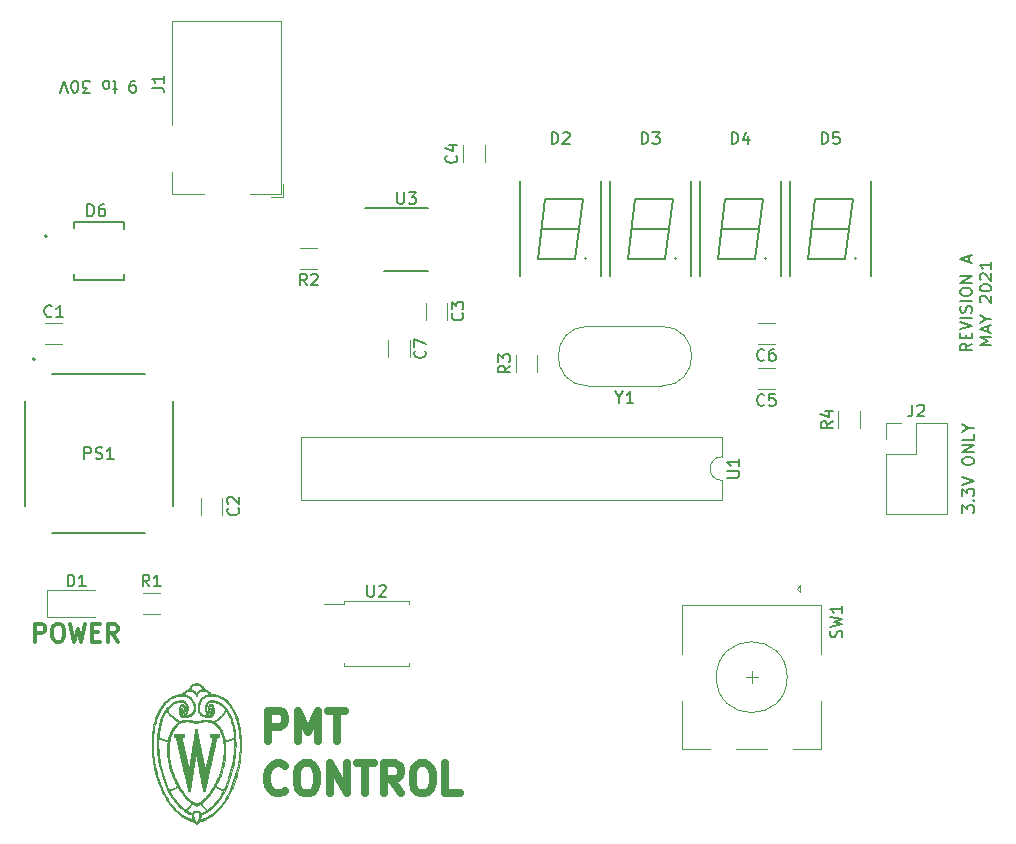
<source format=gbr>
%TF.GenerationSoftware,KiCad,Pcbnew,5.1.8+dfsg1-1+b1*%
%TF.CreationDate,2021-05-17T16:06:48-05:00*%
%TF.ProjectId,pmt-control,706d742d-636f-46e7-9472-6f6c2e6b6963,A*%
%TF.SameCoordinates,Original*%
%TF.FileFunction,Legend,Top*%
%TF.FilePolarity,Positive*%
%FSLAX46Y46*%
G04 Gerber Fmt 4.6, Leading zero omitted, Abs format (unit mm)*
G04 Created by KiCad (PCBNEW 5.1.8+dfsg1-1+b1) date 2021-05-17 16:06:48*
%MOMM*%
%LPD*%
G01*
G04 APERTURE LIST*
%ADD10C,0.150000*%
%ADD11C,0.300000*%
%ADD12C,0.635000*%
%ADD13C,0.127000*%
%ADD14C,0.200000*%
%ADD15C,0.120000*%
%ADD16C,0.010000*%
%ADD17C,0.152400*%
G04 APERTURE END LIST*
D10*
X139327380Y-79580952D02*
X138851190Y-79914285D01*
X139327380Y-80152380D02*
X138327380Y-80152380D01*
X138327380Y-79771428D01*
X138375000Y-79676190D01*
X138422619Y-79628571D01*
X138517857Y-79580952D01*
X138660714Y-79580952D01*
X138755952Y-79628571D01*
X138803571Y-79676190D01*
X138851190Y-79771428D01*
X138851190Y-80152380D01*
X138803571Y-79152380D02*
X138803571Y-78819047D01*
X139327380Y-78676190D02*
X139327380Y-79152380D01*
X138327380Y-79152380D01*
X138327380Y-78676190D01*
X138327380Y-78390476D02*
X139327380Y-78057142D01*
X138327380Y-77723809D01*
X139327380Y-77390476D02*
X138327380Y-77390476D01*
X139279761Y-76961904D02*
X139327380Y-76819047D01*
X139327380Y-76580952D01*
X139279761Y-76485714D01*
X139232142Y-76438095D01*
X139136904Y-76390476D01*
X139041666Y-76390476D01*
X138946428Y-76438095D01*
X138898809Y-76485714D01*
X138851190Y-76580952D01*
X138803571Y-76771428D01*
X138755952Y-76866666D01*
X138708333Y-76914285D01*
X138613095Y-76961904D01*
X138517857Y-76961904D01*
X138422619Y-76914285D01*
X138375000Y-76866666D01*
X138327380Y-76771428D01*
X138327380Y-76533333D01*
X138375000Y-76390476D01*
X139327380Y-75961904D02*
X138327380Y-75961904D01*
X138327380Y-75295238D02*
X138327380Y-75104761D01*
X138375000Y-75009523D01*
X138470238Y-74914285D01*
X138660714Y-74866666D01*
X138994047Y-74866666D01*
X139184523Y-74914285D01*
X139279761Y-75009523D01*
X139327380Y-75104761D01*
X139327380Y-75295238D01*
X139279761Y-75390476D01*
X139184523Y-75485714D01*
X138994047Y-75533333D01*
X138660714Y-75533333D01*
X138470238Y-75485714D01*
X138375000Y-75390476D01*
X138327380Y-75295238D01*
X139327380Y-74438095D02*
X138327380Y-74438095D01*
X139327380Y-73866666D01*
X138327380Y-73866666D01*
X139041666Y-72676190D02*
X139041666Y-72200000D01*
X139327380Y-72771428D02*
X138327380Y-72438095D01*
X139327380Y-72104761D01*
X140977380Y-79676190D02*
X139977380Y-79676190D01*
X140691666Y-79342857D01*
X139977380Y-79009523D01*
X140977380Y-79009523D01*
X140691666Y-78580952D02*
X140691666Y-78104761D01*
X140977380Y-78676190D02*
X139977380Y-78342857D01*
X140977380Y-78009523D01*
X140501190Y-77485714D02*
X140977380Y-77485714D01*
X139977380Y-77819047D02*
X140501190Y-77485714D01*
X139977380Y-77152380D01*
X140072619Y-76104761D02*
X140025000Y-76057142D01*
X139977380Y-75961904D01*
X139977380Y-75723809D01*
X140025000Y-75628571D01*
X140072619Y-75580952D01*
X140167857Y-75533333D01*
X140263095Y-75533333D01*
X140405952Y-75580952D01*
X140977380Y-76152380D01*
X140977380Y-75533333D01*
X139977380Y-74914285D02*
X139977380Y-74819047D01*
X140025000Y-74723809D01*
X140072619Y-74676190D01*
X140167857Y-74628571D01*
X140358333Y-74580952D01*
X140596428Y-74580952D01*
X140786904Y-74628571D01*
X140882142Y-74676190D01*
X140929761Y-74723809D01*
X140977380Y-74819047D01*
X140977380Y-74914285D01*
X140929761Y-75009523D01*
X140882142Y-75057142D01*
X140786904Y-75104761D01*
X140596428Y-75152380D01*
X140358333Y-75152380D01*
X140167857Y-75104761D01*
X140072619Y-75057142D01*
X140025000Y-75009523D01*
X139977380Y-74914285D01*
X140072619Y-74200000D02*
X140025000Y-74152380D01*
X139977380Y-74057142D01*
X139977380Y-73819047D01*
X140025000Y-73723809D01*
X140072619Y-73676190D01*
X140167857Y-73628571D01*
X140263095Y-73628571D01*
X140405952Y-73676190D01*
X140977380Y-74247619D01*
X140977380Y-73628571D01*
X140977380Y-72676190D02*
X140977380Y-73247619D01*
X140977380Y-72961904D02*
X139977380Y-72961904D01*
X140120238Y-73057142D01*
X140215476Y-73152380D01*
X140263095Y-73247619D01*
X138517380Y-93908095D02*
X138517380Y-93289047D01*
X138898333Y-93622380D01*
X138898333Y-93479523D01*
X138945952Y-93384285D01*
X138993571Y-93336666D01*
X139088809Y-93289047D01*
X139326904Y-93289047D01*
X139422142Y-93336666D01*
X139469761Y-93384285D01*
X139517380Y-93479523D01*
X139517380Y-93765238D01*
X139469761Y-93860476D01*
X139422142Y-93908095D01*
X139422142Y-92860476D02*
X139469761Y-92812857D01*
X139517380Y-92860476D01*
X139469761Y-92908095D01*
X139422142Y-92860476D01*
X139517380Y-92860476D01*
X138517380Y-92479523D02*
X138517380Y-91860476D01*
X138898333Y-92193809D01*
X138898333Y-92050952D01*
X138945952Y-91955714D01*
X138993571Y-91908095D01*
X139088809Y-91860476D01*
X139326904Y-91860476D01*
X139422142Y-91908095D01*
X139469761Y-91955714D01*
X139517380Y-92050952D01*
X139517380Y-92336666D01*
X139469761Y-92431904D01*
X139422142Y-92479523D01*
X138517380Y-91574761D02*
X139517380Y-91241428D01*
X138517380Y-90908095D01*
X138517380Y-89622380D02*
X138517380Y-89431904D01*
X138565000Y-89336666D01*
X138660238Y-89241428D01*
X138850714Y-89193809D01*
X139184047Y-89193809D01*
X139374523Y-89241428D01*
X139469761Y-89336666D01*
X139517380Y-89431904D01*
X139517380Y-89622380D01*
X139469761Y-89717619D01*
X139374523Y-89812857D01*
X139184047Y-89860476D01*
X138850714Y-89860476D01*
X138660238Y-89812857D01*
X138565000Y-89717619D01*
X138517380Y-89622380D01*
X139517380Y-88765238D02*
X138517380Y-88765238D01*
X139517380Y-88193809D01*
X138517380Y-88193809D01*
X139517380Y-87241428D02*
X139517380Y-87717619D01*
X138517380Y-87717619D01*
X139041190Y-86717619D02*
X139517380Y-86717619D01*
X138517380Y-87050952D02*
X139041190Y-86717619D01*
X138517380Y-86384285D01*
D11*
X60035714Y-104818571D02*
X60035714Y-103318571D01*
X60607142Y-103318571D01*
X60750000Y-103390000D01*
X60821428Y-103461428D01*
X60892857Y-103604285D01*
X60892857Y-103818571D01*
X60821428Y-103961428D01*
X60750000Y-104032857D01*
X60607142Y-104104285D01*
X60035714Y-104104285D01*
X61821428Y-103318571D02*
X62107142Y-103318571D01*
X62250000Y-103390000D01*
X62392857Y-103532857D01*
X62464285Y-103818571D01*
X62464285Y-104318571D01*
X62392857Y-104604285D01*
X62250000Y-104747142D01*
X62107142Y-104818571D01*
X61821428Y-104818571D01*
X61678571Y-104747142D01*
X61535714Y-104604285D01*
X61464285Y-104318571D01*
X61464285Y-103818571D01*
X61535714Y-103532857D01*
X61678571Y-103390000D01*
X61821428Y-103318571D01*
X62964285Y-103318571D02*
X63321428Y-104818571D01*
X63607142Y-103747142D01*
X63892857Y-104818571D01*
X64250000Y-103318571D01*
X64821428Y-104032857D02*
X65321428Y-104032857D01*
X65535714Y-104818571D02*
X64821428Y-104818571D01*
X64821428Y-103318571D01*
X65535714Y-103318571D01*
X67035714Y-104818571D02*
X66535714Y-104104285D01*
X66178571Y-104818571D02*
X66178571Y-103318571D01*
X66750000Y-103318571D01*
X66892857Y-103390000D01*
X66964285Y-103461428D01*
X67035714Y-103604285D01*
X67035714Y-103818571D01*
X66964285Y-103961428D01*
X66892857Y-104032857D01*
X66750000Y-104104285D01*
X66178571Y-104104285D01*
D12*
X79757511Y-113226547D02*
X79757511Y-110686547D01*
X80725130Y-110686547D01*
X80967035Y-110807500D01*
X81087988Y-110928452D01*
X81208940Y-111170357D01*
X81208940Y-111533214D01*
X81087988Y-111775119D01*
X80967035Y-111896071D01*
X80725130Y-112017023D01*
X79757511Y-112017023D01*
X82297511Y-113226547D02*
X82297511Y-110686547D01*
X83144178Y-112500833D01*
X83990845Y-110686547D01*
X83990845Y-113226547D01*
X84837511Y-110686547D02*
X86288940Y-110686547D01*
X85563226Y-113226547D02*
X85563226Y-110686547D01*
X81208940Y-117429642D02*
X81087988Y-117550595D01*
X80725130Y-117671547D01*
X80483226Y-117671547D01*
X80120369Y-117550595D01*
X79878464Y-117308690D01*
X79757511Y-117066785D01*
X79636559Y-116582976D01*
X79636559Y-116220119D01*
X79757511Y-115736309D01*
X79878464Y-115494404D01*
X80120369Y-115252500D01*
X80483226Y-115131547D01*
X80725130Y-115131547D01*
X81087988Y-115252500D01*
X81208940Y-115373452D01*
X82781321Y-115131547D02*
X83265130Y-115131547D01*
X83507035Y-115252500D01*
X83748940Y-115494404D01*
X83869892Y-115978214D01*
X83869892Y-116824880D01*
X83748940Y-117308690D01*
X83507035Y-117550595D01*
X83265130Y-117671547D01*
X82781321Y-117671547D01*
X82539416Y-117550595D01*
X82297511Y-117308690D01*
X82176559Y-116824880D01*
X82176559Y-115978214D01*
X82297511Y-115494404D01*
X82539416Y-115252500D01*
X82781321Y-115131547D01*
X84958464Y-117671547D02*
X84958464Y-115131547D01*
X86409892Y-117671547D01*
X86409892Y-115131547D01*
X87256559Y-115131547D02*
X88707988Y-115131547D01*
X87982273Y-117671547D02*
X87982273Y-115131547D01*
X91006083Y-117671547D02*
X90159416Y-116462023D01*
X89554654Y-117671547D02*
X89554654Y-115131547D01*
X90522273Y-115131547D01*
X90764178Y-115252500D01*
X90885130Y-115373452D01*
X91006083Y-115615357D01*
X91006083Y-115978214D01*
X90885130Y-116220119D01*
X90764178Y-116341071D01*
X90522273Y-116462023D01*
X89554654Y-116462023D01*
X92578464Y-115131547D02*
X93062273Y-115131547D01*
X93304178Y-115252500D01*
X93546083Y-115494404D01*
X93667035Y-115978214D01*
X93667035Y-116824880D01*
X93546083Y-117308690D01*
X93304178Y-117550595D01*
X93062273Y-117671547D01*
X92578464Y-117671547D01*
X92336559Y-117550595D01*
X92094654Y-117308690D01*
X91973702Y-116824880D01*
X91973702Y-115978214D01*
X92094654Y-115494404D01*
X92336559Y-115252500D01*
X92578464Y-115131547D01*
X95965130Y-117671547D02*
X94755607Y-117671547D01*
X94755607Y-115131547D01*
D10*
X68476428Y-57332619D02*
X68285952Y-57332619D01*
X68190714Y-57380238D01*
X68143095Y-57427857D01*
X68047857Y-57570714D01*
X68000238Y-57761190D01*
X68000238Y-58142142D01*
X68047857Y-58237380D01*
X68095476Y-58285000D01*
X68190714Y-58332619D01*
X68381190Y-58332619D01*
X68476428Y-58285000D01*
X68524047Y-58237380D01*
X68571666Y-58142142D01*
X68571666Y-57904047D01*
X68524047Y-57808809D01*
X68476428Y-57761190D01*
X68381190Y-57713571D01*
X68190714Y-57713571D01*
X68095476Y-57761190D01*
X68047857Y-57808809D01*
X68000238Y-57904047D01*
X66952619Y-57999285D02*
X66571666Y-57999285D01*
X66809761Y-58332619D02*
X66809761Y-57475476D01*
X66762142Y-57380238D01*
X66666904Y-57332619D01*
X66571666Y-57332619D01*
X66095476Y-57332619D02*
X66190714Y-57380238D01*
X66238333Y-57427857D01*
X66285952Y-57523095D01*
X66285952Y-57808809D01*
X66238333Y-57904047D01*
X66190714Y-57951666D01*
X66095476Y-57999285D01*
X65952619Y-57999285D01*
X65857380Y-57951666D01*
X65809761Y-57904047D01*
X65762142Y-57808809D01*
X65762142Y-57523095D01*
X65809761Y-57427857D01*
X65857380Y-57380238D01*
X65952619Y-57332619D01*
X66095476Y-57332619D01*
X64666904Y-58332619D02*
X64047857Y-58332619D01*
X64381190Y-57951666D01*
X64238333Y-57951666D01*
X64143095Y-57904047D01*
X64095476Y-57856428D01*
X64047857Y-57761190D01*
X64047857Y-57523095D01*
X64095476Y-57427857D01*
X64143095Y-57380238D01*
X64238333Y-57332619D01*
X64524047Y-57332619D01*
X64619285Y-57380238D01*
X64666904Y-57427857D01*
X63428809Y-58332619D02*
X63333571Y-58332619D01*
X63238333Y-58285000D01*
X63190714Y-58237380D01*
X63143095Y-58142142D01*
X63095476Y-57951666D01*
X63095476Y-57713571D01*
X63143095Y-57523095D01*
X63190714Y-57427857D01*
X63238333Y-57380238D01*
X63333571Y-57332619D01*
X63428809Y-57332619D01*
X63524047Y-57380238D01*
X63571666Y-57427857D01*
X63619285Y-57523095D01*
X63666904Y-57713571D01*
X63666904Y-57951666D01*
X63619285Y-58142142D01*
X63571666Y-58237380D01*
X63524047Y-58285000D01*
X63428809Y-58332619D01*
X62809761Y-58332619D02*
X62476428Y-57332619D01*
X62143095Y-58332619D01*
D13*
%TO.C,PS1*%
X59155000Y-93330000D02*
X59155000Y-84470000D01*
X71655000Y-84470000D02*
X71655000Y-93330000D01*
X69335000Y-95650000D02*
X61475000Y-95650000D01*
D14*
X60005000Y-80900000D02*
G75*
G03*
X60005000Y-80900000I-100000J0D01*
G01*
D13*
X61475000Y-82150000D02*
X69335000Y-82150000D01*
D15*
%TO.C,U1*%
X118170000Y-92820000D02*
X118170000Y-91170000D01*
X82490000Y-92820000D02*
X118170000Y-92820000D01*
X82490000Y-87520000D02*
X82490000Y-92820000D01*
X118170000Y-87520000D02*
X82490000Y-87520000D01*
X118170000Y-89170000D02*
X118170000Y-87520000D01*
X118170000Y-91170000D02*
G75*
G02*
X118170000Y-89170000I0J1000000D01*
G01*
D13*
%TO.C,D6*%
X63305000Y-69805000D02*
X63305000Y-69275000D01*
X63305000Y-69275000D02*
X67505000Y-69275000D01*
X67505000Y-69275000D02*
X67505000Y-69855000D01*
X63305000Y-73655000D02*
X63305000Y-74235000D01*
X63305000Y-74235000D02*
X67505000Y-74235000D01*
X67505000Y-74235000D02*
X67505000Y-73655000D01*
D14*
X61005000Y-70505000D02*
G75*
G03*
X61005000Y-70505000I-100000J0D01*
G01*
D15*
%TO.C,Y1*%
X113080000Y-83170000D02*
X106830000Y-83170000D01*
X113080000Y-78120000D02*
X106830000Y-78120000D01*
X106830000Y-78120000D02*
G75*
G03*
X106830000Y-83170000I0J-2525000D01*
G01*
X113080000Y-78120000D02*
G75*
G02*
X113080000Y-83170000I0J-2525000D01*
G01*
%TO.C,R4*%
X127995000Y-86732064D02*
X127995000Y-85277936D01*
X129815000Y-86732064D02*
X129815000Y-85277936D01*
%TO.C,R3*%
X100690000Y-82007064D02*
X100690000Y-80552936D01*
X102510000Y-82007064D02*
X102510000Y-80552936D01*
%TO.C,C7*%
X91715000Y-79298748D02*
X91715000Y-80721252D01*
X89895000Y-79298748D02*
X89895000Y-80721252D01*
%TO.C,C6*%
X122631252Y-79650000D02*
X121208748Y-79650000D01*
X122631252Y-77830000D02*
X121208748Y-77830000D01*
%TO.C,C5*%
X122631252Y-83460000D02*
X121208748Y-83460000D01*
X122631252Y-81640000D02*
X121208748Y-81640000D01*
%TO.C,R2*%
X83912064Y-71480000D02*
X82457936Y-71480000D01*
X83912064Y-73300000D02*
X82457936Y-73300000D01*
%TO.C,R1*%
X70577064Y-102510000D02*
X69122936Y-102510000D01*
X70577064Y-100690000D02*
X69122936Y-100690000D01*
%TO.C,J2*%
X132020000Y-94040000D02*
X137220000Y-94040000D01*
X132020000Y-88900000D02*
X132020000Y-94040000D01*
X137220000Y-86300000D02*
X137220000Y-94040000D01*
X132020000Y-88900000D02*
X134620000Y-88900000D01*
X134620000Y-88900000D02*
X134620000Y-86300000D01*
X134620000Y-86300000D02*
X137220000Y-86300000D01*
X132020000Y-87630000D02*
X132020000Y-86300000D01*
X132020000Y-86300000D02*
X133350000Y-86300000D01*
%TO.C,D1*%
X65100000Y-100465000D02*
X61040000Y-100465000D01*
X61040000Y-100465000D02*
X61040000Y-102735000D01*
X61040000Y-102735000D02*
X65100000Y-102735000D01*
%TO.C,C4*%
X96245000Y-64211252D02*
X96245000Y-62788748D01*
X98065000Y-64211252D02*
X98065000Y-62788748D01*
%TO.C,C3*%
X94890000Y-76123748D02*
X94890000Y-77546252D01*
X93070000Y-76123748D02*
X93070000Y-77546252D01*
%TO.C,C2*%
X74020000Y-94056252D02*
X74020000Y-92633748D01*
X75840000Y-94056252D02*
X75840000Y-92633748D01*
%TO.C,C1*%
X60883748Y-77830000D02*
X62306252Y-77830000D01*
X60883748Y-79650000D02*
X62306252Y-79650000D01*
D10*
%TO.C,U3*%
X87915000Y-68077500D02*
X93298600Y-68077500D01*
X89585700Y-73477500D02*
X93294300Y-73477500D01*
D15*
%TO.C,U2*%
X86150000Y-101675000D02*
X84500000Y-101675000D01*
X86150000Y-101415000D02*
X86150000Y-101675000D01*
X88900000Y-101415000D02*
X86150000Y-101415000D01*
X91650000Y-101415000D02*
X91650000Y-101675000D01*
X88900000Y-101415000D02*
X91650000Y-101415000D01*
X86150000Y-106865000D02*
X86150000Y-106605000D01*
X88900000Y-106865000D02*
X86150000Y-106865000D01*
X91650000Y-106865000D02*
X91650000Y-106605000D01*
X88900000Y-106865000D02*
X91650000Y-106865000D01*
D10*
%TO.C,D5*%
X129545442Y-72390000D02*
G75*
G03*
X129545442Y-72390000I-71842J0D01*
G01*
X125752500Y-69850000D02*
X128927500Y-69850000D01*
X126070000Y-67310000D02*
X125435000Y-72390000D01*
X125435000Y-72390000D02*
X128610000Y-72390000D01*
X129245000Y-67310000D02*
X128610000Y-72390000D01*
X126070000Y-67310000D02*
X129245000Y-67310000D01*
X130790000Y-73850000D02*
X130790000Y-65850000D01*
X123890000Y-65850000D02*
X123890000Y-73850000D01*
%TO.C,D4*%
X121925442Y-72390000D02*
G75*
G03*
X121925442Y-72390000I-71842J0D01*
G01*
X118132500Y-69850000D02*
X121307500Y-69850000D01*
X118450000Y-67310000D02*
X117815000Y-72390000D01*
X117815000Y-72390000D02*
X120990000Y-72390000D01*
X121625000Y-67310000D02*
X120990000Y-72390000D01*
X118450000Y-67310000D02*
X121625000Y-67310000D01*
X123170000Y-73850000D02*
X123170000Y-65850000D01*
X116270000Y-65850000D02*
X116270000Y-73850000D01*
%TO.C,D3*%
X114305442Y-72390000D02*
G75*
G03*
X114305442Y-72390000I-71842J0D01*
G01*
X110512500Y-69850000D02*
X113687500Y-69850000D01*
X110830000Y-67310000D02*
X110195000Y-72390000D01*
X110195000Y-72390000D02*
X113370000Y-72390000D01*
X114005000Y-67310000D02*
X113370000Y-72390000D01*
X110830000Y-67310000D02*
X114005000Y-67310000D01*
X115550000Y-73850000D02*
X115550000Y-65850000D01*
X108650000Y-65850000D02*
X108650000Y-73850000D01*
%TO.C,D2*%
X106685442Y-72390000D02*
G75*
G03*
X106685442Y-72390000I-71842J0D01*
G01*
X102892500Y-69850000D02*
X106067500Y-69850000D01*
X103210000Y-67310000D02*
X102575000Y-72390000D01*
X102575000Y-72390000D02*
X105750000Y-72390000D01*
X106385000Y-67310000D02*
X105750000Y-72390000D01*
X103210000Y-67310000D02*
X106385000Y-67310000D01*
X107930000Y-73850000D02*
X107930000Y-65850000D01*
X101030000Y-65850000D02*
X101030000Y-73850000D01*
D15*
%TO.C,J1*%
X80800000Y-66940000D02*
X78200000Y-66940000D01*
X80800000Y-52240000D02*
X80800000Y-66940000D01*
X71600000Y-66940000D02*
X71600000Y-65040000D01*
X74300000Y-66940000D02*
X71600000Y-66940000D01*
X71600000Y-52240000D02*
X80800000Y-52240000D01*
X71600000Y-61040000D02*
X71600000Y-52240000D01*
X81000000Y-66090000D02*
X81000000Y-67140000D01*
X79950000Y-67140000D02*
X81000000Y-67140000D01*
%TO.C,SW1*%
X123690000Y-107830000D02*
G75*
G03*
X123690000Y-107830000I-3000000J0D01*
G01*
X126590000Y-109830000D02*
X126590000Y-113930000D01*
X114790000Y-113930000D02*
X114790000Y-109830000D01*
X114790000Y-105830000D02*
X114790000Y-101730000D01*
X126590000Y-105830000D02*
X126590000Y-101730000D01*
X126590000Y-101730000D02*
X114790000Y-101730000D01*
X124490000Y-100330000D02*
X124790000Y-100030000D01*
X124790000Y-100030000D02*
X124790000Y-100630000D01*
X124790000Y-100630000D02*
X124490000Y-100330000D01*
X126590000Y-113930000D02*
X124190000Y-113930000D01*
X121990000Y-113930000D02*
X119390000Y-113930000D01*
X117190000Y-113930000D02*
X114790000Y-113930000D01*
X121190000Y-107830000D02*
X120190000Y-107830000D01*
X120690000Y-107330000D02*
X120690000Y-108330000D01*
D16*
%TO.C,G\u002A\u002A\u002A*%
G36*
X73650497Y-112247841D02*
G01*
X73667933Y-112248488D01*
X73678683Y-112249868D01*
X73684481Y-112252227D01*
X73687064Y-112255810D01*
X73687312Y-112256570D01*
X73688537Y-112262166D01*
X73691761Y-112277346D01*
X73696909Y-112301744D01*
X73703904Y-112334999D01*
X73712670Y-112376746D01*
X73723132Y-112426623D01*
X73735213Y-112484267D01*
X73748838Y-112549314D01*
X73763930Y-112621400D01*
X73780413Y-112700164D01*
X73798212Y-112785240D01*
X73817251Y-112876267D01*
X73837452Y-112972881D01*
X73858742Y-113074719D01*
X73881043Y-113181417D01*
X73904279Y-113292613D01*
X73928375Y-113407942D01*
X73953255Y-113527043D01*
X73978842Y-113649551D01*
X74005061Y-113775103D01*
X74031835Y-113903336D01*
X74043589Y-113959640D01*
X74070596Y-114088994D01*
X74097087Y-114215858D01*
X74122985Y-114339867D01*
X74148216Y-114460656D01*
X74172702Y-114577860D01*
X74196367Y-114691114D01*
X74219134Y-114800053D01*
X74240927Y-114904311D01*
X74261671Y-115003524D01*
X74281288Y-115097327D01*
X74299702Y-115185354D01*
X74316836Y-115267241D01*
X74332615Y-115342622D01*
X74346963Y-115411133D01*
X74359801Y-115472408D01*
X74371055Y-115526083D01*
X74380648Y-115571792D01*
X74388504Y-115609170D01*
X74394545Y-115637853D01*
X74398697Y-115657475D01*
X74400882Y-115667671D01*
X74401196Y-115669060D01*
X74403609Y-115677405D01*
X74405499Y-115678620D01*
X74407792Y-115671715D01*
X74410710Y-115658900D01*
X74412330Y-115651781D01*
X74416140Y-115635185D01*
X74422042Y-115609532D01*
X74429940Y-115575243D01*
X74439736Y-115532740D01*
X74451332Y-115482445D01*
X74464633Y-115424777D01*
X74479540Y-115360160D01*
X74495956Y-115289013D01*
X74513785Y-115211758D01*
X74532928Y-115128816D01*
X74553289Y-115040609D01*
X74574770Y-114947558D01*
X74597275Y-114850084D01*
X74620706Y-114748609D01*
X74644965Y-114643553D01*
X74669956Y-114535338D01*
X74695582Y-114424385D01*
X74714338Y-114343180D01*
X74745751Y-114207185D01*
X74774958Y-114080732D01*
X74802035Y-113963458D01*
X74827057Y-113855005D01*
X74850100Y-113755012D01*
X74871241Y-113663119D01*
X74890555Y-113578966D01*
X74908118Y-113502193D01*
X74924006Y-113432440D01*
X74938294Y-113369347D01*
X74951060Y-113312553D01*
X74962378Y-113261700D01*
X74972324Y-113216426D01*
X74980974Y-113176371D01*
X74988405Y-113141177D01*
X74994692Y-113110482D01*
X74999911Y-113083926D01*
X75004137Y-113061150D01*
X75007448Y-113041793D01*
X75009918Y-113025495D01*
X75011623Y-113011897D01*
X75012640Y-113000638D01*
X75013043Y-112991357D01*
X75012910Y-112983697D01*
X75012316Y-112977295D01*
X75011337Y-112971792D01*
X75010049Y-112966828D01*
X75008527Y-112962042D01*
X75006847Y-112957076D01*
X75006602Y-112956340D01*
X74991641Y-112925657D01*
X74969555Y-112902180D01*
X74940449Y-112885972D01*
X74904424Y-112877098D01*
X74876660Y-112875288D01*
X74853898Y-112875678D01*
X74832022Y-112876919D01*
X74815471Y-112878751D01*
X74814430Y-112878930D01*
X74792840Y-112882800D01*
X74792840Y-112628680D01*
X75554840Y-112628680D01*
X75554840Y-112756950D01*
X75554841Y-112885220D01*
X75502770Y-112885220D01*
X75478094Y-112885485D01*
X75460598Y-112886633D01*
X75447312Y-112889190D01*
X75435263Y-112893683D01*
X75424345Y-112899115D01*
X75395022Y-112920058D01*
X75372361Y-112948573D01*
X75367445Y-112957409D01*
X75365974Y-112963070D01*
X75362384Y-112978337D01*
X75356745Y-113002894D01*
X75349126Y-113036426D01*
X75339599Y-113078618D01*
X75328233Y-113129154D01*
X75315099Y-113187719D01*
X75300267Y-113253997D01*
X75283807Y-113327673D01*
X75265788Y-113408432D01*
X75246282Y-113495958D01*
X75225359Y-113589936D01*
X75203088Y-113690050D01*
X75179540Y-113795985D01*
X75154785Y-113907426D01*
X75128893Y-114024056D01*
X75101935Y-114145562D01*
X75073980Y-114271626D01*
X75045099Y-114401935D01*
X75015362Y-114536172D01*
X74984838Y-114674022D01*
X74953599Y-114815170D01*
X74921715Y-114959300D01*
X74889255Y-115106096D01*
X74869009Y-115197689D01*
X74836237Y-115345968D01*
X74804011Y-115491776D01*
X74772400Y-115634797D01*
X74741474Y-115774715D01*
X74711303Y-115911215D01*
X74681956Y-116043982D01*
X74653504Y-116172700D01*
X74626016Y-116297055D01*
X74599561Y-116416729D01*
X74574210Y-116531409D01*
X74550032Y-116640779D01*
X74527097Y-116744522D01*
X74505475Y-116842325D01*
X74485235Y-116933871D01*
X74466447Y-117018845D01*
X74449181Y-117096931D01*
X74433507Y-117167815D01*
X74419494Y-117231180D01*
X74407212Y-117286712D01*
X74396730Y-117334094D01*
X74388120Y-117373012D01*
X74381449Y-117403150D01*
X74376789Y-117424193D01*
X74374208Y-117435825D01*
X74373684Y-117438170D01*
X74372204Y-117442781D01*
X74369192Y-117445949D01*
X74362978Y-117447944D01*
X74351893Y-117449036D01*
X74334265Y-117449498D01*
X74308425Y-117449599D01*
X74303218Y-117449600D01*
X74235430Y-117449600D01*
X74227226Y-117407690D01*
X74225605Y-117399376D01*
X74222123Y-117381482D01*
X74216855Y-117354402D01*
X74209879Y-117318527D01*
X74201269Y-117274253D01*
X74191104Y-117221971D01*
X74179459Y-117162075D01*
X74166411Y-117094958D01*
X74152036Y-117021014D01*
X74136411Y-116940636D01*
X74119612Y-116854217D01*
X74101716Y-116762150D01*
X74082799Y-116664828D01*
X74062937Y-116562646D01*
X74042207Y-116455995D01*
X74020685Y-116345269D01*
X73998448Y-116230862D01*
X73975573Y-116113167D01*
X73952135Y-115992577D01*
X73928211Y-115869485D01*
X73918903Y-115821596D01*
X73894903Y-115698128D01*
X73871395Y-115577246D01*
X73848456Y-115459330D01*
X73826159Y-115344759D01*
X73804579Y-115233914D01*
X73783789Y-115127174D01*
X73763863Y-115024920D01*
X73744877Y-114927532D01*
X73726904Y-114835389D01*
X73710018Y-114748872D01*
X73694294Y-114668360D01*
X73679805Y-114594234D01*
X73666627Y-114526873D01*
X73654832Y-114466658D01*
X73644496Y-114413968D01*
X73635693Y-114369183D01*
X73628496Y-114332684D01*
X73622980Y-114304851D01*
X73619220Y-114286062D01*
X73617288Y-114276700D01*
X73617037Y-114275663D01*
X73616895Y-114275053D01*
X73616855Y-114273875D01*
X73616866Y-114272475D01*
X73616873Y-114271199D01*
X73616822Y-114270393D01*
X73616662Y-114270403D01*
X73616337Y-114271574D01*
X73615795Y-114274253D01*
X73614982Y-114278785D01*
X73613845Y-114285515D01*
X73612331Y-114294791D01*
X73610386Y-114306957D01*
X73607956Y-114322359D01*
X73604989Y-114341344D01*
X73601431Y-114364257D01*
X73597229Y-114391444D01*
X73592329Y-114423250D01*
X73586678Y-114460022D01*
X73580222Y-114502105D01*
X73572908Y-114549846D01*
X73564683Y-114603589D01*
X73555493Y-114663681D01*
X73545284Y-114730468D01*
X73534005Y-114804295D01*
X73521600Y-114885509D01*
X73508018Y-114974454D01*
X73493203Y-115071478D01*
X73477104Y-115176925D01*
X73459666Y-115291141D01*
X73440836Y-115414473D01*
X73420561Y-115547267D01*
X73405843Y-115643660D01*
X73387801Y-115761816D01*
X73369907Y-115878998D01*
X73352240Y-115994688D01*
X73334879Y-116108368D01*
X73317902Y-116219522D01*
X73301390Y-116327632D01*
X73285421Y-116432182D01*
X73270073Y-116532654D01*
X73255427Y-116628531D01*
X73241560Y-116719296D01*
X73228553Y-116804432D01*
X73216483Y-116883421D01*
X73205430Y-116955748D01*
X73195474Y-117020893D01*
X73186692Y-117078342D01*
X73179164Y-117127575D01*
X73172969Y-117168077D01*
X73168186Y-117199330D01*
X73166229Y-117212110D01*
X73129841Y-117449600D01*
X72979671Y-117449600D01*
X72974611Y-117430550D01*
X72973131Y-117424372D01*
X72969421Y-117408617D01*
X72963554Y-117383601D01*
X72955606Y-117349642D01*
X72945650Y-117307057D01*
X72933761Y-117256164D01*
X72920011Y-117197280D01*
X72904475Y-117130723D01*
X72887228Y-117056810D01*
X72868343Y-116975858D01*
X72847894Y-116888185D01*
X72825955Y-116794109D01*
X72802601Y-116693946D01*
X72777904Y-116588014D01*
X72751940Y-116476631D01*
X72724782Y-116360113D01*
X72696505Y-116238779D01*
X72667182Y-116112946D01*
X72636887Y-115982931D01*
X72605694Y-115849052D01*
X72573678Y-115711625D01*
X72540912Y-115570969D01*
X72507471Y-115427401D01*
X72473427Y-115281238D01*
X72456086Y-115206780D01*
X72421752Y-115059367D01*
X72387973Y-114914363D01*
X72354823Y-114772086D01*
X72322377Y-114632855D01*
X72290710Y-114496988D01*
X72259896Y-114364805D01*
X72230008Y-114236623D01*
X72201123Y-114112761D01*
X72173313Y-113993539D01*
X72146654Y-113879274D01*
X72121219Y-113770286D01*
X72097084Y-113666893D01*
X72074322Y-113569413D01*
X72053009Y-113478166D01*
X72033217Y-113393470D01*
X72015023Y-113315643D01*
X71998500Y-113245005D01*
X71983722Y-113181874D01*
X71970765Y-113126569D01*
X71959701Y-113079408D01*
X71950607Y-113040710D01*
X71943556Y-113010794D01*
X71938622Y-112989978D01*
X71935881Y-112978582D01*
X71935358Y-112976523D01*
X71921527Y-112945939D01*
X71899157Y-112919348D01*
X71869390Y-112897669D01*
X71833370Y-112881820D01*
X71809604Y-112875566D01*
X71777860Y-112869094D01*
X71775136Y-112628680D01*
X72623680Y-112628680D01*
X72623680Y-112872409D01*
X72578694Y-112869216D01*
X72556038Y-112867911D01*
X72540030Y-112868153D01*
X72527220Y-112870395D01*
X72514153Y-112875093D01*
X72505760Y-112878817D01*
X72478490Y-112895867D01*
X72457969Y-112919243D01*
X72443912Y-112949508D01*
X72436033Y-112987222D01*
X72434017Y-113019840D01*
X72434061Y-113024798D01*
X72434375Y-113030574D01*
X72435043Y-113037532D01*
X72436147Y-113046038D01*
X72437768Y-113056458D01*
X72439991Y-113069157D01*
X72442896Y-113084500D01*
X72446566Y-113102853D01*
X72451085Y-113124582D01*
X72456534Y-113150052D01*
X72462995Y-113179629D01*
X72470552Y-113213678D01*
X72479286Y-113252564D01*
X72489280Y-113296654D01*
X72500617Y-113346313D01*
X72513379Y-113401906D01*
X72527648Y-113463799D01*
X72543507Y-113532358D01*
X72561038Y-113607947D01*
X72580323Y-113690933D01*
X72601446Y-113781681D01*
X72624489Y-113880556D01*
X72649533Y-113987925D01*
X72676662Y-114104152D01*
X72705958Y-114229604D01*
X72731895Y-114340640D01*
X72758032Y-114452496D01*
X72783587Y-114561806D01*
X72808461Y-114668153D01*
X72832556Y-114771122D01*
X72855776Y-114870296D01*
X72878022Y-114965258D01*
X72899196Y-115055594D01*
X72919200Y-115140886D01*
X72937938Y-115220718D01*
X72955311Y-115294675D01*
X72971222Y-115362341D01*
X72985572Y-115423298D01*
X72998264Y-115477131D01*
X73009201Y-115523425D01*
X73018284Y-115561762D01*
X73025415Y-115591726D01*
X73030498Y-115612902D01*
X73033434Y-115624873D01*
X73034148Y-115627527D01*
X73035240Y-115623356D01*
X73037832Y-115609430D01*
X73041878Y-115586033D01*
X73047332Y-115553453D01*
X73054150Y-115511976D01*
X73062287Y-115461888D01*
X73071696Y-115403474D01*
X73082333Y-115337022D01*
X73094153Y-115262816D01*
X73107109Y-115181144D01*
X73121157Y-115092292D01*
X73136252Y-114996545D01*
X73152348Y-114894190D01*
X73169400Y-114785512D01*
X73187363Y-114670799D01*
X73206191Y-114550336D01*
X73225839Y-114424409D01*
X73246261Y-114293304D01*
X73267414Y-114157308D01*
X73289250Y-114016706D01*
X73296273Y-113971447D01*
X73316286Y-113842444D01*
X73335923Y-113715882D01*
X73355126Y-113592138D01*
X73373835Y-113471590D01*
X73391992Y-113354615D01*
X73409538Y-113241593D01*
X73426415Y-113132899D01*
X73442564Y-113028912D01*
X73457925Y-112930009D01*
X73472442Y-112836569D01*
X73486054Y-112748968D01*
X73498703Y-112667585D01*
X73510330Y-112592797D01*
X73520878Y-112524982D01*
X73530286Y-112464518D01*
X73538497Y-112411781D01*
X73545451Y-112367150D01*
X73551090Y-112331003D01*
X73555356Y-112303717D01*
X73558189Y-112285670D01*
X73559531Y-112277240D01*
X73559590Y-112276890D01*
X73564565Y-112247680D01*
X73624640Y-112247680D01*
X73650497Y-112247841D01*
G37*
X73650497Y-112247841D02*
X73667933Y-112248488D01*
X73678683Y-112249868D01*
X73684481Y-112252227D01*
X73687064Y-112255810D01*
X73687312Y-112256570D01*
X73688537Y-112262166D01*
X73691761Y-112277346D01*
X73696909Y-112301744D01*
X73703904Y-112334999D01*
X73712670Y-112376746D01*
X73723132Y-112426623D01*
X73735213Y-112484267D01*
X73748838Y-112549314D01*
X73763930Y-112621400D01*
X73780413Y-112700164D01*
X73798212Y-112785240D01*
X73817251Y-112876267D01*
X73837452Y-112972881D01*
X73858742Y-113074719D01*
X73881043Y-113181417D01*
X73904279Y-113292613D01*
X73928375Y-113407942D01*
X73953255Y-113527043D01*
X73978842Y-113649551D01*
X74005061Y-113775103D01*
X74031835Y-113903336D01*
X74043589Y-113959640D01*
X74070596Y-114088994D01*
X74097087Y-114215858D01*
X74122985Y-114339867D01*
X74148216Y-114460656D01*
X74172702Y-114577860D01*
X74196367Y-114691114D01*
X74219134Y-114800053D01*
X74240927Y-114904311D01*
X74261671Y-115003524D01*
X74281288Y-115097327D01*
X74299702Y-115185354D01*
X74316836Y-115267241D01*
X74332615Y-115342622D01*
X74346963Y-115411133D01*
X74359801Y-115472408D01*
X74371055Y-115526083D01*
X74380648Y-115571792D01*
X74388504Y-115609170D01*
X74394545Y-115637853D01*
X74398697Y-115657475D01*
X74400882Y-115667671D01*
X74401196Y-115669060D01*
X74403609Y-115677405D01*
X74405499Y-115678620D01*
X74407792Y-115671715D01*
X74410710Y-115658900D01*
X74412330Y-115651781D01*
X74416140Y-115635185D01*
X74422042Y-115609532D01*
X74429940Y-115575243D01*
X74439736Y-115532740D01*
X74451332Y-115482445D01*
X74464633Y-115424777D01*
X74479540Y-115360160D01*
X74495956Y-115289013D01*
X74513785Y-115211758D01*
X74532928Y-115128816D01*
X74553289Y-115040609D01*
X74574770Y-114947558D01*
X74597275Y-114850084D01*
X74620706Y-114748609D01*
X74644965Y-114643553D01*
X74669956Y-114535338D01*
X74695582Y-114424385D01*
X74714338Y-114343180D01*
X74745751Y-114207185D01*
X74774958Y-114080732D01*
X74802035Y-113963458D01*
X74827057Y-113855005D01*
X74850100Y-113755012D01*
X74871241Y-113663119D01*
X74890555Y-113578966D01*
X74908118Y-113502193D01*
X74924006Y-113432440D01*
X74938294Y-113369347D01*
X74951060Y-113312553D01*
X74962378Y-113261700D01*
X74972324Y-113216426D01*
X74980974Y-113176371D01*
X74988405Y-113141177D01*
X74994692Y-113110482D01*
X74999911Y-113083926D01*
X75004137Y-113061150D01*
X75007448Y-113041793D01*
X75009918Y-113025495D01*
X75011623Y-113011897D01*
X75012640Y-113000638D01*
X75013043Y-112991357D01*
X75012910Y-112983697D01*
X75012316Y-112977295D01*
X75011337Y-112971792D01*
X75010049Y-112966828D01*
X75008527Y-112962042D01*
X75006847Y-112957076D01*
X75006602Y-112956340D01*
X74991641Y-112925657D01*
X74969555Y-112902180D01*
X74940449Y-112885972D01*
X74904424Y-112877098D01*
X74876660Y-112875288D01*
X74853898Y-112875678D01*
X74832022Y-112876919D01*
X74815471Y-112878751D01*
X74814430Y-112878930D01*
X74792840Y-112882800D01*
X74792840Y-112628680D01*
X75554840Y-112628680D01*
X75554840Y-112756950D01*
X75554841Y-112885220D01*
X75502770Y-112885220D01*
X75478094Y-112885485D01*
X75460598Y-112886633D01*
X75447312Y-112889190D01*
X75435263Y-112893683D01*
X75424345Y-112899115D01*
X75395022Y-112920058D01*
X75372361Y-112948573D01*
X75367445Y-112957409D01*
X75365974Y-112963070D01*
X75362384Y-112978337D01*
X75356745Y-113002894D01*
X75349126Y-113036426D01*
X75339599Y-113078618D01*
X75328233Y-113129154D01*
X75315099Y-113187719D01*
X75300267Y-113253997D01*
X75283807Y-113327673D01*
X75265788Y-113408432D01*
X75246282Y-113495958D01*
X75225359Y-113589936D01*
X75203088Y-113690050D01*
X75179540Y-113795985D01*
X75154785Y-113907426D01*
X75128893Y-114024056D01*
X75101935Y-114145562D01*
X75073980Y-114271626D01*
X75045099Y-114401935D01*
X75015362Y-114536172D01*
X74984838Y-114674022D01*
X74953599Y-114815170D01*
X74921715Y-114959300D01*
X74889255Y-115106096D01*
X74869009Y-115197689D01*
X74836237Y-115345968D01*
X74804011Y-115491776D01*
X74772400Y-115634797D01*
X74741474Y-115774715D01*
X74711303Y-115911215D01*
X74681956Y-116043982D01*
X74653504Y-116172700D01*
X74626016Y-116297055D01*
X74599561Y-116416729D01*
X74574210Y-116531409D01*
X74550032Y-116640779D01*
X74527097Y-116744522D01*
X74505475Y-116842325D01*
X74485235Y-116933871D01*
X74466447Y-117018845D01*
X74449181Y-117096931D01*
X74433507Y-117167815D01*
X74419494Y-117231180D01*
X74407212Y-117286712D01*
X74396730Y-117334094D01*
X74388120Y-117373012D01*
X74381449Y-117403150D01*
X74376789Y-117424193D01*
X74374208Y-117435825D01*
X74373684Y-117438170D01*
X74372204Y-117442781D01*
X74369192Y-117445949D01*
X74362978Y-117447944D01*
X74351893Y-117449036D01*
X74334265Y-117449498D01*
X74308425Y-117449599D01*
X74303218Y-117449600D01*
X74235430Y-117449600D01*
X74227226Y-117407690D01*
X74225605Y-117399376D01*
X74222123Y-117381482D01*
X74216855Y-117354402D01*
X74209879Y-117318527D01*
X74201269Y-117274253D01*
X74191104Y-117221971D01*
X74179459Y-117162075D01*
X74166411Y-117094958D01*
X74152036Y-117021014D01*
X74136411Y-116940636D01*
X74119612Y-116854217D01*
X74101716Y-116762150D01*
X74082799Y-116664828D01*
X74062937Y-116562646D01*
X74042207Y-116455995D01*
X74020685Y-116345269D01*
X73998448Y-116230862D01*
X73975573Y-116113167D01*
X73952135Y-115992577D01*
X73928211Y-115869485D01*
X73918903Y-115821596D01*
X73894903Y-115698128D01*
X73871395Y-115577246D01*
X73848456Y-115459330D01*
X73826159Y-115344759D01*
X73804579Y-115233914D01*
X73783789Y-115127174D01*
X73763863Y-115024920D01*
X73744877Y-114927532D01*
X73726904Y-114835389D01*
X73710018Y-114748872D01*
X73694294Y-114668360D01*
X73679805Y-114594234D01*
X73666627Y-114526873D01*
X73654832Y-114466658D01*
X73644496Y-114413968D01*
X73635693Y-114369183D01*
X73628496Y-114332684D01*
X73622980Y-114304851D01*
X73619220Y-114286062D01*
X73617288Y-114276700D01*
X73617037Y-114275663D01*
X73616895Y-114275053D01*
X73616855Y-114273875D01*
X73616866Y-114272475D01*
X73616873Y-114271199D01*
X73616822Y-114270393D01*
X73616662Y-114270403D01*
X73616337Y-114271574D01*
X73615795Y-114274253D01*
X73614982Y-114278785D01*
X73613845Y-114285515D01*
X73612331Y-114294791D01*
X73610386Y-114306957D01*
X73607956Y-114322359D01*
X73604989Y-114341344D01*
X73601431Y-114364257D01*
X73597229Y-114391444D01*
X73592329Y-114423250D01*
X73586678Y-114460022D01*
X73580222Y-114502105D01*
X73572908Y-114549846D01*
X73564683Y-114603589D01*
X73555493Y-114663681D01*
X73545284Y-114730468D01*
X73534005Y-114804295D01*
X73521600Y-114885509D01*
X73508018Y-114974454D01*
X73493203Y-115071478D01*
X73477104Y-115176925D01*
X73459666Y-115291141D01*
X73440836Y-115414473D01*
X73420561Y-115547267D01*
X73405843Y-115643660D01*
X73387801Y-115761816D01*
X73369907Y-115878998D01*
X73352240Y-115994688D01*
X73334879Y-116108368D01*
X73317902Y-116219522D01*
X73301390Y-116327632D01*
X73285421Y-116432182D01*
X73270073Y-116532654D01*
X73255427Y-116628531D01*
X73241560Y-116719296D01*
X73228553Y-116804432D01*
X73216483Y-116883421D01*
X73205430Y-116955748D01*
X73195474Y-117020893D01*
X73186692Y-117078342D01*
X73179164Y-117127575D01*
X73172969Y-117168077D01*
X73168186Y-117199330D01*
X73166229Y-117212110D01*
X73129841Y-117449600D01*
X72979671Y-117449600D01*
X72974611Y-117430550D01*
X72973131Y-117424372D01*
X72969421Y-117408617D01*
X72963554Y-117383601D01*
X72955606Y-117349642D01*
X72945650Y-117307057D01*
X72933761Y-117256164D01*
X72920011Y-117197280D01*
X72904475Y-117130723D01*
X72887228Y-117056810D01*
X72868343Y-116975858D01*
X72847894Y-116888185D01*
X72825955Y-116794109D01*
X72802601Y-116693946D01*
X72777904Y-116588014D01*
X72751940Y-116476631D01*
X72724782Y-116360113D01*
X72696505Y-116238779D01*
X72667182Y-116112946D01*
X72636887Y-115982931D01*
X72605694Y-115849052D01*
X72573678Y-115711625D01*
X72540912Y-115570969D01*
X72507471Y-115427401D01*
X72473427Y-115281238D01*
X72456086Y-115206780D01*
X72421752Y-115059367D01*
X72387973Y-114914363D01*
X72354823Y-114772086D01*
X72322377Y-114632855D01*
X72290710Y-114496988D01*
X72259896Y-114364805D01*
X72230008Y-114236623D01*
X72201123Y-114112761D01*
X72173313Y-113993539D01*
X72146654Y-113879274D01*
X72121219Y-113770286D01*
X72097084Y-113666893D01*
X72074322Y-113569413D01*
X72053009Y-113478166D01*
X72033217Y-113393470D01*
X72015023Y-113315643D01*
X71998500Y-113245005D01*
X71983722Y-113181874D01*
X71970765Y-113126569D01*
X71959701Y-113079408D01*
X71950607Y-113040710D01*
X71943556Y-113010794D01*
X71938622Y-112989978D01*
X71935881Y-112978582D01*
X71935358Y-112976523D01*
X71921527Y-112945939D01*
X71899157Y-112919348D01*
X71869390Y-112897669D01*
X71833370Y-112881820D01*
X71809604Y-112875566D01*
X71777860Y-112869094D01*
X71775136Y-112628680D01*
X72623680Y-112628680D01*
X72623680Y-112872409D01*
X72578694Y-112869216D01*
X72556038Y-112867911D01*
X72540030Y-112868153D01*
X72527220Y-112870395D01*
X72514153Y-112875093D01*
X72505760Y-112878817D01*
X72478490Y-112895867D01*
X72457969Y-112919243D01*
X72443912Y-112949508D01*
X72436033Y-112987222D01*
X72434017Y-113019840D01*
X72434061Y-113024798D01*
X72434375Y-113030574D01*
X72435043Y-113037532D01*
X72436147Y-113046038D01*
X72437768Y-113056458D01*
X72439991Y-113069157D01*
X72442896Y-113084500D01*
X72446566Y-113102853D01*
X72451085Y-113124582D01*
X72456534Y-113150052D01*
X72462995Y-113179629D01*
X72470552Y-113213678D01*
X72479286Y-113252564D01*
X72489280Y-113296654D01*
X72500617Y-113346313D01*
X72513379Y-113401906D01*
X72527648Y-113463799D01*
X72543507Y-113532358D01*
X72561038Y-113607947D01*
X72580323Y-113690933D01*
X72601446Y-113781681D01*
X72624489Y-113880556D01*
X72649533Y-113987925D01*
X72676662Y-114104152D01*
X72705958Y-114229604D01*
X72731895Y-114340640D01*
X72758032Y-114452496D01*
X72783587Y-114561806D01*
X72808461Y-114668153D01*
X72832556Y-114771122D01*
X72855776Y-114870296D01*
X72878022Y-114965258D01*
X72899196Y-115055594D01*
X72919200Y-115140886D01*
X72937938Y-115220718D01*
X72955311Y-115294675D01*
X72971222Y-115362341D01*
X72985572Y-115423298D01*
X72998264Y-115477131D01*
X73009201Y-115523425D01*
X73018284Y-115561762D01*
X73025415Y-115591726D01*
X73030498Y-115612902D01*
X73033434Y-115624873D01*
X73034148Y-115627527D01*
X73035240Y-115623356D01*
X73037832Y-115609430D01*
X73041878Y-115586033D01*
X73047332Y-115553453D01*
X73054150Y-115511976D01*
X73062287Y-115461888D01*
X73071696Y-115403474D01*
X73082333Y-115337022D01*
X73094153Y-115262816D01*
X73107109Y-115181144D01*
X73121157Y-115092292D01*
X73136252Y-114996545D01*
X73152348Y-114894190D01*
X73169400Y-114785512D01*
X73187363Y-114670799D01*
X73206191Y-114550336D01*
X73225839Y-114424409D01*
X73246261Y-114293304D01*
X73267414Y-114157308D01*
X73289250Y-114016706D01*
X73296273Y-113971447D01*
X73316286Y-113842444D01*
X73335923Y-113715882D01*
X73355126Y-113592138D01*
X73373835Y-113471590D01*
X73391992Y-113354615D01*
X73409538Y-113241593D01*
X73426415Y-113132899D01*
X73442564Y-113028912D01*
X73457925Y-112930009D01*
X73472442Y-112836569D01*
X73486054Y-112748968D01*
X73498703Y-112667585D01*
X73510330Y-112592797D01*
X73520878Y-112524982D01*
X73530286Y-112464518D01*
X73538497Y-112411781D01*
X73545451Y-112367150D01*
X73551090Y-112331003D01*
X73555356Y-112303717D01*
X73558189Y-112285670D01*
X73559531Y-112277240D01*
X73559590Y-112276890D01*
X73564565Y-112247680D01*
X73624640Y-112247680D01*
X73650497Y-112247841D01*
G36*
X73687014Y-108353991D02*
G01*
X73732375Y-108356052D01*
X73773794Y-108359780D01*
X73808483Y-108365150D01*
X73811395Y-108365759D01*
X73890635Y-108387497D01*
X73964009Y-108417438D01*
X74031830Y-108455785D01*
X74094414Y-108502739D01*
X74152077Y-108558504D01*
X74198895Y-108614889D01*
X74220962Y-108646620D01*
X74243934Y-108683879D01*
X74266332Y-108723914D01*
X74286682Y-108763972D01*
X74303506Y-108801301D01*
X74314383Y-108830197D01*
X74319840Y-108846109D01*
X74324296Y-108857714D01*
X74326434Y-108861967D01*
X74332382Y-108864133D01*
X74345301Y-108867240D01*
X74358942Y-108869959D01*
X74399191Y-108879382D01*
X74444524Y-108893437D01*
X74491659Y-108910992D01*
X74537314Y-108930915D01*
X74541541Y-108932931D01*
X74614134Y-108972295D01*
X74681352Y-109017714D01*
X74742191Y-109068300D01*
X74795644Y-109123169D01*
X74840704Y-109181433D01*
X74861778Y-109215007D01*
X74884618Y-109254605D01*
X74939059Y-109257746D01*
X75045529Y-109265775D01*
X75144491Y-109277326D01*
X75238105Y-109292803D01*
X75328531Y-109312607D01*
X75417931Y-109337143D01*
X75490719Y-109360639D01*
X75621526Y-109410876D01*
X75748777Y-109470499D01*
X75872356Y-109539334D01*
X75992152Y-109617209D01*
X76108049Y-109703949D01*
X76219933Y-109799381D01*
X76327691Y-109903332D01*
X76431209Y-110015630D01*
X76530372Y-110136099D01*
X76625067Y-110264568D01*
X76715180Y-110400862D01*
X76800596Y-110544809D01*
X76881201Y-110696235D01*
X76956883Y-110854967D01*
X77027526Y-111020831D01*
X77093017Y-111193654D01*
X77153241Y-111373263D01*
X77208085Y-111559485D01*
X77257435Y-111752146D01*
X77301177Y-111951072D01*
X77339196Y-112156092D01*
X77342619Y-112176560D01*
X77359612Y-112283878D01*
X77374818Y-112390232D01*
X77388415Y-112497300D01*
X77400581Y-112606754D01*
X77411495Y-112720272D01*
X77421334Y-112839528D01*
X77430276Y-112966198D01*
X77435515Y-113050320D01*
X77437014Y-113082053D01*
X77438320Y-113122725D01*
X77439431Y-113171114D01*
X77440350Y-113226000D01*
X77441074Y-113286164D01*
X77441606Y-113350384D01*
X77441943Y-113417440D01*
X77442087Y-113486112D01*
X77442038Y-113555179D01*
X77441795Y-113623422D01*
X77441358Y-113689620D01*
X77440728Y-113752553D01*
X77439904Y-113810999D01*
X77438887Y-113863740D01*
X77437676Y-113909555D01*
X77436271Y-113947223D01*
X77435521Y-113962180D01*
X77420706Y-114190254D01*
X77402134Y-114410657D01*
X77379574Y-114625248D01*
X77352797Y-114835882D01*
X77321575Y-115044418D01*
X77285677Y-115252712D01*
X77258562Y-115394740D01*
X77203920Y-115652528D01*
X77143133Y-115905889D01*
X77076343Y-116154551D01*
X77003690Y-116398243D01*
X76925316Y-116636694D01*
X76841363Y-116869632D01*
X76751971Y-117096785D01*
X76657284Y-117317883D01*
X76557441Y-117532653D01*
X76452585Y-117740825D01*
X76342856Y-117942126D01*
X76228397Y-118136286D01*
X76109349Y-118323033D01*
X75985853Y-118502096D01*
X75858051Y-118673202D01*
X75726084Y-118836082D01*
X75590094Y-118990462D01*
X75450222Y-119136073D01*
X75306610Y-119272641D01*
X75180289Y-119382593D01*
X75043014Y-119491660D01*
X74901799Y-119593264D01*
X74757294Y-119687063D01*
X74610149Y-119772714D01*
X74461014Y-119849876D01*
X74310540Y-119918204D01*
X74159377Y-119977358D01*
X74008174Y-120026995D01*
X73900991Y-120056312D01*
X73837344Y-120072251D01*
X73821635Y-120095083D01*
X73804591Y-120118346D01*
X73784320Y-120143671D01*
X73762624Y-120169020D01*
X73741308Y-120192358D01*
X73722175Y-120211647D01*
X73707028Y-120224850D01*
X73706183Y-120225479D01*
X73683935Y-120239595D01*
X73665278Y-120245820D01*
X73647957Y-120244570D01*
X73634181Y-120238815D01*
X73620991Y-120229444D01*
X73603303Y-120213706D01*
X73582753Y-120193330D01*
X73560982Y-120170045D01*
X73539628Y-120145582D01*
X73520330Y-120121669D01*
X73510140Y-120107911D01*
X73497365Y-120090384D01*
X73487746Y-120079308D01*
X73478771Y-120072702D01*
X73467924Y-120068586D01*
X73456800Y-120065887D01*
X73432077Y-120059853D01*
X73399916Y-120051219D01*
X73362503Y-120040636D01*
X73322024Y-120028759D01*
X73280666Y-120016241D01*
X73240614Y-120003736D01*
X73204055Y-119991897D01*
X73173174Y-119981377D01*
X73168262Y-119979629D01*
X73002831Y-119914883D01*
X72840279Y-119840418D01*
X72680659Y-119756275D01*
X72524023Y-119662493D01*
X72370422Y-119559114D01*
X72219910Y-119446177D01*
X72072537Y-119323722D01*
X71928357Y-119191790D01*
X71787422Y-119050420D01*
X71649783Y-118899654D01*
X71515494Y-118739531D01*
X71449719Y-118656100D01*
X71324395Y-118487017D01*
X71202577Y-118308870D01*
X71084589Y-118122241D01*
X70970754Y-117927715D01*
X70861397Y-117725873D01*
X70756840Y-117517302D01*
X70657407Y-117302583D01*
X70563423Y-117082300D01*
X70528289Y-116994940D01*
X70427925Y-116728042D01*
X70335635Y-116455710D01*
X70251509Y-116178589D01*
X70175632Y-115897325D01*
X70108093Y-115612562D01*
X70048978Y-115324947D01*
X69998376Y-115035126D01*
X69956373Y-114743744D01*
X69923058Y-114451446D01*
X69898517Y-114158879D01*
X69882838Y-113866688D01*
X69876547Y-113594462D01*
X69986287Y-113594462D01*
X69988822Y-113759384D01*
X69993993Y-113921364D01*
X70001793Y-114077853D01*
X70005244Y-114132360D01*
X70030618Y-114439241D01*
X70065342Y-114743647D01*
X70109348Y-115045270D01*
X70162567Y-115343805D01*
X70224930Y-115638945D01*
X70296367Y-115930384D01*
X70376811Y-116217816D01*
X70466192Y-116500935D01*
X70564442Y-116779434D01*
X70650684Y-117001931D01*
X70715957Y-117157947D01*
X70786386Y-117315661D01*
X70860914Y-117472941D01*
X70938488Y-117627656D01*
X71018051Y-117777674D01*
X71098549Y-117920864D01*
X71142985Y-117996182D01*
X71259807Y-118183112D01*
X71380417Y-118361375D01*
X71504719Y-118530884D01*
X71632616Y-118691555D01*
X71764011Y-118843304D01*
X71898807Y-118986046D01*
X72036907Y-119119697D01*
X72178214Y-119244171D01*
X72322632Y-119359386D01*
X72470063Y-119465255D01*
X72620411Y-119561695D01*
X72773578Y-119648620D01*
X72929467Y-119725947D01*
X73087983Y-119793591D01*
X73249027Y-119851467D01*
X73282043Y-119862023D01*
X73309381Y-119870486D01*
X73333552Y-119877788D01*
X73352797Y-119883411D01*
X73365357Y-119886839D01*
X73369238Y-119887656D01*
X73372388Y-119885383D01*
X73370497Y-119876908D01*
X73367209Y-119868950D01*
X73356747Y-119843084D01*
X73345009Y-119810389D01*
X73332971Y-119773943D01*
X73321606Y-119736824D01*
X73311889Y-119702111D01*
X73304795Y-119672883D01*
X73304098Y-119669560D01*
X73299266Y-119641076D01*
X73294933Y-119606556D01*
X73291564Y-119570119D01*
X73289903Y-119543042D01*
X73286890Y-119475868D01*
X73396905Y-119475868D01*
X73397163Y-119520783D01*
X73397337Y-119524780D01*
X73406427Y-119611631D01*
X73425464Y-119698713D01*
X73454264Y-119785497D01*
X73492642Y-119871460D01*
X73540413Y-119956074D01*
X73558867Y-119984601D01*
X73584326Y-120021751D01*
X73605734Y-120050462D01*
X73623917Y-120071208D01*
X73639699Y-120084465D01*
X73653907Y-120090707D01*
X73667365Y-120090408D01*
X73680899Y-120084043D01*
X73695334Y-120072087D01*
X73701040Y-120066369D01*
X73718353Y-120046242D01*
X73738748Y-120019034D01*
X73760884Y-119986807D01*
X73783420Y-119951627D01*
X73805014Y-119915558D01*
X73824324Y-119880663D01*
X73833723Y-119862235D01*
X73863997Y-119793853D01*
X73889291Y-119722860D01*
X73908108Y-119653495D01*
X73909129Y-119648877D01*
X73916248Y-119607133D01*
X73920882Y-119560440D01*
X73923034Y-119511358D01*
X73922707Y-119462448D01*
X73919904Y-119416270D01*
X73914628Y-119375385D01*
X73908779Y-119348745D01*
X73898121Y-119327399D01*
X73878756Y-119306104D01*
X73852095Y-119285838D01*
X73819549Y-119267578D01*
X73782527Y-119252301D01*
X73759060Y-119245055D01*
X73740157Y-119241112D01*
X73715259Y-119237526D01*
X73688527Y-119234852D01*
X73676653Y-119234075D01*
X73631525Y-119234554D01*
X73587178Y-119240308D01*
X73544939Y-119250741D01*
X73506135Y-119265259D01*
X73472094Y-119283267D01*
X73444141Y-119304170D01*
X73423605Y-119327373D01*
X73411812Y-119352282D01*
X73411654Y-119352869D01*
X73404437Y-119388474D01*
X73399425Y-119430620D01*
X73396905Y-119475868D01*
X73286890Y-119475868D01*
X73286620Y-119469864D01*
X73200591Y-119435256D01*
X73055922Y-119371754D01*
X72912939Y-119298378D01*
X72771888Y-119215310D01*
X72633016Y-119122733D01*
X72622792Y-119115097D01*
X72821212Y-119115097D01*
X72822726Y-119118565D01*
X72832731Y-119126102D01*
X72850440Y-119137446D01*
X72874486Y-119151829D01*
X72903502Y-119168483D01*
X72936120Y-119186639D01*
X72970974Y-119205529D01*
X73006695Y-119224384D01*
X73041918Y-119242437D01*
X73052940Y-119247958D01*
X73081532Y-119261918D01*
X73113008Y-119276819D01*
X73145923Y-119292026D01*
X73178832Y-119306903D01*
X73210292Y-119320815D01*
X73238859Y-119333124D01*
X73263087Y-119343195D01*
X73281534Y-119350392D01*
X73292755Y-119354079D01*
X73294701Y-119354422D01*
X73297372Y-119350025D01*
X73301057Y-119338521D01*
X73303685Y-119327930D01*
X73317916Y-119287272D01*
X73341293Y-119250049D01*
X73373268Y-119216653D01*
X73413294Y-119187474D01*
X73460824Y-119162904D01*
X73515311Y-119143332D01*
X73576207Y-119129151D01*
X73583800Y-119127850D01*
X73637481Y-119122661D01*
X73693329Y-119123953D01*
X73749522Y-119131256D01*
X73804237Y-119144100D01*
X73855652Y-119162013D01*
X73901944Y-119184526D01*
X73941290Y-119211169D01*
X73955672Y-119223828D01*
X73978311Y-119249554D01*
X73997647Y-119279093D01*
X74011848Y-119309244D01*
X74018667Y-119333893D01*
X74021164Y-119346718D01*
X74023446Y-119353984D01*
X74024044Y-119354600D01*
X74032258Y-119352515D01*
X74048243Y-119346667D01*
X74070599Y-119337666D01*
X74097924Y-119326122D01*
X74128818Y-119312645D01*
X74161881Y-119297845D01*
X74195713Y-119282332D01*
X74228913Y-119266715D01*
X74256900Y-119253173D01*
X74288547Y-119237288D01*
X74322414Y-119219719D01*
X74357140Y-119201227D01*
X74391369Y-119182571D01*
X74423741Y-119164513D01*
X74452899Y-119147812D01*
X74477483Y-119133230D01*
X74496137Y-119121527D01*
X74507500Y-119113462D01*
X74509256Y-119111895D01*
X74507459Y-119107148D01*
X74499230Y-119098037D01*
X74486231Y-119086345D01*
X74482942Y-119083641D01*
X74422409Y-119031521D01*
X74360954Y-118972794D01*
X74300569Y-118909641D01*
X74243245Y-118844242D01*
X74190976Y-118778777D01*
X74145752Y-118715428D01*
X74143463Y-118711980D01*
X74131811Y-118693465D01*
X74117818Y-118669860D01*
X74102503Y-118643036D01*
X74086882Y-118614863D01*
X74071973Y-118587213D01*
X74058795Y-118561958D01*
X74048365Y-118540969D01*
X74041701Y-118526117D01*
X74040341Y-118522386D01*
X74035405Y-118521949D01*
X74022832Y-118527877D01*
X74002550Y-118540208D01*
X73982442Y-118553542D01*
X73950622Y-118574350D01*
X73915391Y-118596019D01*
X73878026Y-118617886D01*
X73839806Y-118639286D01*
X73802008Y-118659556D01*
X73765910Y-118678033D01*
X73732791Y-118694052D01*
X73703928Y-118706951D01*
X73680600Y-118716065D01*
X73664083Y-118720730D01*
X73659567Y-118721204D01*
X73648006Y-118718736D01*
X73629038Y-118711681D01*
X73603948Y-118700715D01*
X73574019Y-118686513D01*
X73540537Y-118669752D01*
X73504784Y-118651107D01*
X73468046Y-118631254D01*
X73431607Y-118610867D01*
X73396750Y-118590624D01*
X73364760Y-118571200D01*
X73336922Y-118553270D01*
X73325419Y-118545398D01*
X73293098Y-118522725D01*
X73258901Y-118590342D01*
X73214733Y-118669312D01*
X73161829Y-118749398D01*
X73101308Y-118829233D01*
X73034287Y-118907453D01*
X72961883Y-118982694D01*
X72885215Y-119053592D01*
X72865906Y-119070146D01*
X72845072Y-119088053D01*
X72831313Y-119100802D01*
X72823678Y-119109460D01*
X72821212Y-119115097D01*
X72622792Y-119115097D01*
X72496570Y-119020830D01*
X72362796Y-118909783D01*
X72231941Y-118789776D01*
X72104251Y-118660992D01*
X71995795Y-118541800D01*
X71866555Y-118387190D01*
X71741335Y-118223430D01*
X71620262Y-118050752D01*
X71503462Y-117869391D01*
X71391061Y-117679579D01*
X71283185Y-117481551D01*
X71255502Y-117426300D01*
X71382295Y-117426300D01*
X71384926Y-117433153D01*
X71391901Y-117447587D01*
X71402542Y-117468351D01*
X71416170Y-117494195D01*
X71432105Y-117523870D01*
X71449670Y-117556124D01*
X71468183Y-117589707D01*
X71486968Y-117623370D01*
X71505345Y-117655860D01*
X71522634Y-117685930D01*
X71531744Y-117701509D01*
X71630991Y-117864428D01*
X71731365Y-118018012D01*
X71833477Y-118163076D01*
X71937935Y-118300430D01*
X72045350Y-118430887D01*
X72156332Y-118555261D01*
X72232520Y-118635113D01*
X72339986Y-118740949D01*
X72446236Y-118837749D01*
X72552280Y-118926390D01*
X72659133Y-119007749D01*
X72681491Y-119023793D01*
X72706717Y-119041508D01*
X72725106Y-119053824D01*
X72737948Y-119061441D01*
X72746529Y-119065061D01*
X72752138Y-119065386D01*
X72755151Y-119063904D01*
X72762229Y-119058226D01*
X72775207Y-119047636D01*
X72792164Y-119033705D01*
X72809100Y-119019727D01*
X72827596Y-119003743D01*
X72851066Y-118982426D01*
X72877412Y-118957739D01*
X72904538Y-118931646D01*
X72928559Y-118907905D01*
X72998575Y-118834090D01*
X73059729Y-118761871D01*
X73112920Y-118690037D01*
X73159052Y-118617376D01*
X73196748Y-118547309D01*
X73230421Y-118479158D01*
X73215667Y-118468569D01*
X73206757Y-118461867D01*
X73191610Y-118450150D01*
X73171927Y-118434744D01*
X73149407Y-118416979D01*
X73133857Y-118404640D01*
X73027229Y-118315045D01*
X72920252Y-118215703D01*
X72813247Y-118107006D01*
X72706537Y-117989343D01*
X72600444Y-117863106D01*
X72495291Y-117728686D01*
X72391401Y-117586473D01*
X72289094Y-117436858D01*
X72188696Y-117280233D01*
X72138546Y-117198140D01*
X72122004Y-117170689D01*
X72107159Y-117146183D01*
X72094830Y-117125966D01*
X72085836Y-117111379D01*
X72080998Y-117103765D01*
X72080481Y-117103044D01*
X72075436Y-117104363D01*
X72064539Y-117110970D01*
X72049723Y-117121628D01*
X72041920Y-117127714D01*
X71965375Y-117183366D01*
X71880110Y-117235183D01*
X71786963Y-117282775D01*
X71686772Y-117325752D01*
X71580376Y-117363724D01*
X71468612Y-117396300D01*
X71460360Y-117398432D01*
X71428986Y-117406725D01*
X71406528Y-117413316D01*
X71391954Y-117418573D01*
X71384232Y-117422865D01*
X71382295Y-117426300D01*
X71255502Y-117426300D01*
X71179962Y-117275539D01*
X71081517Y-117061778D01*
X70987978Y-116840500D01*
X70899469Y-116611940D01*
X70816119Y-116376330D01*
X70804566Y-116341887D01*
X70715656Y-116059570D01*
X70636084Y-115774332D01*
X70565804Y-115485918D01*
X70504765Y-115194075D01*
X70452921Y-114898550D01*
X70410223Y-114599091D01*
X70376623Y-114295443D01*
X70352073Y-113987354D01*
X70350007Y-113954560D01*
X70347528Y-113907279D01*
X70345317Y-113851448D01*
X70343390Y-113788673D01*
X70341761Y-113720562D01*
X70340448Y-113648721D01*
X70339464Y-113574756D01*
X70338826Y-113500275D01*
X70338668Y-113458027D01*
X70450806Y-113458027D01*
X70450952Y-113511941D01*
X70451274Y-113563486D01*
X70451779Y-113611522D01*
X70452473Y-113654911D01*
X70453362Y-113692514D01*
X70454045Y-113713260D01*
X70469923Y-114013146D01*
X70494726Y-114310769D01*
X70528371Y-114605784D01*
X70570778Y-114897845D01*
X70621863Y-115186607D01*
X70681544Y-115471725D01*
X70749740Y-115752853D01*
X70826367Y-116029646D01*
X70911345Y-116301759D01*
X71004591Y-116568846D01*
X71106022Y-116830562D01*
X71215556Y-117086562D01*
X71299796Y-117267990D01*
X71315173Y-117299367D01*
X71327139Y-117322212D01*
X71336193Y-117337367D01*
X71342837Y-117345676D01*
X71347252Y-117348000D01*
X71355269Y-117346791D01*
X71371065Y-117343473D01*
X71392585Y-117338508D01*
X71417779Y-117332358D01*
X71426523Y-117330154D01*
X71534054Y-117299723D01*
X71636356Y-117264525D01*
X71732588Y-117224949D01*
X71821906Y-117181390D01*
X71903468Y-117134237D01*
X71976429Y-117083885D01*
X72005463Y-117060922D01*
X72040027Y-117032364D01*
X72018498Y-116993332D01*
X71989283Y-116940111D01*
X71963008Y-116891632D01*
X71938448Y-116845552D01*
X71914377Y-116799530D01*
X71889569Y-116751222D01*
X71862799Y-116698287D01*
X71834582Y-116641880D01*
X71786840Y-116544946D01*
X71743783Y-116455014D01*
X71704726Y-116370460D01*
X71668984Y-116289661D01*
X71635873Y-116210992D01*
X71604706Y-116132831D01*
X71574800Y-116053554D01*
X71545470Y-115971536D01*
X71518512Y-115892580D01*
X71445143Y-115659193D01*
X71381445Y-115426055D01*
X71327219Y-115192148D01*
X71282262Y-114956454D01*
X71246372Y-114717955D01*
X71219350Y-114475631D01*
X71206246Y-114312700D01*
X71202467Y-114247650D01*
X71199488Y-114175893D01*
X71197310Y-114099218D01*
X71195934Y-114019416D01*
X71195886Y-114012520D01*
X71336878Y-114012520D01*
X71340763Y-114165933D01*
X71348687Y-114321080D01*
X71360651Y-114476444D01*
X71361701Y-114487960D01*
X71384361Y-114692471D01*
X71414587Y-114898128D01*
X71452067Y-115103734D01*
X71496492Y-115308091D01*
X71547551Y-115510001D01*
X71604934Y-115708268D01*
X71668330Y-115901694D01*
X71737428Y-116089081D01*
X71811918Y-116269233D01*
X71839791Y-116331638D01*
X71929882Y-116522834D01*
X72023645Y-116709349D01*
X72120624Y-116890410D01*
X72220364Y-117065245D01*
X72322407Y-117233082D01*
X72426300Y-117393150D01*
X72531586Y-117544677D01*
X72637809Y-117686891D01*
X72646862Y-117698520D01*
X72728136Y-117798966D01*
X72813076Y-117897123D01*
X72900387Y-117991653D01*
X72988776Y-118081222D01*
X73076947Y-118164491D01*
X73163606Y-118240127D01*
X73202069Y-118271560D01*
X73235208Y-118297068D01*
X73274257Y-118325545D01*
X73316983Y-118355486D01*
X73361155Y-118385383D01*
X73404541Y-118413732D01*
X73444907Y-118439027D01*
X73480023Y-118459762D01*
X73486118Y-118463173D01*
X73510906Y-118476482D01*
X73538349Y-118490539D01*
X73566779Y-118504563D01*
X73594526Y-118517774D01*
X73619920Y-118529391D01*
X73641291Y-118538635D01*
X73656970Y-118544724D01*
X73665223Y-118546880D01*
X73671928Y-118544696D01*
X73686235Y-118538593D01*
X73706683Y-118529244D01*
X73731812Y-118517321D01*
X73760161Y-118503497D01*
X73769370Y-118498933D01*
X73815786Y-118474876D01*
X74101963Y-118474876D01*
X74104085Y-118480428D01*
X74109917Y-118493371D01*
X74118663Y-118511995D01*
X74129524Y-118534586D01*
X74134278Y-118544340D01*
X74181362Y-118630364D01*
X74238243Y-118715947D01*
X74305019Y-118801214D01*
X74381786Y-118886292D01*
X74444860Y-118948990D01*
X74460865Y-118963913D01*
X74479944Y-118981209D01*
X74500652Y-118999623D01*
X74521539Y-119017903D01*
X74541161Y-119034796D01*
X74558068Y-119049049D01*
X74570815Y-119059409D01*
X74577953Y-119064622D01*
X74578834Y-119065000D01*
X74583565Y-119062293D01*
X74594470Y-119055063D01*
X74609466Y-119044702D01*
X74614394Y-119041232D01*
X74753013Y-118937271D01*
X74888432Y-118823744D01*
X75020565Y-118700753D01*
X75149326Y-118568404D01*
X75274629Y-118426800D01*
X75396388Y-118276045D01*
X75514517Y-118116244D01*
X75628932Y-117947500D01*
X75739545Y-117769917D01*
X75846271Y-117583599D01*
X75899799Y-117484066D01*
X75936473Y-117414392D01*
X75922186Y-117411183D01*
X75825060Y-117386449D01*
X75729168Y-117356365D01*
X75635901Y-117321554D01*
X75546654Y-117282639D01*
X75462820Y-117240243D01*
X75385792Y-117194990D01*
X75316964Y-117147501D01*
X75295844Y-117131090D01*
X75277245Y-117116750D01*
X75261405Y-117105628D01*
X75249997Y-117098826D01*
X75244698Y-117097445D01*
X75244692Y-117097451D01*
X75241012Y-117102844D01*
X75232920Y-117115665D01*
X75221211Y-117134619D01*
X75206684Y-117158411D01*
X75190134Y-117185746D01*
X75181145Y-117200680D01*
X75120575Y-117299050D01*
X75055521Y-117400208D01*
X74987681Y-117501657D01*
X74918751Y-117600900D01*
X74850429Y-117695441D01*
X74791581Y-117773515D01*
X74702153Y-117885753D01*
X74610316Y-117993723D01*
X74516971Y-118096495D01*
X74423015Y-118193141D01*
X74329349Y-118282733D01*
X74236872Y-118364342D01*
X74156070Y-118429682D01*
X74136198Y-118445263D01*
X74119609Y-118458729D01*
X74107785Y-118468841D01*
X74102208Y-118474362D01*
X74101963Y-118474876D01*
X73815786Y-118474876D01*
X73838722Y-118462989D01*
X73903389Y-118426263D01*
X73965700Y-118387245D01*
X74027988Y-118344420D01*
X74092585Y-118296277D01*
X74142600Y-118256855D01*
X74251519Y-118164166D01*
X74360070Y-118061560D01*
X74468078Y-117949280D01*
X74575364Y-117827566D01*
X74681754Y-117696662D01*
X74787070Y-117556808D01*
X74891136Y-117408247D01*
X74993775Y-117251219D01*
X75094811Y-117085968D01*
X75129777Y-117024941D01*
X75284286Y-117024941D01*
X75303993Y-117041856D01*
X75381772Y-117102342D01*
X75468353Y-117157853D01*
X75563659Y-117208351D01*
X75667611Y-117253799D01*
X75780132Y-117294157D01*
X75884303Y-117324931D01*
X75909435Y-117331476D01*
X75931895Y-117336942D01*
X75949407Y-117340799D01*
X75959690Y-117342520D01*
X75960344Y-117342558D01*
X75964788Y-117341761D01*
X75969482Y-117338342D01*
X75975113Y-117331172D01*
X75982373Y-117319125D01*
X75991948Y-117301072D01*
X76004529Y-117275886D01*
X76018052Y-117248126D01*
X76079951Y-117115865D01*
X76141705Y-116975227D01*
X76202600Y-116827978D01*
X76261925Y-116675882D01*
X76318965Y-116520708D01*
X76363201Y-116393389D01*
X76455384Y-116105269D01*
X76538474Y-115812822D01*
X76612412Y-115516364D01*
X76677139Y-115216213D01*
X76732599Y-114912688D01*
X76778732Y-114606106D01*
X76815481Y-114296786D01*
X76842787Y-113985045D01*
X76860321Y-113677700D01*
X76861245Y-113651007D01*
X76862086Y-113617543D01*
X76862839Y-113578373D01*
X76863501Y-113534560D01*
X76864069Y-113487168D01*
X76864540Y-113437259D01*
X76864911Y-113385899D01*
X76865176Y-113334149D01*
X76865335Y-113283074D01*
X76865382Y-113233738D01*
X76865315Y-113187204D01*
X76865131Y-113144535D01*
X76864825Y-113106796D01*
X76864394Y-113075050D01*
X76863836Y-113050360D01*
X76863146Y-113033789D01*
X76862396Y-113026640D01*
X76860662Y-113021732D01*
X76857541Y-113019566D01*
X76851193Y-113020506D01*
X76839780Y-113024914D01*
X76821463Y-113033156D01*
X76815475Y-113035910D01*
X76677113Y-113094043D01*
X76535121Y-113142761D01*
X76390063Y-113181901D01*
X76242504Y-113211303D01*
X76162227Y-113223042D01*
X76134857Y-113226603D01*
X76111332Y-113229784D01*
X76093359Y-113232343D01*
X76082647Y-113234039D01*
X76080388Y-113234566D01*
X76080700Y-113239739D01*
X76082170Y-113253125D01*
X76084577Y-113272869D01*
X76087702Y-113297119D01*
X76088784Y-113305283D01*
X76106208Y-113459804D01*
X76118329Y-113621702D01*
X76125149Y-113789689D01*
X76126672Y-113962477D01*
X76122902Y-114138779D01*
X76113841Y-114317308D01*
X76099493Y-114496776D01*
X76085384Y-114630200D01*
X76056835Y-114841830D01*
X76020804Y-115053478D01*
X75977603Y-115263989D01*
X75927544Y-115472211D01*
X75870936Y-115676989D01*
X75808091Y-115877169D01*
X75739321Y-116071598D01*
X75664935Y-116259121D01*
X75615581Y-116372640D01*
X75599413Y-116407786D01*
X75579350Y-116450191D01*
X75556150Y-116498341D01*
X75530571Y-116550721D01*
X75503372Y-116605815D01*
X75475309Y-116662110D01*
X75447142Y-116718089D01*
X75419629Y-116772240D01*
X75393527Y-116823045D01*
X75369595Y-116868992D01*
X75348592Y-116908565D01*
X75333484Y-116936280D01*
X75284286Y-117024941D01*
X75129777Y-117024941D01*
X75194067Y-116912735D01*
X75291366Y-116731761D01*
X75371773Y-116573300D01*
X75414129Y-116486835D01*
X75452113Y-116407538D01*
X75486422Y-116333774D01*
X75517755Y-116263907D01*
X75546810Y-116196301D01*
X75574287Y-116129321D01*
X75600884Y-116061331D01*
X75627300Y-115990695D01*
X75654232Y-115915779D01*
X75661842Y-115894154D01*
X75721644Y-115712896D01*
X75775764Y-115527101D01*
X75824094Y-115337705D01*
X75866529Y-115145642D01*
X75902964Y-114951849D01*
X75933293Y-114757259D01*
X75957410Y-114562810D01*
X75975211Y-114369434D01*
X75986588Y-114178069D01*
X75991438Y-113989649D01*
X75989654Y-113805109D01*
X75981130Y-113625385D01*
X75965761Y-113451411D01*
X75950881Y-113333597D01*
X75924018Y-113170290D01*
X75891113Y-113013552D01*
X75852269Y-112863577D01*
X75807585Y-112720558D01*
X75757164Y-112584689D01*
X75701106Y-112456162D01*
X75639512Y-112335170D01*
X75572484Y-112221908D01*
X75500123Y-112116567D01*
X75422529Y-112019341D01*
X75339806Y-111930423D01*
X75252052Y-111850006D01*
X75159370Y-111778284D01*
X75123040Y-111753454D01*
X75056368Y-111713585D01*
X74984871Y-111678943D01*
X74907656Y-111649229D01*
X74823827Y-111624148D01*
X74771300Y-111612217D01*
X75192658Y-111612217D01*
X75194410Y-111616918D01*
X75202764Y-111625659D01*
X75215990Y-111636666D01*
X75218058Y-111638232D01*
X75313321Y-111715515D01*
X75405004Y-111801826D01*
X75492727Y-111896547D01*
X75576108Y-111999061D01*
X75654764Y-112108752D01*
X75728315Y-112225002D01*
X75796377Y-112347194D01*
X75858570Y-112474713D01*
X75914511Y-112606939D01*
X75963819Y-112743258D01*
X76006112Y-112883052D01*
X76019130Y-112932465D01*
X76025425Y-112958066D01*
X76032372Y-112987591D01*
X76039598Y-113019310D01*
X76046730Y-113051493D01*
X76053395Y-113082408D01*
X76059220Y-113110325D01*
X76063831Y-113133513D01*
X76066855Y-113150243D01*
X76067920Y-113158716D01*
X76072652Y-113158996D01*
X76085686Y-113157973D01*
X76105282Y-113155869D01*
X76129695Y-113152905D01*
X76157184Y-113149301D01*
X76186007Y-113145280D01*
X76214421Y-113141062D01*
X76240684Y-113136869D01*
X76243180Y-113136451D01*
X76303655Y-113124901D01*
X76369998Y-113109845D01*
X76438892Y-113092126D01*
X76507024Y-113072590D01*
X76560680Y-113055579D01*
X76599130Y-113042233D01*
X76640778Y-113026837D01*
X76683589Y-113010222D01*
X76725528Y-112993219D01*
X76764560Y-112976658D01*
X76798651Y-112961370D01*
X76825764Y-112948185D01*
X76832460Y-112944641D01*
X76857860Y-112930825D01*
X76856295Y-112887702D01*
X76855394Y-112868496D01*
X76853855Y-112841725D01*
X76851840Y-112809951D01*
X76849512Y-112775739D01*
X76847322Y-112745520D01*
X76828234Y-112537667D01*
X76802486Y-112334959D01*
X76770174Y-112137702D01*
X76731389Y-111946204D01*
X76686226Y-111760771D01*
X76634778Y-111581712D01*
X76577138Y-111409333D01*
X76513400Y-111243941D01*
X76443657Y-111085845D01*
X76368003Y-110935350D01*
X76286530Y-110792765D01*
X76223850Y-110694470D01*
X76209070Y-110672589D01*
X76196251Y-110654083D01*
X76186442Y-110640431D01*
X76180696Y-110633116D01*
X76179715Y-110632286D01*
X76176630Y-110636611D01*
X76170474Y-110648179D01*
X76162302Y-110664952D01*
X76157393Y-110675517D01*
X76124749Y-110739549D01*
X76083876Y-110807291D01*
X76035537Y-110877721D01*
X75980496Y-110949818D01*
X75919514Y-111022561D01*
X75853355Y-111094928D01*
X75813987Y-111135252D01*
X75702427Y-111240748D01*
X75583388Y-111341436D01*
X75456205Y-111437836D01*
X75320215Y-111530472D01*
X75274883Y-111559310D01*
X75249637Y-111575188D01*
X75227332Y-111589360D01*
X75209418Y-111600894D01*
X75197349Y-111608855D01*
X75192658Y-111612217D01*
X74771300Y-111612217D01*
X74732490Y-111603402D01*
X74632751Y-111586694D01*
X74612500Y-111583915D01*
X74575053Y-111580044D01*
X74530417Y-111577209D01*
X74480935Y-111575412D01*
X74428949Y-111574654D01*
X74376804Y-111574938D01*
X74326841Y-111576264D01*
X74281405Y-111578636D01*
X74242839Y-111582053D01*
X74230440Y-111583632D01*
X74171998Y-111592800D01*
X74110159Y-111604317D01*
X74043112Y-111618554D01*
X73969046Y-111635881D01*
X73939400Y-111643174D01*
X73878535Y-111658102D01*
X73826284Y-111670359D01*
X73781502Y-111680105D01*
X73743042Y-111687498D01*
X73709761Y-111692696D01*
X73680512Y-111695859D01*
X73654152Y-111697145D01*
X73629535Y-111696712D01*
X73605516Y-111694720D01*
X73586082Y-111692128D01*
X73567962Y-111688873D01*
X73541769Y-111683476D01*
X73509268Y-111676335D01*
X73472223Y-111667849D01*
X73432398Y-111658416D01*
X73391558Y-111648434D01*
X73381705Y-111645976D01*
X73304954Y-111627241D01*
X73236400Y-111611631D01*
X73174638Y-111598950D01*
X73118261Y-111589003D01*
X73065866Y-111581593D01*
X73016047Y-111576524D01*
X72967398Y-111573601D01*
X72918515Y-111572627D01*
X72867993Y-111573408D01*
X72862491Y-111573585D01*
X72757174Y-111580190D01*
X72654849Y-111592660D01*
X72557029Y-111610720D01*
X72465225Y-111634092D01*
X72384606Y-111661099D01*
X72303488Y-111696932D01*
X72222587Y-111742397D01*
X72142525Y-111796973D01*
X72063924Y-111860139D01*
X71987404Y-111931376D01*
X71913588Y-112010162D01*
X71843097Y-112095977D01*
X71806520Y-112145213D01*
X71738587Y-112247568D01*
X71675253Y-112358512D01*
X71616712Y-112477480D01*
X71563157Y-112603907D01*
X71514781Y-112737227D01*
X71471777Y-112876875D01*
X71434339Y-113022285D01*
X71402659Y-113172891D01*
X71376932Y-113328129D01*
X71361738Y-113446560D01*
X71349464Y-113577860D01*
X71341229Y-113716966D01*
X71337034Y-113862358D01*
X71336878Y-114012520D01*
X71195886Y-114012520D01*
X71195359Y-113938278D01*
X71195586Y-113857594D01*
X71196616Y-113779156D01*
X71198448Y-113704753D01*
X71201082Y-113636176D01*
X71204520Y-113575217D01*
X71206130Y-113553240D01*
X71209444Y-113513794D01*
X71213321Y-113471691D01*
X71217577Y-113428609D01*
X71222025Y-113386227D01*
X71226482Y-113346225D01*
X71230763Y-113310281D01*
X71234682Y-113280074D01*
X71238056Y-113257284D01*
X71239774Y-113247702D01*
X71240746Y-113240363D01*
X71238511Y-113236017D01*
X71230955Y-113233448D01*
X71215964Y-113231439D01*
X71210456Y-113230845D01*
X71177807Y-113226870D01*
X71138403Y-113221307D01*
X71095298Y-113214653D01*
X71051543Y-113207406D01*
X71010192Y-113200064D01*
X70974296Y-113193122D01*
X70958809Y-113189839D01*
X70884847Y-113171949D01*
X70808583Y-113150659D01*
X70732228Y-113126721D01*
X70657991Y-113100891D01*
X70588080Y-113073923D01*
X70524707Y-113046569D01*
X70489442Y-113029635D01*
X70460865Y-113015252D01*
X70457700Y-113039136D01*
X70456420Y-113054101D01*
X70455255Y-113078087D01*
X70454210Y-113109953D01*
X70453293Y-113148563D01*
X70452509Y-113192776D01*
X70451865Y-113241453D01*
X70451367Y-113293456D01*
X70451020Y-113347645D01*
X70450831Y-113402881D01*
X70450806Y-113458027D01*
X70338668Y-113458027D01*
X70338550Y-113426884D01*
X70338651Y-113356190D01*
X70339143Y-113289799D01*
X70340044Y-113229319D01*
X70341368Y-113176355D01*
X70342246Y-113151920D01*
X70354275Y-112933513D01*
X70463291Y-112933513D01*
X70526215Y-112963560D01*
X70639843Y-113013575D01*
X70756863Y-113056575D01*
X70878370Y-113092864D01*
X71005459Y-113122745D01*
X71139224Y-113146523D01*
X71229220Y-113158724D01*
X71241263Y-113160268D01*
X71248173Y-113161318D01*
X71251961Y-113157680D01*
X71254347Y-113150650D01*
X71256282Y-113141124D01*
X71259613Y-113124197D01*
X71263837Y-113102447D01*
X71267512Y-113083340D01*
X71283205Y-113009915D01*
X71303091Y-112930531D01*
X71326320Y-112848047D01*
X71352041Y-112765322D01*
X71379404Y-112685217D01*
X71407558Y-112610590D01*
X71409845Y-112604877D01*
X71426879Y-112564456D01*
X71447841Y-112517766D01*
X71471515Y-112467297D01*
X71496682Y-112415541D01*
X71522127Y-112364989D01*
X71546632Y-112318131D01*
X71568979Y-112277460D01*
X71574569Y-112267718D01*
X71640438Y-112160927D01*
X71711683Y-112057935D01*
X71787355Y-111959865D01*
X71866507Y-111867842D01*
X71948189Y-111782988D01*
X72031452Y-111706428D01*
X72086872Y-111660940D01*
X72107561Y-111644632D01*
X72125082Y-111630537D01*
X72138017Y-111619820D01*
X72144943Y-111613648D01*
X72145721Y-111612680D01*
X72141772Y-111609189D01*
X72130940Y-111601986D01*
X72115190Y-111592348D01*
X72106727Y-111587385D01*
X72081767Y-111572350D01*
X72050378Y-111552535D01*
X72014345Y-111529140D01*
X71975453Y-111503364D01*
X71935485Y-111476409D01*
X71896226Y-111449473D01*
X71859461Y-111423758D01*
X71826974Y-111400464D01*
X71808340Y-111386696D01*
X71712575Y-111311776D01*
X71621338Y-111234412D01*
X71535282Y-111155314D01*
X71455063Y-111075192D01*
X71381335Y-110994754D01*
X71314754Y-110914712D01*
X71255975Y-110835774D01*
X71205652Y-110758649D01*
X71170097Y-110695206D01*
X71140142Y-110637069D01*
X71092619Y-110709584D01*
X71011383Y-110841724D01*
X70935201Y-110982396D01*
X70864177Y-111131259D01*
X70798415Y-111287972D01*
X70738020Y-111452195D01*
X70683096Y-111623587D01*
X70633747Y-111801807D01*
X70590077Y-111986513D01*
X70552190Y-112177367D01*
X70520190Y-112374026D01*
X70494183Y-112576149D01*
X70480339Y-112712500D01*
X70477061Y-112749347D01*
X70473871Y-112786672D01*
X70470977Y-112821925D01*
X70468590Y-112852558D01*
X70466915Y-112876024D01*
X70466731Y-112878886D01*
X70463291Y-112933513D01*
X70354275Y-112933513D01*
X70354988Y-112920569D01*
X70374106Y-112695257D01*
X70399549Y-112476179D01*
X70431266Y-112263535D01*
X70469207Y-112057520D01*
X70513321Y-111858334D01*
X70563558Y-111666173D01*
X70619867Y-111481234D01*
X70682198Y-111303716D01*
X70750499Y-111133815D01*
X70824722Y-110971730D01*
X70904815Y-110817658D01*
X70966584Y-110710980D01*
X71048414Y-110583567D01*
X71058232Y-110569988D01*
X71198609Y-110569988D01*
X71199031Y-110573043D01*
X71205481Y-110590181D01*
X71216410Y-110613922D01*
X71230781Y-110642339D01*
X71247555Y-110673505D01*
X71265692Y-110705491D01*
X71284156Y-110736372D01*
X71301908Y-110764218D01*
X71302528Y-110765150D01*
X71371056Y-110860471D01*
X71449152Y-110955227D01*
X71536226Y-111048882D01*
X71631686Y-111140900D01*
X71734940Y-111230744D01*
X71845398Y-111317879D01*
X71962468Y-111401768D01*
X72085558Y-111481874D01*
X72108060Y-111495699D01*
X72132915Y-111510939D01*
X72157156Y-111525983D01*
X72178208Y-111539221D01*
X72193493Y-111549042D01*
X72195012Y-111550044D01*
X72221004Y-111567263D01*
X72311570Y-111531419D01*
X72370494Y-111508617D01*
X72422403Y-111489837D01*
X72469373Y-111474563D01*
X72513480Y-111462281D01*
X72556801Y-111452477D01*
X72601411Y-111444636D01*
X72649387Y-111438245D01*
X72702806Y-111432787D01*
X72713521Y-111431833D01*
X72765013Y-111428313D01*
X72819443Y-111426340D01*
X72874542Y-111425879D01*
X72928042Y-111426896D01*
X72977676Y-111429357D01*
X73021176Y-111433226D01*
X73047930Y-111436949D01*
X73061902Y-111439616D01*
X73084619Y-111444330D01*
X73114927Y-111450835D01*
X73151674Y-111458879D01*
X73193708Y-111468205D01*
X73239876Y-111478561D01*
X73289027Y-111489691D01*
X73340007Y-111501341D01*
X73350190Y-111503681D01*
X73413034Y-111518094D01*
X73466873Y-111530326D01*
X73512588Y-111540540D01*
X73551060Y-111548895D01*
X73583172Y-111555554D01*
X73609804Y-111560677D01*
X73631838Y-111564426D01*
X73650154Y-111566961D01*
X73665635Y-111568445D01*
X73679162Y-111569038D01*
X73691616Y-111568902D01*
X73703180Y-111568249D01*
X73714175Y-111566625D01*
X73733938Y-111562833D01*
X73761364Y-111557117D01*
X73795351Y-111549721D01*
X73834795Y-111540889D01*
X73878593Y-111530864D01*
X73925644Y-111519891D01*
X73974843Y-111508214D01*
X73977500Y-111507578D01*
X74027127Y-111495722D01*
X74074933Y-111484373D01*
X74119770Y-111473798D01*
X74160490Y-111464264D01*
X74195947Y-111456038D01*
X74224994Y-111449388D01*
X74246483Y-111444581D01*
X74259268Y-111441886D01*
X74259440Y-111441853D01*
X74292538Y-111437112D01*
X74334125Y-111433719D01*
X74382623Y-111431654D01*
X74436452Y-111430898D01*
X74494033Y-111431430D01*
X74553789Y-111433232D01*
X74614140Y-111436283D01*
X74673508Y-111440564D01*
X74730313Y-111446054D01*
X74746637Y-111447936D01*
X74838115Y-111462183D01*
X74922334Y-111482229D01*
X75000626Y-111508448D01*
X75068936Y-111538527D01*
X75122840Y-111565181D01*
X75192790Y-111521560D01*
X75306095Y-111448333D01*
X75410835Y-111375155D01*
X75508530Y-111300852D01*
X75600701Y-111224247D01*
X75688869Y-111144165D01*
X75721782Y-111112437D01*
X75798223Y-111034597D01*
X75868390Y-110957082D01*
X75931794Y-110880547D01*
X75987945Y-110805644D01*
X76036355Y-110733028D01*
X76076533Y-110663352D01*
X76107992Y-110597270D01*
X76108670Y-110595651D01*
X76125006Y-110556522D01*
X76080306Y-110501671D01*
X76057243Y-110474658D01*
X76028365Y-110442841D01*
X75995252Y-110407802D01*
X75959488Y-110371121D01*
X75922654Y-110334378D01*
X75886332Y-110299154D01*
X75852105Y-110267029D01*
X75821555Y-110239585D01*
X75798745Y-110220380D01*
X75699760Y-110146523D01*
X75598321Y-110081938D01*
X75494758Y-110026757D01*
X75389401Y-109981111D01*
X75282581Y-109945132D01*
X75174629Y-109918950D01*
X75065876Y-109902698D01*
X74985823Y-109897168D01*
X74929330Y-109896692D01*
X74880549Y-109899842D01*
X74837542Y-109907073D01*
X74798369Y-109918837D01*
X74761090Y-109935589D01*
X74723767Y-109957783D01*
X74722162Y-109958845D01*
X74674997Y-109996168D01*
X74632258Y-110042309D01*
X74594267Y-110096793D01*
X74561352Y-110159142D01*
X74533835Y-110228879D01*
X74529685Y-110241535D01*
X74510345Y-110318091D01*
X74499478Y-110398480D01*
X74496977Y-110481100D01*
X74502732Y-110564344D01*
X74516636Y-110646609D01*
X74538581Y-110726291D01*
X74567306Y-110799288D01*
X74591376Y-110845209D01*
X74619970Y-110888902D01*
X74651729Y-110928806D01*
X74685292Y-110963358D01*
X74719299Y-110990996D01*
X74750026Y-111009077D01*
X74785350Y-111021838D01*
X74821263Y-111028005D01*
X74855211Y-111027387D01*
X74884643Y-111019793D01*
X74885905Y-111019247D01*
X74916058Y-111002919D01*
X74941617Y-110981850D01*
X74965522Y-110953555D01*
X74968552Y-110949370D01*
X74993268Y-110907942D01*
X75014518Y-110858302D01*
X75031773Y-110801962D01*
X75044503Y-110740438D01*
X75046663Y-110726220D01*
X75050889Y-110679931D01*
X75051747Y-110627343D01*
X75049450Y-110571664D01*
X75044213Y-110516103D01*
X75036248Y-110463866D01*
X75026298Y-110420058D01*
X75011818Y-110375942D01*
X74994005Y-110335089D01*
X74973698Y-110298758D01*
X74951735Y-110268207D01*
X74928957Y-110244694D01*
X74906201Y-110229477D01*
X74896779Y-110225841D01*
X74869286Y-110222729D01*
X74842181Y-110229089D01*
X74816363Y-110244244D01*
X74792732Y-110267518D01*
X74772187Y-110298237D01*
X74757559Y-110330398D01*
X74745111Y-110372785D01*
X74736801Y-110420636D01*
X74732710Y-110471162D01*
X74732919Y-110521574D01*
X74737512Y-110569084D01*
X74746569Y-110610903D01*
X74749100Y-110618860D01*
X74765224Y-110658373D01*
X74783364Y-110687949D01*
X74803544Y-110707617D01*
X74825788Y-110717403D01*
X74837520Y-110718600D01*
X74852820Y-110714822D01*
X74864979Y-110702918D01*
X74874777Y-110682028D01*
X74877012Y-110675093D01*
X74883541Y-110636751D01*
X74881657Y-110594574D01*
X74871584Y-110550077D01*
X74853544Y-110504776D01*
X74851314Y-110500268D01*
X74842712Y-110481727D01*
X74836386Y-110465309D01*
X74833534Y-110454178D01*
X74833480Y-110453157D01*
X74838263Y-110435552D01*
X74851473Y-110420843D01*
X74864020Y-110413774D01*
X74884918Y-110410257D01*
X74906364Y-110415888D01*
X74927174Y-110429803D01*
X74946164Y-110451139D01*
X74962147Y-110479034D01*
X74965987Y-110488065D01*
X74970395Y-110500074D01*
X74973564Y-110511665D01*
X74975701Y-110524837D01*
X74977014Y-110541586D01*
X74977710Y-110563913D01*
X74977995Y-110593815D01*
X74978031Y-110604300D01*
X74977869Y-110640175D01*
X74977055Y-110668135D01*
X74975418Y-110690412D01*
X74972787Y-110709240D01*
X74968993Y-110726850D01*
X74968532Y-110728676D01*
X74953725Y-110777604D01*
X74936308Y-110819582D01*
X74916712Y-110854009D01*
X74895367Y-110880284D01*
X74872703Y-110897805D01*
X74849150Y-110905972D01*
X74841190Y-110906512D01*
X74818484Y-110902243D01*
X74793406Y-110890494D01*
X74768442Y-110872710D01*
X74747653Y-110852190D01*
X74730661Y-110829156D01*
X74712507Y-110798884D01*
X74694518Y-110763988D01*
X74678019Y-110727080D01*
X74664338Y-110690772D01*
X74661811Y-110683040D01*
X74645065Y-110618684D01*
X74634287Y-110551576D01*
X74629511Y-110483788D01*
X74630769Y-110417394D01*
X74638093Y-110354464D01*
X74651516Y-110297071D01*
X74655550Y-110284636D01*
X74676995Y-110234797D01*
X74704680Y-110190810D01*
X74737713Y-110153768D01*
X74775200Y-110124769D01*
X74794594Y-110113988D01*
X74816010Y-110104467D01*
X74835078Y-110098796D01*
X74856685Y-110095755D01*
X74871546Y-110094754D01*
X74894082Y-110094001D01*
X74910363Y-110094962D01*
X74924233Y-110098221D01*
X74939534Y-110104366D01*
X74942019Y-110105494D01*
X74978243Y-110127502D01*
X75011506Y-110158620D01*
X75041567Y-110198173D01*
X75068189Y-110245483D01*
X75091133Y-110299874D01*
X75110161Y-110360669D01*
X75125034Y-110427191D01*
X75135515Y-110498764D01*
X75141364Y-110574710D01*
X75142343Y-110654353D01*
X75141863Y-110672880D01*
X75136870Y-110750810D01*
X75127345Y-110823995D01*
X75113544Y-110891854D01*
X75095725Y-110953807D01*
X75074143Y-111009274D01*
X75049057Y-111057675D01*
X75020722Y-111098431D01*
X74989397Y-111130961D01*
X74955337Y-111154685D01*
X74922479Y-111168051D01*
X74903155Y-111171966D01*
X74875471Y-111175554D01*
X74841227Y-111178716D01*
X74802222Y-111181355D01*
X74760254Y-111183372D01*
X74717121Y-111184669D01*
X74674622Y-111185149D01*
X74634556Y-111184713D01*
X74622755Y-111184372D01*
X74512322Y-111177267D01*
X74409626Y-111163681D01*
X74314544Y-111143572D01*
X74226955Y-111116897D01*
X74146735Y-111083615D01*
X74073762Y-111043684D01*
X74007915Y-110997060D01*
X73962279Y-110956852D01*
X73910750Y-110900706D01*
X73867645Y-110839902D01*
X73832623Y-110773787D01*
X73805346Y-110701708D01*
X73785472Y-110623012D01*
X73783823Y-110614460D01*
X73779381Y-110582680D01*
X73776208Y-110543040D01*
X73774291Y-110497755D01*
X73773617Y-110449043D01*
X73773640Y-110446907D01*
X73880489Y-110446907D01*
X73886691Y-110528268D01*
X73901409Y-110606194D01*
X73924457Y-110679823D01*
X73955647Y-110748292D01*
X73973139Y-110778564D01*
X73996587Y-110811662D01*
X74026653Y-110847076D01*
X74060960Y-110882403D01*
X74097128Y-110915238D01*
X74132779Y-110943178D01*
X74142977Y-110950218D01*
X74213518Y-110991780D01*
X74288683Y-111025958D01*
X74366637Y-111052129D01*
X74445543Y-111069667D01*
X74517098Y-111077622D01*
X74545881Y-111078768D01*
X74566037Y-111078195D01*
X74579021Y-111075462D01*
X74586285Y-111070126D01*
X74589282Y-111061745D01*
X74589640Y-111055545D01*
X74585294Y-111036272D01*
X74572462Y-111012482D01*
X74554032Y-110987840D01*
X74510708Y-110928050D01*
X74473574Y-110861256D01*
X74442816Y-110788647D01*
X74418621Y-110711413D01*
X74401175Y-110630745D01*
X74390664Y-110547833D01*
X74387273Y-110463868D01*
X74391189Y-110380041D01*
X74402597Y-110297541D01*
X74421684Y-110217559D01*
X74429671Y-110192006D01*
X74458657Y-110118384D01*
X74494560Y-110050506D01*
X74536816Y-109988942D01*
X74584861Y-109934261D01*
X74638132Y-109887032D01*
X74696066Y-109847827D01*
X74758098Y-109817215D01*
X74820780Y-109796493D01*
X74869262Y-109787381D01*
X74925403Y-109782503D01*
X74987670Y-109781766D01*
X75054529Y-109785077D01*
X75124446Y-109792343D01*
X75195889Y-109803471D01*
X75267324Y-109818368D01*
X75295227Y-109825277D01*
X75400145Y-109857551D01*
X75504240Y-109899594D01*
X75606973Y-109951020D01*
X75707802Y-110011444D01*
X75806190Y-110080479D01*
X75901595Y-110157738D01*
X75993479Y-110242836D01*
X76081301Y-110335386D01*
X76164522Y-110435002D01*
X76185822Y-110462648D01*
X76279884Y-110594751D01*
X76368327Y-110735126D01*
X76451092Y-110883541D01*
X76528124Y-111039766D01*
X76599363Y-111203568D01*
X76664752Y-111374718D01*
X76724234Y-111552984D01*
X76777751Y-111738135D01*
X76825245Y-111929940D01*
X76866660Y-112128168D01*
X76901936Y-112332588D01*
X76931017Y-112542969D01*
X76953845Y-112759079D01*
X76970363Y-112980689D01*
X76980512Y-113207565D01*
X76984235Y-113439479D01*
X76981958Y-113656147D01*
X76970504Y-113948796D01*
X76949631Y-114241527D01*
X76919461Y-114533737D01*
X76880116Y-114824822D01*
X76831716Y-115114179D01*
X76774384Y-115401205D01*
X76708240Y-115685296D01*
X76633406Y-115965849D01*
X76550004Y-116242261D01*
X76458155Y-116513927D01*
X76357981Y-116780245D01*
X76348029Y-116805264D01*
X76259484Y-117017656D01*
X76166444Y-117223163D01*
X76069066Y-117421567D01*
X75967508Y-117612654D01*
X75861927Y-117796207D01*
X75752481Y-117972008D01*
X75639328Y-118139844D01*
X75522624Y-118299496D01*
X75402528Y-118450749D01*
X75279197Y-118593387D01*
X75152789Y-118727193D01*
X75023460Y-118851952D01*
X74891370Y-118967446D01*
X74756675Y-119073460D01*
X74630280Y-119162642D01*
X74537931Y-119221778D01*
X74442600Y-119278130D01*
X74346404Y-119330566D01*
X74251459Y-119377953D01*
X74159883Y-119419161D01*
X74119158Y-119435854D01*
X74037297Y-119468279D01*
X74033762Y-119531911D01*
X74024628Y-119623984D01*
X74007463Y-119711505D01*
X73981774Y-119796735D01*
X73967926Y-119833390D01*
X73959538Y-119854790D01*
X73953039Y-119872255D01*
X73949092Y-119883938D01*
X73948320Y-119888000D01*
X73953832Y-119886665D01*
X73966967Y-119883055D01*
X73985598Y-119877765D01*
X74002141Y-119872980D01*
X74139777Y-119828490D01*
X74278984Y-119774929D01*
X74418408Y-119712955D01*
X74556699Y-119643229D01*
X74692503Y-119566409D01*
X74824469Y-119483155D01*
X74881571Y-119444235D01*
X74979740Y-119373500D01*
X75073343Y-119301335D01*
X75164344Y-119226081D01*
X75254706Y-119146079D01*
X75346394Y-119059668D01*
X75405126Y-119001789D01*
X75544543Y-118855998D01*
X75679008Y-118702605D01*
X75808767Y-118541281D01*
X75934065Y-118371695D01*
X76055147Y-118193517D01*
X76172260Y-118006418D01*
X76268509Y-117840760D01*
X76388237Y-117618089D01*
X76501546Y-117387900D01*
X76608301Y-117150660D01*
X76708364Y-116906835D01*
X76801601Y-116656892D01*
X76887876Y-116401297D01*
X76967051Y-116140517D01*
X77038991Y-115875020D01*
X77103560Y-115605270D01*
X77160621Y-115331736D01*
X77210040Y-115054883D01*
X77251679Y-114775179D01*
X77285402Y-114493090D01*
X77304829Y-114287300D01*
X77320738Y-114062724D01*
X77331065Y-113836246D01*
X77335854Y-113609067D01*
X77335151Y-113382389D01*
X77329001Y-113157413D01*
X77317450Y-112935342D01*
X77300543Y-112717376D01*
X77278325Y-112504719D01*
X77250843Y-112298572D01*
X77223189Y-112128300D01*
X77183554Y-111923405D01*
X77138290Y-111725102D01*
X77087491Y-111533563D01*
X77031249Y-111348961D01*
X76969657Y-111171466D01*
X76902808Y-111001252D01*
X76830796Y-110838491D01*
X76753714Y-110683355D01*
X76671654Y-110536016D01*
X76584710Y-110396647D01*
X76492975Y-110265419D01*
X76396542Y-110142506D01*
X76295504Y-110028079D01*
X76189954Y-109922310D01*
X76079985Y-109825372D01*
X75965691Y-109737437D01*
X75910440Y-109699224D01*
X75793129Y-109626853D01*
X75671788Y-109563543D01*
X75546918Y-109509447D01*
X75419020Y-109464721D01*
X75288596Y-109429518D01*
X75156149Y-109403990D01*
X75022178Y-109388294D01*
X74887187Y-109382582D01*
X74878262Y-109382560D01*
X74788749Y-109386052D01*
X74700712Y-109396295D01*
X74615349Y-109412934D01*
X74533863Y-109435617D01*
X74457451Y-109463991D01*
X74387315Y-109497702D01*
X74324654Y-109536398D01*
X74304183Y-109551461D01*
X74224514Y-109619195D01*
X74152827Y-109693151D01*
X74089216Y-109773148D01*
X74033775Y-109859002D01*
X73986601Y-109950531D01*
X73947786Y-110047552D01*
X73917427Y-110149882D01*
X73895619Y-110257339D01*
X73882990Y-110362973D01*
X73880489Y-110446907D01*
X73773640Y-110446907D01*
X73774172Y-110399122D01*
X73775941Y-110350208D01*
X73778912Y-110304519D01*
X73783069Y-110264272D01*
X73786134Y-110243620D01*
X73810410Y-110127524D01*
X73842457Y-110017710D01*
X73882539Y-109913615D01*
X73930918Y-109814675D01*
X73987856Y-109720330D01*
X74053615Y-109630016D01*
X74096331Y-109578767D01*
X74154816Y-109517220D01*
X74214832Y-109464963D01*
X74277478Y-109421134D01*
X74343260Y-109385155D01*
X74376420Y-109369709D01*
X74406680Y-109356711D01*
X74436687Y-109345198D01*
X74469088Y-109334206D01*
X74506528Y-109322771D01*
X74543920Y-109312088D01*
X74567797Y-109305751D01*
X74595745Y-109298880D01*
X74625745Y-109291910D01*
X74655779Y-109285276D01*
X74683828Y-109279414D01*
X74707875Y-109274759D01*
X74725901Y-109271747D01*
X74735308Y-109270799D01*
X74736695Y-109267126D01*
X74732569Y-109257041D01*
X74723905Y-109241951D01*
X74711682Y-109223260D01*
X74696877Y-109202374D01*
X74680467Y-109180698D01*
X74663430Y-109159636D01*
X74646742Y-109140594D01*
X74639245Y-109132688D01*
X74583307Y-109082739D01*
X74521043Y-109040528D01*
X74453104Y-109006406D01*
X74380139Y-108980722D01*
X74338180Y-108970337D01*
X74315412Y-108967048D01*
X74285473Y-108964915D01*
X74251287Y-108963933D01*
X74215775Y-108964101D01*
X74181860Y-108965416D01*
X74152466Y-108967876D01*
X74134980Y-108970503D01*
X74058447Y-108990155D01*
X73988446Y-109017539D01*
X73924880Y-109052736D01*
X73867655Y-109095827D01*
X73816673Y-109146894D01*
X73771838Y-109206020D01*
X73733055Y-109273285D01*
X73705426Y-109335268D01*
X73694840Y-109361135D01*
X73686418Y-109378840D01*
X73679104Y-109389854D01*
X73671839Y-109395648D01*
X73663564Y-109397695D01*
X73660467Y-109397799D01*
X73651259Y-109396506D01*
X73643505Y-109391634D01*
X73636142Y-109381693D01*
X73628105Y-109365196D01*
X73618330Y-109340653D01*
X73616893Y-109336840D01*
X73585733Y-109264728D01*
X73549347Y-109201125D01*
X73507247Y-109145548D01*
X73458943Y-109097516D01*
X73403946Y-109056549D01*
X73341766Y-109022164D01*
X73271915Y-108993882D01*
X73266082Y-108991902D01*
X73192583Y-108972490D01*
X73118465Y-108963066D01*
X73044443Y-108963548D01*
X72971231Y-108973852D01*
X72899543Y-108993896D01*
X72830092Y-109023596D01*
X72786901Y-109047784D01*
X72749631Y-109073885D01*
X72711456Y-109106277D01*
X72674415Y-109142808D01*
X72640547Y-109181330D01*
X72611892Y-109219691D01*
X72591399Y-109253940D01*
X72583140Y-109270100D01*
X72612300Y-109275878D01*
X72628596Y-109279418D01*
X72651694Y-109284842D01*
X72678579Y-109291424D01*
X72706234Y-109298441D01*
X72707500Y-109298768D01*
X72795022Y-109323864D01*
X72873903Y-109351789D01*
X72945433Y-109383229D01*
X73010901Y-109418871D01*
X73071597Y-109459401D01*
X73128811Y-109505506D01*
X73172040Y-109545967D01*
X73250021Y-109630482D01*
X73319545Y-109720525D01*
X73380437Y-109815739D01*
X73432523Y-109915767D01*
X73475627Y-110020250D01*
X73509573Y-110128831D01*
X73534187Y-110241152D01*
X73543707Y-110304580D01*
X73547318Y-110343234D01*
X73549421Y-110387936D01*
X73550056Y-110435987D01*
X73549267Y-110484684D01*
X73547096Y-110531328D01*
X73543586Y-110573218D01*
X73538927Y-110606840D01*
X73519767Y-110688939D01*
X73492920Y-110764417D01*
X73458266Y-110833436D01*
X73415683Y-110896156D01*
X73365051Y-110952738D01*
X73306247Y-111003344D01*
X73239152Y-111048133D01*
X73185179Y-111077097D01*
X73131020Y-111101969D01*
X73079604Y-111121852D01*
X73026600Y-111138252D01*
X72969120Y-111152362D01*
X72925302Y-111161545D01*
X72884861Y-111168779D01*
X72845620Y-111174270D01*
X72805405Y-111178220D01*
X72762041Y-111180836D01*
X72713353Y-111182319D01*
X72657167Y-111182876D01*
X72644000Y-111182895D01*
X72582510Y-111182531D01*
X72530283Y-111181361D01*
X72486448Y-111179305D01*
X72450134Y-111176283D01*
X72420468Y-111172215D01*
X72396581Y-111167022D01*
X72377600Y-111160623D01*
X72371639Y-111157930D01*
X72337030Y-111135596D01*
X72304977Y-111103904D01*
X72275755Y-111063399D01*
X72249644Y-111014624D01*
X72226919Y-110958123D01*
X72207858Y-110894440D01*
X72192739Y-110824119D01*
X72188559Y-110798883D01*
X72184222Y-110761743D01*
X72181245Y-110717384D01*
X72179629Y-110668527D01*
X72179376Y-110617893D01*
X72180485Y-110568207D01*
X72182958Y-110522188D01*
X72186795Y-110482561D01*
X72188465Y-110470676D01*
X72202361Y-110397739D01*
X72220236Y-110331306D01*
X72241819Y-110271905D01*
X72266838Y-110220060D01*
X72295021Y-110176297D01*
X72326096Y-110141142D01*
X72359792Y-110115120D01*
X72377138Y-110105880D01*
X72393440Y-110099106D01*
X72407823Y-110095371D01*
X72424239Y-110094040D01*
X72446643Y-110094475D01*
X72447724Y-110094520D01*
X72492167Y-110101167D01*
X72532952Y-110116756D01*
X72569786Y-110140644D01*
X72602379Y-110172188D01*
X72630439Y-110210745D01*
X72653677Y-110255671D01*
X72671800Y-110306323D01*
X72684519Y-110362059D01*
X72691541Y-110422236D01*
X72692577Y-110486209D01*
X72687335Y-110553335D01*
X72679020Y-110605822D01*
X72666367Y-110660019D01*
X72650275Y-110710545D01*
X72631272Y-110756748D01*
X72609885Y-110797977D01*
X72586642Y-110833579D01*
X72562069Y-110862904D01*
X72536695Y-110885299D01*
X72511047Y-110900113D01*
X72485651Y-110906693D01*
X72461036Y-110904390D01*
X72443683Y-110896611D01*
X72424366Y-110880002D01*
X72405171Y-110854815D01*
X72386945Y-110822610D01*
X72370532Y-110784943D01*
X72356778Y-110743372D01*
X72353158Y-110729823D01*
X72348595Y-110709849D01*
X72345439Y-110690572D01*
X72343459Y-110669394D01*
X72342428Y-110643714D01*
X72342116Y-110610937D01*
X72342119Y-110604300D01*
X72342330Y-110572199D01*
X72343000Y-110548135D01*
X72344341Y-110529987D01*
X72346565Y-110515635D01*
X72349884Y-110502959D01*
X72353219Y-110493278D01*
X72369378Y-110458443D01*
X72388571Y-110433115D01*
X72410707Y-110417382D01*
X72435693Y-110411331D01*
X72438897Y-110411260D01*
X72457983Y-110413881D01*
X72472594Y-110422819D01*
X72473323Y-110423493D01*
X72483555Y-110434531D01*
X72488594Y-110445080D01*
X72488390Y-110457401D01*
X72482895Y-110473754D01*
X72472060Y-110496402D01*
X72471720Y-110497068D01*
X72457397Y-110529668D01*
X72445967Y-110564574D01*
X72438436Y-110598188D01*
X72435808Y-110625639D01*
X72438598Y-110659424D01*
X72446697Y-110685943D01*
X72459092Y-110704808D01*
X72474770Y-110715631D01*
X72492717Y-110718025D01*
X72511920Y-110711602D01*
X72531366Y-110695973D01*
X72550042Y-110670751D01*
X72550708Y-110669622D01*
X72567818Y-110632118D01*
X72579986Y-110587843D01*
X72587222Y-110538897D01*
X72589540Y-110487379D01*
X72586951Y-110435390D01*
X72579465Y-110385029D01*
X72567096Y-110338395D01*
X72549854Y-110297589D01*
X72548630Y-110295307D01*
X72530031Y-110268320D01*
X72507365Y-110246748D01*
X72482333Y-110231499D01*
X72456638Y-110223476D01*
X72431979Y-110223586D01*
X72420363Y-110227059D01*
X72392218Y-110244089D01*
X72366068Y-110270287D01*
X72342269Y-110304793D01*
X72321178Y-110346747D01*
X72303153Y-110395291D01*
X72288550Y-110449565D01*
X72277726Y-110508710D01*
X72271038Y-110571865D01*
X72270010Y-110589060D01*
X72269490Y-110656087D01*
X72274545Y-110720590D01*
X72284837Y-110781611D01*
X72300027Y-110838191D01*
X72319777Y-110889370D01*
X72343749Y-110934191D01*
X72371604Y-110971694D01*
X72403005Y-111000921D01*
X72419153Y-111011679D01*
X72448001Y-111023303D01*
X72481616Y-111028229D01*
X72516995Y-111026302D01*
X72548771Y-111018256D01*
X72578549Y-111005884D01*
X72603566Y-110991510D01*
X72627649Y-110972675D01*
X72645189Y-110956315D01*
X72688419Y-110907320D01*
X72726305Y-110850702D01*
X72758530Y-110787664D01*
X72784779Y-110719412D01*
X72804734Y-110647151D01*
X72818080Y-110572085D01*
X72824501Y-110495419D01*
X72823680Y-110418357D01*
X72815302Y-110342105D01*
X72811704Y-110321820D01*
X72793942Y-110249201D01*
X72769776Y-110181476D01*
X72739704Y-110119362D01*
X72704226Y-110063574D01*
X72663840Y-110014827D01*
X72619046Y-109973835D01*
X72570343Y-109941316D01*
X72534182Y-109923972D01*
X72500956Y-109912110D01*
X72467334Y-109903784D01*
X72431013Y-109898685D01*
X72389689Y-109896503D01*
X72341061Y-109896932D01*
X72334120Y-109897162D01*
X72224241Y-109906109D01*
X72115386Y-109925014D01*
X72007874Y-109953697D01*
X71902024Y-109991980D01*
X71798154Y-110039685D01*
X71696583Y-110096632D01*
X71597630Y-110162645D01*
X71501614Y-110237543D01*
X71408854Y-110321149D01*
X71319668Y-110413284D01*
X71235719Y-110512083D01*
X71218273Y-110534506D01*
X71206815Y-110550730D01*
X71200531Y-110562107D01*
X71198609Y-110569988D01*
X71058232Y-110569988D01*
X71134208Y-110464910D01*
X71223832Y-110355151D01*
X71317147Y-110254432D01*
X71414019Y-110162894D01*
X71514311Y-110080678D01*
X71617887Y-110007928D01*
X71675454Y-109972442D01*
X71780439Y-109916355D01*
X71887640Y-109870137D01*
X71997484Y-109833657D01*
X72110398Y-109806783D01*
X72226809Y-109789384D01*
X72288400Y-109784068D01*
X72366299Y-109781868D01*
X72437127Y-109786219D01*
X72501844Y-109797455D01*
X72561411Y-109815907D01*
X72616790Y-109841906D01*
X72668942Y-109875786D01*
X72718829Y-109917878D01*
X72741868Y-109940699D01*
X72790833Y-109997706D01*
X72832461Y-110059793D01*
X72867169Y-110127786D01*
X72895374Y-110202513D01*
X72917494Y-110284800D01*
X72919045Y-110291880D01*
X72922897Y-110310916D01*
X72925799Y-110328747D01*
X72927884Y-110347304D01*
X72929283Y-110368520D01*
X72930129Y-110394327D01*
X72930554Y-110426659D01*
X72930685Y-110462060D01*
X72930357Y-110512289D01*
X72929037Y-110554704D01*
X72926420Y-110591629D01*
X72922205Y-110625387D01*
X72916088Y-110658301D01*
X72907767Y-110692694D01*
X72896940Y-110730889D01*
X72894677Y-110738428D01*
X72876775Y-110790612D01*
X72855001Y-110842517D01*
X72830463Y-110892012D01*
X72804269Y-110936965D01*
X72777527Y-110975247D01*
X72761617Y-110994197D01*
X72745495Y-111013827D01*
X72734197Y-111031702D01*
X72728765Y-111045961D01*
X72728940Y-111052610D01*
X72735610Y-111056880D01*
X72750768Y-111058667D01*
X72773085Y-111058110D01*
X72801234Y-111055348D01*
X72833885Y-111050518D01*
X72869711Y-111043761D01*
X72907383Y-111035214D01*
X72915780Y-111033109D01*
X73000015Y-111007490D01*
X73078255Y-110975304D01*
X73150000Y-110936914D01*
X73214747Y-110892684D01*
X73271993Y-110842975D01*
X73321237Y-110788151D01*
X73361977Y-110728574D01*
X73378084Y-110698956D01*
X73404313Y-110638404D01*
X73423359Y-110575223D01*
X73435286Y-110508571D01*
X73440158Y-110437609D01*
X73438040Y-110361495D01*
X73428997Y-110279388D01*
X73416013Y-110204762D01*
X73391183Y-110102027D01*
X73358868Y-110005849D01*
X73318706Y-109915537D01*
X73270336Y-109830402D01*
X73213396Y-109749756D01*
X73147524Y-109672909D01*
X73124072Y-109648575D01*
X73083058Y-109608398D01*
X73046050Y-109575037D01*
X73011139Y-109547049D01*
X72976412Y-109522991D01*
X72939958Y-109501422D01*
X72905825Y-109483788D01*
X72821608Y-109447598D01*
X72733107Y-109419429D01*
X72639954Y-109399238D01*
X72541783Y-109386982D01*
X72438226Y-109382620D01*
X72328916Y-109386108D01*
X72213485Y-109397403D01*
X72189340Y-109400637D01*
X72055666Y-109424419D01*
X71924190Y-109458036D01*
X71795305Y-109501322D01*
X71669403Y-109554112D01*
X71546879Y-109616242D01*
X71428124Y-109687548D01*
X71314896Y-109766837D01*
X71264005Y-109807024D01*
X71209178Y-109853650D01*
X71152352Y-109904866D01*
X71095463Y-109958821D01*
X71040451Y-110013666D01*
X70989251Y-110067549D01*
X70943803Y-110118621D01*
X70932627Y-110131860D01*
X70829923Y-110262706D01*
X70732881Y-110401891D01*
X70641545Y-110549287D01*
X70555953Y-110704768D01*
X70476149Y-110868210D01*
X70402173Y-111039486D01*
X70334068Y-111218469D01*
X70271874Y-111405036D01*
X70215632Y-111599059D01*
X70165385Y-111800413D01*
X70121173Y-112008972D01*
X70083039Y-112224610D01*
X70051023Y-112447202D01*
X70025167Y-112676621D01*
X70005513Y-112912742D01*
X70002611Y-112956340D01*
X69994549Y-113107537D01*
X69989144Y-113265989D01*
X69986392Y-113429147D01*
X69986287Y-113594462D01*
X69876547Y-113594462D01*
X69876109Y-113575519D01*
X69878417Y-113286017D01*
X69889849Y-112998827D01*
X69910493Y-112714597D01*
X69926599Y-112552480D01*
X69953931Y-112334578D01*
X69987723Y-112121304D01*
X70027851Y-111913035D01*
X70074192Y-111710147D01*
X70126623Y-111513017D01*
X70185019Y-111322021D01*
X70249258Y-111137535D01*
X70319216Y-110959937D01*
X70394769Y-110789602D01*
X70475796Y-110626908D01*
X70562171Y-110472230D01*
X70653771Y-110325945D01*
X70658788Y-110318407D01*
X70751600Y-110186941D01*
X70849128Y-110063445D01*
X70951128Y-109948085D01*
X71057352Y-109841029D01*
X71167555Y-109742443D01*
X71281490Y-109652494D01*
X71398911Y-109571350D01*
X71519573Y-109499175D01*
X71643230Y-109436139D01*
X71769635Y-109382407D01*
X71898542Y-109338146D01*
X72029705Y-109303523D01*
X72162879Y-109278705D01*
X72199500Y-109273662D01*
X72224301Y-109270812D01*
X72254949Y-109267758D01*
X72289085Y-109264688D01*
X72324348Y-109261789D01*
X72358379Y-109259248D01*
X72388819Y-109257253D01*
X72413307Y-109255992D01*
X72426487Y-109255638D01*
X72438975Y-109252034D01*
X72443318Y-109245467D01*
X72449479Y-109232240D01*
X72460857Y-109213294D01*
X72476040Y-109190609D01*
X72493614Y-109166162D01*
X72512166Y-109141933D01*
X72530285Y-109119902D01*
X72543334Y-109105381D01*
X72608770Y-109043762D01*
X72680877Y-108989531D01*
X72758963Y-108943074D01*
X72842335Y-108904779D01*
X72930299Y-108875034D01*
X72975831Y-108863479D01*
X73005403Y-108856780D01*
X73008465Y-108847611D01*
X73125639Y-108847611D01*
X73162949Y-108851056D01*
X73199090Y-108856433D01*
X73240457Y-108865910D01*
X73283506Y-108878462D01*
X73324690Y-108893064D01*
X73357740Y-108907357D01*
X73416048Y-108940317D01*
X73473405Y-108981796D01*
X73528023Y-109030188D01*
X73578112Y-109083886D01*
X73621883Y-109141285D01*
X73627265Y-109149313D01*
X73641860Y-109171119D01*
X73652095Y-109185366D01*
X73658964Y-109193128D01*
X73663463Y-109195480D01*
X73666587Y-109193498D01*
X73667241Y-109192498D01*
X73672254Y-109184491D01*
X73681371Y-109170289D01*
X73693114Y-109152185D01*
X73701439Y-109139436D01*
X73751377Y-109071410D01*
X73806335Y-109012197D01*
X73866278Y-108961818D01*
X73931171Y-108920297D01*
X74000980Y-108887657D01*
X74075670Y-108863920D01*
X74136950Y-108851653D01*
X74157795Y-108848274D01*
X74174548Y-108845188D01*
X74184878Y-108842845D01*
X74186986Y-108842026D01*
X74187688Y-108834699D01*
X74183657Y-108820468D01*
X74175704Y-108800942D01*
X74164639Y-108777732D01*
X74151272Y-108752449D01*
X74136413Y-108726703D01*
X74120872Y-108702105D01*
X74105939Y-108680899D01*
X74058569Y-108626188D01*
X74004930Y-108579420D01*
X73945270Y-108540744D01*
X73879835Y-108510308D01*
X73808873Y-108488261D01*
X73771760Y-108480493D01*
X73739340Y-108476346D01*
X73700225Y-108473851D01*
X73657745Y-108473010D01*
X73615229Y-108473821D01*
X73576007Y-108476287D01*
X73543408Y-108480407D01*
X73543111Y-108480460D01*
X73469538Y-108498217D01*
X73401365Y-108524437D01*
X73338844Y-108558967D01*
X73282227Y-108601655D01*
X73231764Y-108652351D01*
X73207001Y-108683218D01*
X73191289Y-108706061D01*
X73175052Y-108732575D01*
X73159508Y-108760450D01*
X73145876Y-108787377D01*
X73135372Y-108811045D01*
X73129216Y-108829145D01*
X73128617Y-108831875D01*
X73125639Y-108847611D01*
X73008465Y-108847611D01*
X73018127Y-108818680D01*
X73026177Y-108797002D01*
X73037172Y-108770587D01*
X73049308Y-108743678D01*
X73055391Y-108731057D01*
X73097931Y-108655440D01*
X73146585Y-108587810D01*
X73201199Y-108528289D01*
X73261618Y-108476999D01*
X73327689Y-108434061D01*
X73399257Y-108399598D01*
X73476167Y-108373731D01*
X73521914Y-108362965D01*
X73555161Y-108358085D01*
X73595619Y-108354980D01*
X73640499Y-108353625D01*
X73687014Y-108353991D01*
G37*
X73687014Y-108353991D02*
X73732375Y-108356052D01*
X73773794Y-108359780D01*
X73808483Y-108365150D01*
X73811395Y-108365759D01*
X73890635Y-108387497D01*
X73964009Y-108417438D01*
X74031830Y-108455785D01*
X74094414Y-108502739D01*
X74152077Y-108558504D01*
X74198895Y-108614889D01*
X74220962Y-108646620D01*
X74243934Y-108683879D01*
X74266332Y-108723914D01*
X74286682Y-108763972D01*
X74303506Y-108801301D01*
X74314383Y-108830197D01*
X74319840Y-108846109D01*
X74324296Y-108857714D01*
X74326434Y-108861967D01*
X74332382Y-108864133D01*
X74345301Y-108867240D01*
X74358942Y-108869959D01*
X74399191Y-108879382D01*
X74444524Y-108893437D01*
X74491659Y-108910992D01*
X74537314Y-108930915D01*
X74541541Y-108932931D01*
X74614134Y-108972295D01*
X74681352Y-109017714D01*
X74742191Y-109068300D01*
X74795644Y-109123169D01*
X74840704Y-109181433D01*
X74861778Y-109215007D01*
X74884618Y-109254605D01*
X74939059Y-109257746D01*
X75045529Y-109265775D01*
X75144491Y-109277326D01*
X75238105Y-109292803D01*
X75328531Y-109312607D01*
X75417931Y-109337143D01*
X75490719Y-109360639D01*
X75621526Y-109410876D01*
X75748777Y-109470499D01*
X75872356Y-109539334D01*
X75992152Y-109617209D01*
X76108049Y-109703949D01*
X76219933Y-109799381D01*
X76327691Y-109903332D01*
X76431209Y-110015630D01*
X76530372Y-110136099D01*
X76625067Y-110264568D01*
X76715180Y-110400862D01*
X76800596Y-110544809D01*
X76881201Y-110696235D01*
X76956883Y-110854967D01*
X77027526Y-111020831D01*
X77093017Y-111193654D01*
X77153241Y-111373263D01*
X77208085Y-111559485D01*
X77257435Y-111752146D01*
X77301177Y-111951072D01*
X77339196Y-112156092D01*
X77342619Y-112176560D01*
X77359612Y-112283878D01*
X77374818Y-112390232D01*
X77388415Y-112497300D01*
X77400581Y-112606754D01*
X77411495Y-112720272D01*
X77421334Y-112839528D01*
X77430276Y-112966198D01*
X77435515Y-113050320D01*
X77437014Y-113082053D01*
X77438320Y-113122725D01*
X77439431Y-113171114D01*
X77440350Y-113226000D01*
X77441074Y-113286164D01*
X77441606Y-113350384D01*
X77441943Y-113417440D01*
X77442087Y-113486112D01*
X77442038Y-113555179D01*
X77441795Y-113623422D01*
X77441358Y-113689620D01*
X77440728Y-113752553D01*
X77439904Y-113810999D01*
X77438887Y-113863740D01*
X77437676Y-113909555D01*
X77436271Y-113947223D01*
X77435521Y-113962180D01*
X77420706Y-114190254D01*
X77402134Y-114410657D01*
X77379574Y-114625248D01*
X77352797Y-114835882D01*
X77321575Y-115044418D01*
X77285677Y-115252712D01*
X77258562Y-115394740D01*
X77203920Y-115652528D01*
X77143133Y-115905889D01*
X77076343Y-116154551D01*
X77003690Y-116398243D01*
X76925316Y-116636694D01*
X76841363Y-116869632D01*
X76751971Y-117096785D01*
X76657284Y-117317883D01*
X76557441Y-117532653D01*
X76452585Y-117740825D01*
X76342856Y-117942126D01*
X76228397Y-118136286D01*
X76109349Y-118323033D01*
X75985853Y-118502096D01*
X75858051Y-118673202D01*
X75726084Y-118836082D01*
X75590094Y-118990462D01*
X75450222Y-119136073D01*
X75306610Y-119272641D01*
X75180289Y-119382593D01*
X75043014Y-119491660D01*
X74901799Y-119593264D01*
X74757294Y-119687063D01*
X74610149Y-119772714D01*
X74461014Y-119849876D01*
X74310540Y-119918204D01*
X74159377Y-119977358D01*
X74008174Y-120026995D01*
X73900991Y-120056312D01*
X73837344Y-120072251D01*
X73821635Y-120095083D01*
X73804591Y-120118346D01*
X73784320Y-120143671D01*
X73762624Y-120169020D01*
X73741308Y-120192358D01*
X73722175Y-120211647D01*
X73707028Y-120224850D01*
X73706183Y-120225479D01*
X73683935Y-120239595D01*
X73665278Y-120245820D01*
X73647957Y-120244570D01*
X73634181Y-120238815D01*
X73620991Y-120229444D01*
X73603303Y-120213706D01*
X73582753Y-120193330D01*
X73560982Y-120170045D01*
X73539628Y-120145582D01*
X73520330Y-120121669D01*
X73510140Y-120107911D01*
X73497365Y-120090384D01*
X73487746Y-120079308D01*
X73478771Y-120072702D01*
X73467924Y-120068586D01*
X73456800Y-120065887D01*
X73432077Y-120059853D01*
X73399916Y-120051219D01*
X73362503Y-120040636D01*
X73322024Y-120028759D01*
X73280666Y-120016241D01*
X73240614Y-120003736D01*
X73204055Y-119991897D01*
X73173174Y-119981377D01*
X73168262Y-119979629D01*
X73002831Y-119914883D01*
X72840279Y-119840418D01*
X72680659Y-119756275D01*
X72524023Y-119662493D01*
X72370422Y-119559114D01*
X72219910Y-119446177D01*
X72072537Y-119323722D01*
X71928357Y-119191790D01*
X71787422Y-119050420D01*
X71649783Y-118899654D01*
X71515494Y-118739531D01*
X71449719Y-118656100D01*
X71324395Y-118487017D01*
X71202577Y-118308870D01*
X71084589Y-118122241D01*
X70970754Y-117927715D01*
X70861397Y-117725873D01*
X70756840Y-117517302D01*
X70657407Y-117302583D01*
X70563423Y-117082300D01*
X70528289Y-116994940D01*
X70427925Y-116728042D01*
X70335635Y-116455710D01*
X70251509Y-116178589D01*
X70175632Y-115897325D01*
X70108093Y-115612562D01*
X70048978Y-115324947D01*
X69998376Y-115035126D01*
X69956373Y-114743744D01*
X69923058Y-114451446D01*
X69898517Y-114158879D01*
X69882838Y-113866688D01*
X69876547Y-113594462D01*
X69986287Y-113594462D01*
X69988822Y-113759384D01*
X69993993Y-113921364D01*
X70001793Y-114077853D01*
X70005244Y-114132360D01*
X70030618Y-114439241D01*
X70065342Y-114743647D01*
X70109348Y-115045270D01*
X70162567Y-115343805D01*
X70224930Y-115638945D01*
X70296367Y-115930384D01*
X70376811Y-116217816D01*
X70466192Y-116500935D01*
X70564442Y-116779434D01*
X70650684Y-117001931D01*
X70715957Y-117157947D01*
X70786386Y-117315661D01*
X70860914Y-117472941D01*
X70938488Y-117627656D01*
X71018051Y-117777674D01*
X71098549Y-117920864D01*
X71142985Y-117996182D01*
X71259807Y-118183112D01*
X71380417Y-118361375D01*
X71504719Y-118530884D01*
X71632616Y-118691555D01*
X71764011Y-118843304D01*
X71898807Y-118986046D01*
X72036907Y-119119697D01*
X72178214Y-119244171D01*
X72322632Y-119359386D01*
X72470063Y-119465255D01*
X72620411Y-119561695D01*
X72773578Y-119648620D01*
X72929467Y-119725947D01*
X73087983Y-119793591D01*
X73249027Y-119851467D01*
X73282043Y-119862023D01*
X73309381Y-119870486D01*
X73333552Y-119877788D01*
X73352797Y-119883411D01*
X73365357Y-119886839D01*
X73369238Y-119887656D01*
X73372388Y-119885383D01*
X73370497Y-119876908D01*
X73367209Y-119868950D01*
X73356747Y-119843084D01*
X73345009Y-119810389D01*
X73332971Y-119773943D01*
X73321606Y-119736824D01*
X73311889Y-119702111D01*
X73304795Y-119672883D01*
X73304098Y-119669560D01*
X73299266Y-119641076D01*
X73294933Y-119606556D01*
X73291564Y-119570119D01*
X73289903Y-119543042D01*
X73286890Y-119475868D01*
X73396905Y-119475868D01*
X73397163Y-119520783D01*
X73397337Y-119524780D01*
X73406427Y-119611631D01*
X73425464Y-119698713D01*
X73454264Y-119785497D01*
X73492642Y-119871460D01*
X73540413Y-119956074D01*
X73558867Y-119984601D01*
X73584326Y-120021751D01*
X73605734Y-120050462D01*
X73623917Y-120071208D01*
X73639699Y-120084465D01*
X73653907Y-120090707D01*
X73667365Y-120090408D01*
X73680899Y-120084043D01*
X73695334Y-120072087D01*
X73701040Y-120066369D01*
X73718353Y-120046242D01*
X73738748Y-120019034D01*
X73760884Y-119986807D01*
X73783420Y-119951627D01*
X73805014Y-119915558D01*
X73824324Y-119880663D01*
X73833723Y-119862235D01*
X73863997Y-119793853D01*
X73889291Y-119722860D01*
X73908108Y-119653495D01*
X73909129Y-119648877D01*
X73916248Y-119607133D01*
X73920882Y-119560440D01*
X73923034Y-119511358D01*
X73922707Y-119462448D01*
X73919904Y-119416270D01*
X73914628Y-119375385D01*
X73908779Y-119348745D01*
X73898121Y-119327399D01*
X73878756Y-119306104D01*
X73852095Y-119285838D01*
X73819549Y-119267578D01*
X73782527Y-119252301D01*
X73759060Y-119245055D01*
X73740157Y-119241112D01*
X73715259Y-119237526D01*
X73688527Y-119234852D01*
X73676653Y-119234075D01*
X73631525Y-119234554D01*
X73587178Y-119240308D01*
X73544939Y-119250741D01*
X73506135Y-119265259D01*
X73472094Y-119283267D01*
X73444141Y-119304170D01*
X73423605Y-119327373D01*
X73411812Y-119352282D01*
X73411654Y-119352869D01*
X73404437Y-119388474D01*
X73399425Y-119430620D01*
X73396905Y-119475868D01*
X73286890Y-119475868D01*
X73286620Y-119469864D01*
X73200591Y-119435256D01*
X73055922Y-119371754D01*
X72912939Y-119298378D01*
X72771888Y-119215310D01*
X72633016Y-119122733D01*
X72622792Y-119115097D01*
X72821212Y-119115097D01*
X72822726Y-119118565D01*
X72832731Y-119126102D01*
X72850440Y-119137446D01*
X72874486Y-119151829D01*
X72903502Y-119168483D01*
X72936120Y-119186639D01*
X72970974Y-119205529D01*
X73006695Y-119224384D01*
X73041918Y-119242437D01*
X73052940Y-119247958D01*
X73081532Y-119261918D01*
X73113008Y-119276819D01*
X73145923Y-119292026D01*
X73178832Y-119306903D01*
X73210292Y-119320815D01*
X73238859Y-119333124D01*
X73263087Y-119343195D01*
X73281534Y-119350392D01*
X73292755Y-119354079D01*
X73294701Y-119354422D01*
X73297372Y-119350025D01*
X73301057Y-119338521D01*
X73303685Y-119327930D01*
X73317916Y-119287272D01*
X73341293Y-119250049D01*
X73373268Y-119216653D01*
X73413294Y-119187474D01*
X73460824Y-119162904D01*
X73515311Y-119143332D01*
X73576207Y-119129151D01*
X73583800Y-119127850D01*
X73637481Y-119122661D01*
X73693329Y-119123953D01*
X73749522Y-119131256D01*
X73804237Y-119144100D01*
X73855652Y-119162013D01*
X73901944Y-119184526D01*
X73941290Y-119211169D01*
X73955672Y-119223828D01*
X73978311Y-119249554D01*
X73997647Y-119279093D01*
X74011848Y-119309244D01*
X74018667Y-119333893D01*
X74021164Y-119346718D01*
X74023446Y-119353984D01*
X74024044Y-119354600D01*
X74032258Y-119352515D01*
X74048243Y-119346667D01*
X74070599Y-119337666D01*
X74097924Y-119326122D01*
X74128818Y-119312645D01*
X74161881Y-119297845D01*
X74195713Y-119282332D01*
X74228913Y-119266715D01*
X74256900Y-119253173D01*
X74288547Y-119237288D01*
X74322414Y-119219719D01*
X74357140Y-119201227D01*
X74391369Y-119182571D01*
X74423741Y-119164513D01*
X74452899Y-119147812D01*
X74477483Y-119133230D01*
X74496137Y-119121527D01*
X74507500Y-119113462D01*
X74509256Y-119111895D01*
X74507459Y-119107148D01*
X74499230Y-119098037D01*
X74486231Y-119086345D01*
X74482942Y-119083641D01*
X74422409Y-119031521D01*
X74360954Y-118972794D01*
X74300569Y-118909641D01*
X74243245Y-118844242D01*
X74190976Y-118778777D01*
X74145752Y-118715428D01*
X74143463Y-118711980D01*
X74131811Y-118693465D01*
X74117818Y-118669860D01*
X74102503Y-118643036D01*
X74086882Y-118614863D01*
X74071973Y-118587213D01*
X74058795Y-118561958D01*
X74048365Y-118540969D01*
X74041701Y-118526117D01*
X74040341Y-118522386D01*
X74035405Y-118521949D01*
X74022832Y-118527877D01*
X74002550Y-118540208D01*
X73982442Y-118553542D01*
X73950622Y-118574350D01*
X73915391Y-118596019D01*
X73878026Y-118617886D01*
X73839806Y-118639286D01*
X73802008Y-118659556D01*
X73765910Y-118678033D01*
X73732791Y-118694052D01*
X73703928Y-118706951D01*
X73680600Y-118716065D01*
X73664083Y-118720730D01*
X73659567Y-118721204D01*
X73648006Y-118718736D01*
X73629038Y-118711681D01*
X73603948Y-118700715D01*
X73574019Y-118686513D01*
X73540537Y-118669752D01*
X73504784Y-118651107D01*
X73468046Y-118631254D01*
X73431607Y-118610867D01*
X73396750Y-118590624D01*
X73364760Y-118571200D01*
X73336922Y-118553270D01*
X73325419Y-118545398D01*
X73293098Y-118522725D01*
X73258901Y-118590342D01*
X73214733Y-118669312D01*
X73161829Y-118749398D01*
X73101308Y-118829233D01*
X73034287Y-118907453D01*
X72961883Y-118982694D01*
X72885215Y-119053592D01*
X72865906Y-119070146D01*
X72845072Y-119088053D01*
X72831313Y-119100802D01*
X72823678Y-119109460D01*
X72821212Y-119115097D01*
X72622792Y-119115097D01*
X72496570Y-119020830D01*
X72362796Y-118909783D01*
X72231941Y-118789776D01*
X72104251Y-118660992D01*
X71995795Y-118541800D01*
X71866555Y-118387190D01*
X71741335Y-118223430D01*
X71620262Y-118050752D01*
X71503462Y-117869391D01*
X71391061Y-117679579D01*
X71283185Y-117481551D01*
X71255502Y-117426300D01*
X71382295Y-117426300D01*
X71384926Y-117433153D01*
X71391901Y-117447587D01*
X71402542Y-117468351D01*
X71416170Y-117494195D01*
X71432105Y-117523870D01*
X71449670Y-117556124D01*
X71468183Y-117589707D01*
X71486968Y-117623370D01*
X71505345Y-117655860D01*
X71522634Y-117685930D01*
X71531744Y-117701509D01*
X71630991Y-117864428D01*
X71731365Y-118018012D01*
X71833477Y-118163076D01*
X71937935Y-118300430D01*
X72045350Y-118430887D01*
X72156332Y-118555261D01*
X72232520Y-118635113D01*
X72339986Y-118740949D01*
X72446236Y-118837749D01*
X72552280Y-118926390D01*
X72659133Y-119007749D01*
X72681491Y-119023793D01*
X72706717Y-119041508D01*
X72725106Y-119053824D01*
X72737948Y-119061441D01*
X72746529Y-119065061D01*
X72752138Y-119065386D01*
X72755151Y-119063904D01*
X72762229Y-119058226D01*
X72775207Y-119047636D01*
X72792164Y-119033705D01*
X72809100Y-119019727D01*
X72827596Y-119003743D01*
X72851066Y-118982426D01*
X72877412Y-118957739D01*
X72904538Y-118931646D01*
X72928559Y-118907905D01*
X72998575Y-118834090D01*
X73059729Y-118761871D01*
X73112920Y-118690037D01*
X73159052Y-118617376D01*
X73196748Y-118547309D01*
X73230421Y-118479158D01*
X73215667Y-118468569D01*
X73206757Y-118461867D01*
X73191610Y-118450150D01*
X73171927Y-118434744D01*
X73149407Y-118416979D01*
X73133857Y-118404640D01*
X73027229Y-118315045D01*
X72920252Y-118215703D01*
X72813247Y-118107006D01*
X72706537Y-117989343D01*
X72600444Y-117863106D01*
X72495291Y-117728686D01*
X72391401Y-117586473D01*
X72289094Y-117436858D01*
X72188696Y-117280233D01*
X72138546Y-117198140D01*
X72122004Y-117170689D01*
X72107159Y-117146183D01*
X72094830Y-117125966D01*
X72085836Y-117111379D01*
X72080998Y-117103765D01*
X72080481Y-117103044D01*
X72075436Y-117104363D01*
X72064539Y-117110970D01*
X72049723Y-117121628D01*
X72041920Y-117127714D01*
X71965375Y-117183366D01*
X71880110Y-117235183D01*
X71786963Y-117282775D01*
X71686772Y-117325752D01*
X71580376Y-117363724D01*
X71468612Y-117396300D01*
X71460360Y-117398432D01*
X71428986Y-117406725D01*
X71406528Y-117413316D01*
X71391954Y-117418573D01*
X71384232Y-117422865D01*
X71382295Y-117426300D01*
X71255502Y-117426300D01*
X71179962Y-117275539D01*
X71081517Y-117061778D01*
X70987978Y-116840500D01*
X70899469Y-116611940D01*
X70816119Y-116376330D01*
X70804566Y-116341887D01*
X70715656Y-116059570D01*
X70636084Y-115774332D01*
X70565804Y-115485918D01*
X70504765Y-115194075D01*
X70452921Y-114898550D01*
X70410223Y-114599091D01*
X70376623Y-114295443D01*
X70352073Y-113987354D01*
X70350007Y-113954560D01*
X70347528Y-113907279D01*
X70345317Y-113851448D01*
X70343390Y-113788673D01*
X70341761Y-113720562D01*
X70340448Y-113648721D01*
X70339464Y-113574756D01*
X70338826Y-113500275D01*
X70338668Y-113458027D01*
X70450806Y-113458027D01*
X70450952Y-113511941D01*
X70451274Y-113563486D01*
X70451779Y-113611522D01*
X70452473Y-113654911D01*
X70453362Y-113692514D01*
X70454045Y-113713260D01*
X70469923Y-114013146D01*
X70494726Y-114310769D01*
X70528371Y-114605784D01*
X70570778Y-114897845D01*
X70621863Y-115186607D01*
X70681544Y-115471725D01*
X70749740Y-115752853D01*
X70826367Y-116029646D01*
X70911345Y-116301759D01*
X71004591Y-116568846D01*
X71106022Y-116830562D01*
X71215556Y-117086562D01*
X71299796Y-117267990D01*
X71315173Y-117299367D01*
X71327139Y-117322212D01*
X71336193Y-117337367D01*
X71342837Y-117345676D01*
X71347252Y-117348000D01*
X71355269Y-117346791D01*
X71371065Y-117343473D01*
X71392585Y-117338508D01*
X71417779Y-117332358D01*
X71426523Y-117330154D01*
X71534054Y-117299723D01*
X71636356Y-117264525D01*
X71732588Y-117224949D01*
X71821906Y-117181390D01*
X71903468Y-117134237D01*
X71976429Y-117083885D01*
X72005463Y-117060922D01*
X72040027Y-117032364D01*
X72018498Y-116993332D01*
X71989283Y-116940111D01*
X71963008Y-116891632D01*
X71938448Y-116845552D01*
X71914377Y-116799530D01*
X71889569Y-116751222D01*
X71862799Y-116698287D01*
X71834582Y-116641880D01*
X71786840Y-116544946D01*
X71743783Y-116455014D01*
X71704726Y-116370460D01*
X71668984Y-116289661D01*
X71635873Y-116210992D01*
X71604706Y-116132831D01*
X71574800Y-116053554D01*
X71545470Y-115971536D01*
X71518512Y-115892580D01*
X71445143Y-115659193D01*
X71381445Y-115426055D01*
X71327219Y-115192148D01*
X71282262Y-114956454D01*
X71246372Y-114717955D01*
X71219350Y-114475631D01*
X71206246Y-114312700D01*
X71202467Y-114247650D01*
X71199488Y-114175893D01*
X71197310Y-114099218D01*
X71195934Y-114019416D01*
X71195886Y-114012520D01*
X71336878Y-114012520D01*
X71340763Y-114165933D01*
X71348687Y-114321080D01*
X71360651Y-114476444D01*
X71361701Y-114487960D01*
X71384361Y-114692471D01*
X71414587Y-114898128D01*
X71452067Y-115103734D01*
X71496492Y-115308091D01*
X71547551Y-115510001D01*
X71604934Y-115708268D01*
X71668330Y-115901694D01*
X71737428Y-116089081D01*
X71811918Y-116269233D01*
X71839791Y-116331638D01*
X71929882Y-116522834D01*
X72023645Y-116709349D01*
X72120624Y-116890410D01*
X72220364Y-117065245D01*
X72322407Y-117233082D01*
X72426300Y-117393150D01*
X72531586Y-117544677D01*
X72637809Y-117686891D01*
X72646862Y-117698520D01*
X72728136Y-117798966D01*
X72813076Y-117897123D01*
X72900387Y-117991653D01*
X72988776Y-118081222D01*
X73076947Y-118164491D01*
X73163606Y-118240127D01*
X73202069Y-118271560D01*
X73235208Y-118297068D01*
X73274257Y-118325545D01*
X73316983Y-118355486D01*
X73361155Y-118385383D01*
X73404541Y-118413732D01*
X73444907Y-118439027D01*
X73480023Y-118459762D01*
X73486118Y-118463173D01*
X73510906Y-118476482D01*
X73538349Y-118490539D01*
X73566779Y-118504563D01*
X73594526Y-118517774D01*
X73619920Y-118529391D01*
X73641291Y-118538635D01*
X73656970Y-118544724D01*
X73665223Y-118546880D01*
X73671928Y-118544696D01*
X73686235Y-118538593D01*
X73706683Y-118529244D01*
X73731812Y-118517321D01*
X73760161Y-118503497D01*
X73769370Y-118498933D01*
X73815786Y-118474876D01*
X74101963Y-118474876D01*
X74104085Y-118480428D01*
X74109917Y-118493371D01*
X74118663Y-118511995D01*
X74129524Y-118534586D01*
X74134278Y-118544340D01*
X74181362Y-118630364D01*
X74238243Y-118715947D01*
X74305019Y-118801214D01*
X74381786Y-118886292D01*
X74444860Y-118948990D01*
X74460865Y-118963913D01*
X74479944Y-118981209D01*
X74500652Y-118999623D01*
X74521539Y-119017903D01*
X74541161Y-119034796D01*
X74558068Y-119049049D01*
X74570815Y-119059409D01*
X74577953Y-119064622D01*
X74578834Y-119065000D01*
X74583565Y-119062293D01*
X74594470Y-119055063D01*
X74609466Y-119044702D01*
X74614394Y-119041232D01*
X74753013Y-118937271D01*
X74888432Y-118823744D01*
X75020565Y-118700753D01*
X75149326Y-118568404D01*
X75274629Y-118426800D01*
X75396388Y-118276045D01*
X75514517Y-118116244D01*
X75628932Y-117947500D01*
X75739545Y-117769917D01*
X75846271Y-117583599D01*
X75899799Y-117484066D01*
X75936473Y-117414392D01*
X75922186Y-117411183D01*
X75825060Y-117386449D01*
X75729168Y-117356365D01*
X75635901Y-117321554D01*
X75546654Y-117282639D01*
X75462820Y-117240243D01*
X75385792Y-117194990D01*
X75316964Y-117147501D01*
X75295844Y-117131090D01*
X75277245Y-117116750D01*
X75261405Y-117105628D01*
X75249997Y-117098826D01*
X75244698Y-117097445D01*
X75244692Y-117097451D01*
X75241012Y-117102844D01*
X75232920Y-117115665D01*
X75221211Y-117134619D01*
X75206684Y-117158411D01*
X75190134Y-117185746D01*
X75181145Y-117200680D01*
X75120575Y-117299050D01*
X75055521Y-117400208D01*
X74987681Y-117501657D01*
X74918751Y-117600900D01*
X74850429Y-117695441D01*
X74791581Y-117773515D01*
X74702153Y-117885753D01*
X74610316Y-117993723D01*
X74516971Y-118096495D01*
X74423015Y-118193141D01*
X74329349Y-118282733D01*
X74236872Y-118364342D01*
X74156070Y-118429682D01*
X74136198Y-118445263D01*
X74119609Y-118458729D01*
X74107785Y-118468841D01*
X74102208Y-118474362D01*
X74101963Y-118474876D01*
X73815786Y-118474876D01*
X73838722Y-118462989D01*
X73903389Y-118426263D01*
X73965700Y-118387245D01*
X74027988Y-118344420D01*
X74092585Y-118296277D01*
X74142600Y-118256855D01*
X74251519Y-118164166D01*
X74360070Y-118061560D01*
X74468078Y-117949280D01*
X74575364Y-117827566D01*
X74681754Y-117696662D01*
X74787070Y-117556808D01*
X74891136Y-117408247D01*
X74993775Y-117251219D01*
X75094811Y-117085968D01*
X75129777Y-117024941D01*
X75284286Y-117024941D01*
X75303993Y-117041856D01*
X75381772Y-117102342D01*
X75468353Y-117157853D01*
X75563659Y-117208351D01*
X75667611Y-117253799D01*
X75780132Y-117294157D01*
X75884303Y-117324931D01*
X75909435Y-117331476D01*
X75931895Y-117336942D01*
X75949407Y-117340799D01*
X75959690Y-117342520D01*
X75960344Y-117342558D01*
X75964788Y-117341761D01*
X75969482Y-117338342D01*
X75975113Y-117331172D01*
X75982373Y-117319125D01*
X75991948Y-117301072D01*
X76004529Y-117275886D01*
X76018052Y-117248126D01*
X76079951Y-117115865D01*
X76141705Y-116975227D01*
X76202600Y-116827978D01*
X76261925Y-116675882D01*
X76318965Y-116520708D01*
X76363201Y-116393389D01*
X76455384Y-116105269D01*
X76538474Y-115812822D01*
X76612412Y-115516364D01*
X76677139Y-115216213D01*
X76732599Y-114912688D01*
X76778732Y-114606106D01*
X76815481Y-114296786D01*
X76842787Y-113985045D01*
X76860321Y-113677700D01*
X76861245Y-113651007D01*
X76862086Y-113617543D01*
X76862839Y-113578373D01*
X76863501Y-113534560D01*
X76864069Y-113487168D01*
X76864540Y-113437259D01*
X76864911Y-113385899D01*
X76865176Y-113334149D01*
X76865335Y-113283074D01*
X76865382Y-113233738D01*
X76865315Y-113187204D01*
X76865131Y-113144535D01*
X76864825Y-113106796D01*
X76864394Y-113075050D01*
X76863836Y-113050360D01*
X76863146Y-113033789D01*
X76862396Y-113026640D01*
X76860662Y-113021732D01*
X76857541Y-113019566D01*
X76851193Y-113020506D01*
X76839780Y-113024914D01*
X76821463Y-113033156D01*
X76815475Y-113035910D01*
X76677113Y-113094043D01*
X76535121Y-113142761D01*
X76390063Y-113181901D01*
X76242504Y-113211303D01*
X76162227Y-113223042D01*
X76134857Y-113226603D01*
X76111332Y-113229784D01*
X76093359Y-113232343D01*
X76082647Y-113234039D01*
X76080388Y-113234566D01*
X76080700Y-113239739D01*
X76082170Y-113253125D01*
X76084577Y-113272869D01*
X76087702Y-113297119D01*
X76088784Y-113305283D01*
X76106208Y-113459804D01*
X76118329Y-113621702D01*
X76125149Y-113789689D01*
X76126672Y-113962477D01*
X76122902Y-114138779D01*
X76113841Y-114317308D01*
X76099493Y-114496776D01*
X76085384Y-114630200D01*
X76056835Y-114841830D01*
X76020804Y-115053478D01*
X75977603Y-115263989D01*
X75927544Y-115472211D01*
X75870936Y-115676989D01*
X75808091Y-115877169D01*
X75739321Y-116071598D01*
X75664935Y-116259121D01*
X75615581Y-116372640D01*
X75599413Y-116407786D01*
X75579350Y-116450191D01*
X75556150Y-116498341D01*
X75530571Y-116550721D01*
X75503372Y-116605815D01*
X75475309Y-116662110D01*
X75447142Y-116718089D01*
X75419629Y-116772240D01*
X75393527Y-116823045D01*
X75369595Y-116868992D01*
X75348592Y-116908565D01*
X75333484Y-116936280D01*
X75284286Y-117024941D01*
X75129777Y-117024941D01*
X75194067Y-116912735D01*
X75291366Y-116731761D01*
X75371773Y-116573300D01*
X75414129Y-116486835D01*
X75452113Y-116407538D01*
X75486422Y-116333774D01*
X75517755Y-116263907D01*
X75546810Y-116196301D01*
X75574287Y-116129321D01*
X75600884Y-116061331D01*
X75627300Y-115990695D01*
X75654232Y-115915779D01*
X75661842Y-115894154D01*
X75721644Y-115712896D01*
X75775764Y-115527101D01*
X75824094Y-115337705D01*
X75866529Y-115145642D01*
X75902964Y-114951849D01*
X75933293Y-114757259D01*
X75957410Y-114562810D01*
X75975211Y-114369434D01*
X75986588Y-114178069D01*
X75991438Y-113989649D01*
X75989654Y-113805109D01*
X75981130Y-113625385D01*
X75965761Y-113451411D01*
X75950881Y-113333597D01*
X75924018Y-113170290D01*
X75891113Y-113013552D01*
X75852269Y-112863577D01*
X75807585Y-112720558D01*
X75757164Y-112584689D01*
X75701106Y-112456162D01*
X75639512Y-112335170D01*
X75572484Y-112221908D01*
X75500123Y-112116567D01*
X75422529Y-112019341D01*
X75339806Y-111930423D01*
X75252052Y-111850006D01*
X75159370Y-111778284D01*
X75123040Y-111753454D01*
X75056368Y-111713585D01*
X74984871Y-111678943D01*
X74907656Y-111649229D01*
X74823827Y-111624148D01*
X74771300Y-111612217D01*
X75192658Y-111612217D01*
X75194410Y-111616918D01*
X75202764Y-111625659D01*
X75215990Y-111636666D01*
X75218058Y-111638232D01*
X75313321Y-111715515D01*
X75405004Y-111801826D01*
X75492727Y-111896547D01*
X75576108Y-111999061D01*
X75654764Y-112108752D01*
X75728315Y-112225002D01*
X75796377Y-112347194D01*
X75858570Y-112474713D01*
X75914511Y-112606939D01*
X75963819Y-112743258D01*
X76006112Y-112883052D01*
X76019130Y-112932465D01*
X76025425Y-112958066D01*
X76032372Y-112987591D01*
X76039598Y-113019310D01*
X76046730Y-113051493D01*
X76053395Y-113082408D01*
X76059220Y-113110325D01*
X76063831Y-113133513D01*
X76066855Y-113150243D01*
X76067920Y-113158716D01*
X76072652Y-113158996D01*
X76085686Y-113157973D01*
X76105282Y-113155869D01*
X76129695Y-113152905D01*
X76157184Y-113149301D01*
X76186007Y-113145280D01*
X76214421Y-113141062D01*
X76240684Y-113136869D01*
X76243180Y-113136451D01*
X76303655Y-113124901D01*
X76369998Y-113109845D01*
X76438892Y-113092126D01*
X76507024Y-113072590D01*
X76560680Y-113055579D01*
X76599130Y-113042233D01*
X76640778Y-113026837D01*
X76683589Y-113010222D01*
X76725528Y-112993219D01*
X76764560Y-112976658D01*
X76798651Y-112961370D01*
X76825764Y-112948185D01*
X76832460Y-112944641D01*
X76857860Y-112930825D01*
X76856295Y-112887702D01*
X76855394Y-112868496D01*
X76853855Y-112841725D01*
X76851840Y-112809951D01*
X76849512Y-112775739D01*
X76847322Y-112745520D01*
X76828234Y-112537667D01*
X76802486Y-112334959D01*
X76770174Y-112137702D01*
X76731389Y-111946204D01*
X76686226Y-111760771D01*
X76634778Y-111581712D01*
X76577138Y-111409333D01*
X76513400Y-111243941D01*
X76443657Y-111085845D01*
X76368003Y-110935350D01*
X76286530Y-110792765D01*
X76223850Y-110694470D01*
X76209070Y-110672589D01*
X76196251Y-110654083D01*
X76186442Y-110640431D01*
X76180696Y-110633116D01*
X76179715Y-110632286D01*
X76176630Y-110636611D01*
X76170474Y-110648179D01*
X76162302Y-110664952D01*
X76157393Y-110675517D01*
X76124749Y-110739549D01*
X76083876Y-110807291D01*
X76035537Y-110877721D01*
X75980496Y-110949818D01*
X75919514Y-111022561D01*
X75853355Y-111094928D01*
X75813987Y-111135252D01*
X75702427Y-111240748D01*
X75583388Y-111341436D01*
X75456205Y-111437836D01*
X75320215Y-111530472D01*
X75274883Y-111559310D01*
X75249637Y-111575188D01*
X75227332Y-111589360D01*
X75209418Y-111600894D01*
X75197349Y-111608855D01*
X75192658Y-111612217D01*
X74771300Y-111612217D01*
X74732490Y-111603402D01*
X74632751Y-111586694D01*
X74612500Y-111583915D01*
X74575053Y-111580044D01*
X74530417Y-111577209D01*
X74480935Y-111575412D01*
X74428949Y-111574654D01*
X74376804Y-111574938D01*
X74326841Y-111576264D01*
X74281405Y-111578636D01*
X74242839Y-111582053D01*
X74230440Y-111583632D01*
X74171998Y-111592800D01*
X74110159Y-111604317D01*
X74043112Y-111618554D01*
X73969046Y-111635881D01*
X73939400Y-111643174D01*
X73878535Y-111658102D01*
X73826284Y-111670359D01*
X73781502Y-111680105D01*
X73743042Y-111687498D01*
X73709761Y-111692696D01*
X73680512Y-111695859D01*
X73654152Y-111697145D01*
X73629535Y-111696712D01*
X73605516Y-111694720D01*
X73586082Y-111692128D01*
X73567962Y-111688873D01*
X73541769Y-111683476D01*
X73509268Y-111676335D01*
X73472223Y-111667849D01*
X73432398Y-111658416D01*
X73391558Y-111648434D01*
X73381705Y-111645976D01*
X73304954Y-111627241D01*
X73236400Y-111611631D01*
X73174638Y-111598950D01*
X73118261Y-111589003D01*
X73065866Y-111581593D01*
X73016047Y-111576524D01*
X72967398Y-111573601D01*
X72918515Y-111572627D01*
X72867993Y-111573408D01*
X72862491Y-111573585D01*
X72757174Y-111580190D01*
X72654849Y-111592660D01*
X72557029Y-111610720D01*
X72465225Y-111634092D01*
X72384606Y-111661099D01*
X72303488Y-111696932D01*
X72222587Y-111742397D01*
X72142525Y-111796973D01*
X72063924Y-111860139D01*
X71987404Y-111931376D01*
X71913588Y-112010162D01*
X71843097Y-112095977D01*
X71806520Y-112145213D01*
X71738587Y-112247568D01*
X71675253Y-112358512D01*
X71616712Y-112477480D01*
X71563157Y-112603907D01*
X71514781Y-112737227D01*
X71471777Y-112876875D01*
X71434339Y-113022285D01*
X71402659Y-113172891D01*
X71376932Y-113328129D01*
X71361738Y-113446560D01*
X71349464Y-113577860D01*
X71341229Y-113716966D01*
X71337034Y-113862358D01*
X71336878Y-114012520D01*
X71195886Y-114012520D01*
X71195359Y-113938278D01*
X71195586Y-113857594D01*
X71196616Y-113779156D01*
X71198448Y-113704753D01*
X71201082Y-113636176D01*
X71204520Y-113575217D01*
X71206130Y-113553240D01*
X71209444Y-113513794D01*
X71213321Y-113471691D01*
X71217577Y-113428609D01*
X71222025Y-113386227D01*
X71226482Y-113346225D01*
X71230763Y-113310281D01*
X71234682Y-113280074D01*
X71238056Y-113257284D01*
X71239774Y-113247702D01*
X71240746Y-113240363D01*
X71238511Y-113236017D01*
X71230955Y-113233448D01*
X71215964Y-113231439D01*
X71210456Y-113230845D01*
X71177807Y-113226870D01*
X71138403Y-113221307D01*
X71095298Y-113214653D01*
X71051543Y-113207406D01*
X71010192Y-113200064D01*
X70974296Y-113193122D01*
X70958809Y-113189839D01*
X70884847Y-113171949D01*
X70808583Y-113150659D01*
X70732228Y-113126721D01*
X70657991Y-113100891D01*
X70588080Y-113073923D01*
X70524707Y-113046569D01*
X70489442Y-113029635D01*
X70460865Y-113015252D01*
X70457700Y-113039136D01*
X70456420Y-113054101D01*
X70455255Y-113078087D01*
X70454210Y-113109953D01*
X70453293Y-113148563D01*
X70452509Y-113192776D01*
X70451865Y-113241453D01*
X70451367Y-113293456D01*
X70451020Y-113347645D01*
X70450831Y-113402881D01*
X70450806Y-113458027D01*
X70338668Y-113458027D01*
X70338550Y-113426884D01*
X70338651Y-113356190D01*
X70339143Y-113289799D01*
X70340044Y-113229319D01*
X70341368Y-113176355D01*
X70342246Y-113151920D01*
X70354275Y-112933513D01*
X70463291Y-112933513D01*
X70526215Y-112963560D01*
X70639843Y-113013575D01*
X70756863Y-113056575D01*
X70878370Y-113092864D01*
X71005459Y-113122745D01*
X71139224Y-113146523D01*
X71229220Y-113158724D01*
X71241263Y-113160268D01*
X71248173Y-113161318D01*
X71251961Y-113157680D01*
X71254347Y-113150650D01*
X71256282Y-113141124D01*
X71259613Y-113124197D01*
X71263837Y-113102447D01*
X71267512Y-113083340D01*
X71283205Y-113009915D01*
X71303091Y-112930531D01*
X71326320Y-112848047D01*
X71352041Y-112765322D01*
X71379404Y-112685217D01*
X71407558Y-112610590D01*
X71409845Y-112604877D01*
X71426879Y-112564456D01*
X71447841Y-112517766D01*
X71471515Y-112467297D01*
X71496682Y-112415541D01*
X71522127Y-112364989D01*
X71546632Y-112318131D01*
X71568979Y-112277460D01*
X71574569Y-112267718D01*
X71640438Y-112160927D01*
X71711683Y-112057935D01*
X71787355Y-111959865D01*
X71866507Y-111867842D01*
X71948189Y-111782988D01*
X72031452Y-111706428D01*
X72086872Y-111660940D01*
X72107561Y-111644632D01*
X72125082Y-111630537D01*
X72138017Y-111619820D01*
X72144943Y-111613648D01*
X72145721Y-111612680D01*
X72141772Y-111609189D01*
X72130940Y-111601986D01*
X72115190Y-111592348D01*
X72106727Y-111587385D01*
X72081767Y-111572350D01*
X72050378Y-111552535D01*
X72014345Y-111529140D01*
X71975453Y-111503364D01*
X71935485Y-111476409D01*
X71896226Y-111449473D01*
X71859461Y-111423758D01*
X71826974Y-111400464D01*
X71808340Y-111386696D01*
X71712575Y-111311776D01*
X71621338Y-111234412D01*
X71535282Y-111155314D01*
X71455063Y-111075192D01*
X71381335Y-110994754D01*
X71314754Y-110914712D01*
X71255975Y-110835774D01*
X71205652Y-110758649D01*
X71170097Y-110695206D01*
X71140142Y-110637069D01*
X71092619Y-110709584D01*
X71011383Y-110841724D01*
X70935201Y-110982396D01*
X70864177Y-111131259D01*
X70798415Y-111287972D01*
X70738020Y-111452195D01*
X70683096Y-111623587D01*
X70633747Y-111801807D01*
X70590077Y-111986513D01*
X70552190Y-112177367D01*
X70520190Y-112374026D01*
X70494183Y-112576149D01*
X70480339Y-112712500D01*
X70477061Y-112749347D01*
X70473871Y-112786672D01*
X70470977Y-112821925D01*
X70468590Y-112852558D01*
X70466915Y-112876024D01*
X70466731Y-112878886D01*
X70463291Y-112933513D01*
X70354275Y-112933513D01*
X70354988Y-112920569D01*
X70374106Y-112695257D01*
X70399549Y-112476179D01*
X70431266Y-112263535D01*
X70469207Y-112057520D01*
X70513321Y-111858334D01*
X70563558Y-111666173D01*
X70619867Y-111481234D01*
X70682198Y-111303716D01*
X70750499Y-111133815D01*
X70824722Y-110971730D01*
X70904815Y-110817658D01*
X70966584Y-110710980D01*
X71048414Y-110583567D01*
X71058232Y-110569988D01*
X71198609Y-110569988D01*
X71199031Y-110573043D01*
X71205481Y-110590181D01*
X71216410Y-110613922D01*
X71230781Y-110642339D01*
X71247555Y-110673505D01*
X71265692Y-110705491D01*
X71284156Y-110736372D01*
X71301908Y-110764218D01*
X71302528Y-110765150D01*
X71371056Y-110860471D01*
X71449152Y-110955227D01*
X71536226Y-111048882D01*
X71631686Y-111140900D01*
X71734940Y-111230744D01*
X71845398Y-111317879D01*
X71962468Y-111401768D01*
X72085558Y-111481874D01*
X72108060Y-111495699D01*
X72132915Y-111510939D01*
X72157156Y-111525983D01*
X72178208Y-111539221D01*
X72193493Y-111549042D01*
X72195012Y-111550044D01*
X72221004Y-111567263D01*
X72311570Y-111531419D01*
X72370494Y-111508617D01*
X72422403Y-111489837D01*
X72469373Y-111474563D01*
X72513480Y-111462281D01*
X72556801Y-111452477D01*
X72601411Y-111444636D01*
X72649387Y-111438245D01*
X72702806Y-111432787D01*
X72713521Y-111431833D01*
X72765013Y-111428313D01*
X72819443Y-111426340D01*
X72874542Y-111425879D01*
X72928042Y-111426896D01*
X72977676Y-111429357D01*
X73021176Y-111433226D01*
X73047930Y-111436949D01*
X73061902Y-111439616D01*
X73084619Y-111444330D01*
X73114927Y-111450835D01*
X73151674Y-111458879D01*
X73193708Y-111468205D01*
X73239876Y-111478561D01*
X73289027Y-111489691D01*
X73340007Y-111501341D01*
X73350190Y-111503681D01*
X73413034Y-111518094D01*
X73466873Y-111530326D01*
X73512588Y-111540540D01*
X73551060Y-111548895D01*
X73583172Y-111555554D01*
X73609804Y-111560677D01*
X73631838Y-111564426D01*
X73650154Y-111566961D01*
X73665635Y-111568445D01*
X73679162Y-111569038D01*
X73691616Y-111568902D01*
X73703180Y-111568249D01*
X73714175Y-111566625D01*
X73733938Y-111562833D01*
X73761364Y-111557117D01*
X73795351Y-111549721D01*
X73834795Y-111540889D01*
X73878593Y-111530864D01*
X73925644Y-111519891D01*
X73974843Y-111508214D01*
X73977500Y-111507578D01*
X74027127Y-111495722D01*
X74074933Y-111484373D01*
X74119770Y-111473798D01*
X74160490Y-111464264D01*
X74195947Y-111456038D01*
X74224994Y-111449388D01*
X74246483Y-111444581D01*
X74259268Y-111441886D01*
X74259440Y-111441853D01*
X74292538Y-111437112D01*
X74334125Y-111433719D01*
X74382623Y-111431654D01*
X74436452Y-111430898D01*
X74494033Y-111431430D01*
X74553789Y-111433232D01*
X74614140Y-111436283D01*
X74673508Y-111440564D01*
X74730313Y-111446054D01*
X74746637Y-111447936D01*
X74838115Y-111462183D01*
X74922334Y-111482229D01*
X75000626Y-111508448D01*
X75068936Y-111538527D01*
X75122840Y-111565181D01*
X75192790Y-111521560D01*
X75306095Y-111448333D01*
X75410835Y-111375155D01*
X75508530Y-111300852D01*
X75600701Y-111224247D01*
X75688869Y-111144165D01*
X75721782Y-111112437D01*
X75798223Y-111034597D01*
X75868390Y-110957082D01*
X75931794Y-110880547D01*
X75987945Y-110805644D01*
X76036355Y-110733028D01*
X76076533Y-110663352D01*
X76107992Y-110597270D01*
X76108670Y-110595651D01*
X76125006Y-110556522D01*
X76080306Y-110501671D01*
X76057243Y-110474658D01*
X76028365Y-110442841D01*
X75995252Y-110407802D01*
X75959488Y-110371121D01*
X75922654Y-110334378D01*
X75886332Y-110299154D01*
X75852105Y-110267029D01*
X75821555Y-110239585D01*
X75798745Y-110220380D01*
X75699760Y-110146523D01*
X75598321Y-110081938D01*
X75494758Y-110026757D01*
X75389401Y-109981111D01*
X75282581Y-109945132D01*
X75174629Y-109918950D01*
X75065876Y-109902698D01*
X74985823Y-109897168D01*
X74929330Y-109896692D01*
X74880549Y-109899842D01*
X74837542Y-109907073D01*
X74798369Y-109918837D01*
X74761090Y-109935589D01*
X74723767Y-109957783D01*
X74722162Y-109958845D01*
X74674997Y-109996168D01*
X74632258Y-110042309D01*
X74594267Y-110096793D01*
X74561352Y-110159142D01*
X74533835Y-110228879D01*
X74529685Y-110241535D01*
X74510345Y-110318091D01*
X74499478Y-110398480D01*
X74496977Y-110481100D01*
X74502732Y-110564344D01*
X74516636Y-110646609D01*
X74538581Y-110726291D01*
X74567306Y-110799288D01*
X74591376Y-110845209D01*
X74619970Y-110888902D01*
X74651729Y-110928806D01*
X74685292Y-110963358D01*
X74719299Y-110990996D01*
X74750026Y-111009077D01*
X74785350Y-111021838D01*
X74821263Y-111028005D01*
X74855211Y-111027387D01*
X74884643Y-111019793D01*
X74885905Y-111019247D01*
X74916058Y-111002919D01*
X74941617Y-110981850D01*
X74965522Y-110953555D01*
X74968552Y-110949370D01*
X74993268Y-110907942D01*
X75014518Y-110858302D01*
X75031773Y-110801962D01*
X75044503Y-110740438D01*
X75046663Y-110726220D01*
X75050889Y-110679931D01*
X75051747Y-110627343D01*
X75049450Y-110571664D01*
X75044213Y-110516103D01*
X75036248Y-110463866D01*
X75026298Y-110420058D01*
X75011818Y-110375942D01*
X74994005Y-110335089D01*
X74973698Y-110298758D01*
X74951735Y-110268207D01*
X74928957Y-110244694D01*
X74906201Y-110229477D01*
X74896779Y-110225841D01*
X74869286Y-110222729D01*
X74842181Y-110229089D01*
X74816363Y-110244244D01*
X74792732Y-110267518D01*
X74772187Y-110298237D01*
X74757559Y-110330398D01*
X74745111Y-110372785D01*
X74736801Y-110420636D01*
X74732710Y-110471162D01*
X74732919Y-110521574D01*
X74737512Y-110569084D01*
X74746569Y-110610903D01*
X74749100Y-110618860D01*
X74765224Y-110658373D01*
X74783364Y-110687949D01*
X74803544Y-110707617D01*
X74825788Y-110717403D01*
X74837520Y-110718600D01*
X74852820Y-110714822D01*
X74864979Y-110702918D01*
X74874777Y-110682028D01*
X74877012Y-110675093D01*
X74883541Y-110636751D01*
X74881657Y-110594574D01*
X74871584Y-110550077D01*
X74853544Y-110504776D01*
X74851314Y-110500268D01*
X74842712Y-110481727D01*
X74836386Y-110465309D01*
X74833534Y-110454178D01*
X74833480Y-110453157D01*
X74838263Y-110435552D01*
X74851473Y-110420843D01*
X74864020Y-110413774D01*
X74884918Y-110410257D01*
X74906364Y-110415888D01*
X74927174Y-110429803D01*
X74946164Y-110451139D01*
X74962147Y-110479034D01*
X74965987Y-110488065D01*
X74970395Y-110500074D01*
X74973564Y-110511665D01*
X74975701Y-110524837D01*
X74977014Y-110541586D01*
X74977710Y-110563913D01*
X74977995Y-110593815D01*
X74978031Y-110604300D01*
X74977869Y-110640175D01*
X74977055Y-110668135D01*
X74975418Y-110690412D01*
X74972787Y-110709240D01*
X74968993Y-110726850D01*
X74968532Y-110728676D01*
X74953725Y-110777604D01*
X74936308Y-110819582D01*
X74916712Y-110854009D01*
X74895367Y-110880284D01*
X74872703Y-110897805D01*
X74849150Y-110905972D01*
X74841190Y-110906512D01*
X74818484Y-110902243D01*
X74793406Y-110890494D01*
X74768442Y-110872710D01*
X74747653Y-110852190D01*
X74730661Y-110829156D01*
X74712507Y-110798884D01*
X74694518Y-110763988D01*
X74678019Y-110727080D01*
X74664338Y-110690772D01*
X74661811Y-110683040D01*
X74645065Y-110618684D01*
X74634287Y-110551576D01*
X74629511Y-110483788D01*
X74630769Y-110417394D01*
X74638093Y-110354464D01*
X74651516Y-110297071D01*
X74655550Y-110284636D01*
X74676995Y-110234797D01*
X74704680Y-110190810D01*
X74737713Y-110153768D01*
X74775200Y-110124769D01*
X74794594Y-110113988D01*
X74816010Y-110104467D01*
X74835078Y-110098796D01*
X74856685Y-110095755D01*
X74871546Y-110094754D01*
X74894082Y-110094001D01*
X74910363Y-110094962D01*
X74924233Y-110098221D01*
X74939534Y-110104366D01*
X74942019Y-110105494D01*
X74978243Y-110127502D01*
X75011506Y-110158620D01*
X75041567Y-110198173D01*
X75068189Y-110245483D01*
X75091133Y-110299874D01*
X75110161Y-110360669D01*
X75125034Y-110427191D01*
X75135515Y-110498764D01*
X75141364Y-110574710D01*
X75142343Y-110654353D01*
X75141863Y-110672880D01*
X75136870Y-110750810D01*
X75127345Y-110823995D01*
X75113544Y-110891854D01*
X75095725Y-110953807D01*
X75074143Y-111009274D01*
X75049057Y-111057675D01*
X75020722Y-111098431D01*
X74989397Y-111130961D01*
X74955337Y-111154685D01*
X74922479Y-111168051D01*
X74903155Y-111171966D01*
X74875471Y-111175554D01*
X74841227Y-111178716D01*
X74802222Y-111181355D01*
X74760254Y-111183372D01*
X74717121Y-111184669D01*
X74674622Y-111185149D01*
X74634556Y-111184713D01*
X74622755Y-111184372D01*
X74512322Y-111177267D01*
X74409626Y-111163681D01*
X74314544Y-111143572D01*
X74226955Y-111116897D01*
X74146735Y-111083615D01*
X74073762Y-111043684D01*
X74007915Y-110997060D01*
X73962279Y-110956852D01*
X73910750Y-110900706D01*
X73867645Y-110839902D01*
X73832623Y-110773787D01*
X73805346Y-110701708D01*
X73785472Y-110623012D01*
X73783823Y-110614460D01*
X73779381Y-110582680D01*
X73776208Y-110543040D01*
X73774291Y-110497755D01*
X73773617Y-110449043D01*
X73773640Y-110446907D01*
X73880489Y-110446907D01*
X73886691Y-110528268D01*
X73901409Y-110606194D01*
X73924457Y-110679823D01*
X73955647Y-110748292D01*
X73973139Y-110778564D01*
X73996587Y-110811662D01*
X74026653Y-110847076D01*
X74060960Y-110882403D01*
X74097128Y-110915238D01*
X74132779Y-110943178D01*
X74142977Y-110950218D01*
X74213518Y-110991780D01*
X74288683Y-111025958D01*
X74366637Y-111052129D01*
X74445543Y-111069667D01*
X74517098Y-111077622D01*
X74545881Y-111078768D01*
X74566037Y-111078195D01*
X74579021Y-111075462D01*
X74586285Y-111070126D01*
X74589282Y-111061745D01*
X74589640Y-111055545D01*
X74585294Y-111036272D01*
X74572462Y-111012482D01*
X74554032Y-110987840D01*
X74510708Y-110928050D01*
X74473574Y-110861256D01*
X74442816Y-110788647D01*
X74418621Y-110711413D01*
X74401175Y-110630745D01*
X74390664Y-110547833D01*
X74387273Y-110463868D01*
X74391189Y-110380041D01*
X74402597Y-110297541D01*
X74421684Y-110217559D01*
X74429671Y-110192006D01*
X74458657Y-110118384D01*
X74494560Y-110050506D01*
X74536816Y-109988942D01*
X74584861Y-109934261D01*
X74638132Y-109887032D01*
X74696066Y-109847827D01*
X74758098Y-109817215D01*
X74820780Y-109796493D01*
X74869262Y-109787381D01*
X74925403Y-109782503D01*
X74987670Y-109781766D01*
X75054529Y-109785077D01*
X75124446Y-109792343D01*
X75195889Y-109803471D01*
X75267324Y-109818368D01*
X75295227Y-109825277D01*
X75400145Y-109857551D01*
X75504240Y-109899594D01*
X75606973Y-109951020D01*
X75707802Y-110011444D01*
X75806190Y-110080479D01*
X75901595Y-110157738D01*
X75993479Y-110242836D01*
X76081301Y-110335386D01*
X76164522Y-110435002D01*
X76185822Y-110462648D01*
X76279884Y-110594751D01*
X76368327Y-110735126D01*
X76451092Y-110883541D01*
X76528124Y-111039766D01*
X76599363Y-111203568D01*
X76664752Y-111374718D01*
X76724234Y-111552984D01*
X76777751Y-111738135D01*
X76825245Y-111929940D01*
X76866660Y-112128168D01*
X76901936Y-112332588D01*
X76931017Y-112542969D01*
X76953845Y-112759079D01*
X76970363Y-112980689D01*
X76980512Y-113207565D01*
X76984235Y-113439479D01*
X76981958Y-113656147D01*
X76970504Y-113948796D01*
X76949631Y-114241527D01*
X76919461Y-114533737D01*
X76880116Y-114824822D01*
X76831716Y-115114179D01*
X76774384Y-115401205D01*
X76708240Y-115685296D01*
X76633406Y-115965849D01*
X76550004Y-116242261D01*
X76458155Y-116513927D01*
X76357981Y-116780245D01*
X76348029Y-116805264D01*
X76259484Y-117017656D01*
X76166444Y-117223163D01*
X76069066Y-117421567D01*
X75967508Y-117612654D01*
X75861927Y-117796207D01*
X75752481Y-117972008D01*
X75639328Y-118139844D01*
X75522624Y-118299496D01*
X75402528Y-118450749D01*
X75279197Y-118593387D01*
X75152789Y-118727193D01*
X75023460Y-118851952D01*
X74891370Y-118967446D01*
X74756675Y-119073460D01*
X74630280Y-119162642D01*
X74537931Y-119221778D01*
X74442600Y-119278130D01*
X74346404Y-119330566D01*
X74251459Y-119377953D01*
X74159883Y-119419161D01*
X74119158Y-119435854D01*
X74037297Y-119468279D01*
X74033762Y-119531911D01*
X74024628Y-119623984D01*
X74007463Y-119711505D01*
X73981774Y-119796735D01*
X73967926Y-119833390D01*
X73959538Y-119854790D01*
X73953039Y-119872255D01*
X73949092Y-119883938D01*
X73948320Y-119888000D01*
X73953832Y-119886665D01*
X73966967Y-119883055D01*
X73985598Y-119877765D01*
X74002141Y-119872980D01*
X74139777Y-119828490D01*
X74278984Y-119774929D01*
X74418408Y-119712955D01*
X74556699Y-119643229D01*
X74692503Y-119566409D01*
X74824469Y-119483155D01*
X74881571Y-119444235D01*
X74979740Y-119373500D01*
X75073343Y-119301335D01*
X75164344Y-119226081D01*
X75254706Y-119146079D01*
X75346394Y-119059668D01*
X75405126Y-119001789D01*
X75544543Y-118855998D01*
X75679008Y-118702605D01*
X75808767Y-118541281D01*
X75934065Y-118371695D01*
X76055147Y-118193517D01*
X76172260Y-118006418D01*
X76268509Y-117840760D01*
X76388237Y-117618089D01*
X76501546Y-117387900D01*
X76608301Y-117150660D01*
X76708364Y-116906835D01*
X76801601Y-116656892D01*
X76887876Y-116401297D01*
X76967051Y-116140517D01*
X77038991Y-115875020D01*
X77103560Y-115605270D01*
X77160621Y-115331736D01*
X77210040Y-115054883D01*
X77251679Y-114775179D01*
X77285402Y-114493090D01*
X77304829Y-114287300D01*
X77320738Y-114062724D01*
X77331065Y-113836246D01*
X77335854Y-113609067D01*
X77335151Y-113382389D01*
X77329001Y-113157413D01*
X77317450Y-112935342D01*
X77300543Y-112717376D01*
X77278325Y-112504719D01*
X77250843Y-112298572D01*
X77223189Y-112128300D01*
X77183554Y-111923405D01*
X77138290Y-111725102D01*
X77087491Y-111533563D01*
X77031249Y-111348961D01*
X76969657Y-111171466D01*
X76902808Y-111001252D01*
X76830796Y-110838491D01*
X76753714Y-110683355D01*
X76671654Y-110536016D01*
X76584710Y-110396647D01*
X76492975Y-110265419D01*
X76396542Y-110142506D01*
X76295504Y-110028079D01*
X76189954Y-109922310D01*
X76079985Y-109825372D01*
X75965691Y-109737437D01*
X75910440Y-109699224D01*
X75793129Y-109626853D01*
X75671788Y-109563543D01*
X75546918Y-109509447D01*
X75419020Y-109464721D01*
X75288596Y-109429518D01*
X75156149Y-109403990D01*
X75022178Y-109388294D01*
X74887187Y-109382582D01*
X74878262Y-109382560D01*
X74788749Y-109386052D01*
X74700712Y-109396295D01*
X74615349Y-109412934D01*
X74533863Y-109435617D01*
X74457451Y-109463991D01*
X74387315Y-109497702D01*
X74324654Y-109536398D01*
X74304183Y-109551461D01*
X74224514Y-109619195D01*
X74152827Y-109693151D01*
X74089216Y-109773148D01*
X74033775Y-109859002D01*
X73986601Y-109950531D01*
X73947786Y-110047552D01*
X73917427Y-110149882D01*
X73895619Y-110257339D01*
X73882990Y-110362973D01*
X73880489Y-110446907D01*
X73773640Y-110446907D01*
X73774172Y-110399122D01*
X73775941Y-110350208D01*
X73778912Y-110304519D01*
X73783069Y-110264272D01*
X73786134Y-110243620D01*
X73810410Y-110127524D01*
X73842457Y-110017710D01*
X73882539Y-109913615D01*
X73930918Y-109814675D01*
X73987856Y-109720330D01*
X74053615Y-109630016D01*
X74096331Y-109578767D01*
X74154816Y-109517220D01*
X74214832Y-109464963D01*
X74277478Y-109421134D01*
X74343260Y-109385155D01*
X74376420Y-109369709D01*
X74406680Y-109356711D01*
X74436687Y-109345198D01*
X74469088Y-109334206D01*
X74506528Y-109322771D01*
X74543920Y-109312088D01*
X74567797Y-109305751D01*
X74595745Y-109298880D01*
X74625745Y-109291910D01*
X74655779Y-109285276D01*
X74683828Y-109279414D01*
X74707875Y-109274759D01*
X74725901Y-109271747D01*
X74735308Y-109270799D01*
X74736695Y-109267126D01*
X74732569Y-109257041D01*
X74723905Y-109241951D01*
X74711682Y-109223260D01*
X74696877Y-109202374D01*
X74680467Y-109180698D01*
X74663430Y-109159636D01*
X74646742Y-109140594D01*
X74639245Y-109132688D01*
X74583307Y-109082739D01*
X74521043Y-109040528D01*
X74453104Y-109006406D01*
X74380139Y-108980722D01*
X74338180Y-108970337D01*
X74315412Y-108967048D01*
X74285473Y-108964915D01*
X74251287Y-108963933D01*
X74215775Y-108964101D01*
X74181860Y-108965416D01*
X74152466Y-108967876D01*
X74134980Y-108970503D01*
X74058447Y-108990155D01*
X73988446Y-109017539D01*
X73924880Y-109052736D01*
X73867655Y-109095827D01*
X73816673Y-109146894D01*
X73771838Y-109206020D01*
X73733055Y-109273285D01*
X73705426Y-109335268D01*
X73694840Y-109361135D01*
X73686418Y-109378840D01*
X73679104Y-109389854D01*
X73671839Y-109395648D01*
X73663564Y-109397695D01*
X73660467Y-109397799D01*
X73651259Y-109396506D01*
X73643505Y-109391634D01*
X73636142Y-109381693D01*
X73628105Y-109365196D01*
X73618330Y-109340653D01*
X73616893Y-109336840D01*
X73585733Y-109264728D01*
X73549347Y-109201125D01*
X73507247Y-109145548D01*
X73458943Y-109097516D01*
X73403946Y-109056549D01*
X73341766Y-109022164D01*
X73271915Y-108993882D01*
X73266082Y-108991902D01*
X73192583Y-108972490D01*
X73118465Y-108963066D01*
X73044443Y-108963548D01*
X72971231Y-108973852D01*
X72899543Y-108993896D01*
X72830092Y-109023596D01*
X72786901Y-109047784D01*
X72749631Y-109073885D01*
X72711456Y-109106277D01*
X72674415Y-109142808D01*
X72640547Y-109181330D01*
X72611892Y-109219691D01*
X72591399Y-109253940D01*
X72583140Y-109270100D01*
X72612300Y-109275878D01*
X72628596Y-109279418D01*
X72651694Y-109284842D01*
X72678579Y-109291424D01*
X72706234Y-109298441D01*
X72707500Y-109298768D01*
X72795022Y-109323864D01*
X72873903Y-109351789D01*
X72945433Y-109383229D01*
X73010901Y-109418871D01*
X73071597Y-109459401D01*
X73128811Y-109505506D01*
X73172040Y-109545967D01*
X73250021Y-109630482D01*
X73319545Y-109720525D01*
X73380437Y-109815739D01*
X73432523Y-109915767D01*
X73475627Y-110020250D01*
X73509573Y-110128831D01*
X73534187Y-110241152D01*
X73543707Y-110304580D01*
X73547318Y-110343234D01*
X73549421Y-110387936D01*
X73550056Y-110435987D01*
X73549267Y-110484684D01*
X73547096Y-110531328D01*
X73543586Y-110573218D01*
X73538927Y-110606840D01*
X73519767Y-110688939D01*
X73492920Y-110764417D01*
X73458266Y-110833436D01*
X73415683Y-110896156D01*
X73365051Y-110952738D01*
X73306247Y-111003344D01*
X73239152Y-111048133D01*
X73185179Y-111077097D01*
X73131020Y-111101969D01*
X73079604Y-111121852D01*
X73026600Y-111138252D01*
X72969120Y-111152362D01*
X72925302Y-111161545D01*
X72884861Y-111168779D01*
X72845620Y-111174270D01*
X72805405Y-111178220D01*
X72762041Y-111180836D01*
X72713353Y-111182319D01*
X72657167Y-111182876D01*
X72644000Y-111182895D01*
X72582510Y-111182531D01*
X72530283Y-111181361D01*
X72486448Y-111179305D01*
X72450134Y-111176283D01*
X72420468Y-111172215D01*
X72396581Y-111167022D01*
X72377600Y-111160623D01*
X72371639Y-111157930D01*
X72337030Y-111135596D01*
X72304977Y-111103904D01*
X72275755Y-111063399D01*
X72249644Y-111014624D01*
X72226919Y-110958123D01*
X72207858Y-110894440D01*
X72192739Y-110824119D01*
X72188559Y-110798883D01*
X72184222Y-110761743D01*
X72181245Y-110717384D01*
X72179629Y-110668527D01*
X72179376Y-110617893D01*
X72180485Y-110568207D01*
X72182958Y-110522188D01*
X72186795Y-110482561D01*
X72188465Y-110470676D01*
X72202361Y-110397739D01*
X72220236Y-110331306D01*
X72241819Y-110271905D01*
X72266838Y-110220060D01*
X72295021Y-110176297D01*
X72326096Y-110141142D01*
X72359792Y-110115120D01*
X72377138Y-110105880D01*
X72393440Y-110099106D01*
X72407823Y-110095371D01*
X72424239Y-110094040D01*
X72446643Y-110094475D01*
X72447724Y-110094520D01*
X72492167Y-110101167D01*
X72532952Y-110116756D01*
X72569786Y-110140644D01*
X72602379Y-110172188D01*
X72630439Y-110210745D01*
X72653677Y-110255671D01*
X72671800Y-110306323D01*
X72684519Y-110362059D01*
X72691541Y-110422236D01*
X72692577Y-110486209D01*
X72687335Y-110553335D01*
X72679020Y-110605822D01*
X72666367Y-110660019D01*
X72650275Y-110710545D01*
X72631272Y-110756748D01*
X72609885Y-110797977D01*
X72586642Y-110833579D01*
X72562069Y-110862904D01*
X72536695Y-110885299D01*
X72511047Y-110900113D01*
X72485651Y-110906693D01*
X72461036Y-110904390D01*
X72443683Y-110896611D01*
X72424366Y-110880002D01*
X72405171Y-110854815D01*
X72386945Y-110822610D01*
X72370532Y-110784943D01*
X72356778Y-110743372D01*
X72353158Y-110729823D01*
X72348595Y-110709849D01*
X72345439Y-110690572D01*
X72343459Y-110669394D01*
X72342428Y-110643714D01*
X72342116Y-110610937D01*
X72342119Y-110604300D01*
X72342330Y-110572199D01*
X72343000Y-110548135D01*
X72344341Y-110529987D01*
X72346565Y-110515635D01*
X72349884Y-110502959D01*
X72353219Y-110493278D01*
X72369378Y-110458443D01*
X72388571Y-110433115D01*
X72410707Y-110417382D01*
X72435693Y-110411331D01*
X72438897Y-110411260D01*
X72457983Y-110413881D01*
X72472594Y-110422819D01*
X72473323Y-110423493D01*
X72483555Y-110434531D01*
X72488594Y-110445080D01*
X72488390Y-110457401D01*
X72482895Y-110473754D01*
X72472060Y-110496402D01*
X72471720Y-110497068D01*
X72457397Y-110529668D01*
X72445967Y-110564574D01*
X72438436Y-110598188D01*
X72435808Y-110625639D01*
X72438598Y-110659424D01*
X72446697Y-110685943D01*
X72459092Y-110704808D01*
X72474770Y-110715631D01*
X72492717Y-110718025D01*
X72511920Y-110711602D01*
X72531366Y-110695973D01*
X72550042Y-110670751D01*
X72550708Y-110669622D01*
X72567818Y-110632118D01*
X72579986Y-110587843D01*
X72587222Y-110538897D01*
X72589540Y-110487379D01*
X72586951Y-110435390D01*
X72579465Y-110385029D01*
X72567096Y-110338395D01*
X72549854Y-110297589D01*
X72548630Y-110295307D01*
X72530031Y-110268320D01*
X72507365Y-110246748D01*
X72482333Y-110231499D01*
X72456638Y-110223476D01*
X72431979Y-110223586D01*
X72420363Y-110227059D01*
X72392218Y-110244089D01*
X72366068Y-110270287D01*
X72342269Y-110304793D01*
X72321178Y-110346747D01*
X72303153Y-110395291D01*
X72288550Y-110449565D01*
X72277726Y-110508710D01*
X72271038Y-110571865D01*
X72270010Y-110589060D01*
X72269490Y-110656087D01*
X72274545Y-110720590D01*
X72284837Y-110781611D01*
X72300027Y-110838191D01*
X72319777Y-110889370D01*
X72343749Y-110934191D01*
X72371604Y-110971694D01*
X72403005Y-111000921D01*
X72419153Y-111011679D01*
X72448001Y-111023303D01*
X72481616Y-111028229D01*
X72516995Y-111026302D01*
X72548771Y-111018256D01*
X72578549Y-111005884D01*
X72603566Y-110991510D01*
X72627649Y-110972675D01*
X72645189Y-110956315D01*
X72688419Y-110907320D01*
X72726305Y-110850702D01*
X72758530Y-110787664D01*
X72784779Y-110719412D01*
X72804734Y-110647151D01*
X72818080Y-110572085D01*
X72824501Y-110495419D01*
X72823680Y-110418357D01*
X72815302Y-110342105D01*
X72811704Y-110321820D01*
X72793942Y-110249201D01*
X72769776Y-110181476D01*
X72739704Y-110119362D01*
X72704226Y-110063574D01*
X72663840Y-110014827D01*
X72619046Y-109973835D01*
X72570343Y-109941316D01*
X72534182Y-109923972D01*
X72500956Y-109912110D01*
X72467334Y-109903784D01*
X72431013Y-109898685D01*
X72389689Y-109896503D01*
X72341061Y-109896932D01*
X72334120Y-109897162D01*
X72224241Y-109906109D01*
X72115386Y-109925014D01*
X72007874Y-109953697D01*
X71902024Y-109991980D01*
X71798154Y-110039685D01*
X71696583Y-110096632D01*
X71597630Y-110162645D01*
X71501614Y-110237543D01*
X71408854Y-110321149D01*
X71319668Y-110413284D01*
X71235719Y-110512083D01*
X71218273Y-110534506D01*
X71206815Y-110550730D01*
X71200531Y-110562107D01*
X71198609Y-110569988D01*
X71058232Y-110569988D01*
X71134208Y-110464910D01*
X71223832Y-110355151D01*
X71317147Y-110254432D01*
X71414019Y-110162894D01*
X71514311Y-110080678D01*
X71617887Y-110007928D01*
X71675454Y-109972442D01*
X71780439Y-109916355D01*
X71887640Y-109870137D01*
X71997484Y-109833657D01*
X72110398Y-109806783D01*
X72226809Y-109789384D01*
X72288400Y-109784068D01*
X72366299Y-109781868D01*
X72437127Y-109786219D01*
X72501844Y-109797455D01*
X72561411Y-109815907D01*
X72616790Y-109841906D01*
X72668942Y-109875786D01*
X72718829Y-109917878D01*
X72741868Y-109940699D01*
X72790833Y-109997706D01*
X72832461Y-110059793D01*
X72867169Y-110127786D01*
X72895374Y-110202513D01*
X72917494Y-110284800D01*
X72919045Y-110291880D01*
X72922897Y-110310916D01*
X72925799Y-110328747D01*
X72927884Y-110347304D01*
X72929283Y-110368520D01*
X72930129Y-110394327D01*
X72930554Y-110426659D01*
X72930685Y-110462060D01*
X72930357Y-110512289D01*
X72929037Y-110554704D01*
X72926420Y-110591629D01*
X72922205Y-110625387D01*
X72916088Y-110658301D01*
X72907767Y-110692694D01*
X72896940Y-110730889D01*
X72894677Y-110738428D01*
X72876775Y-110790612D01*
X72855001Y-110842517D01*
X72830463Y-110892012D01*
X72804269Y-110936965D01*
X72777527Y-110975247D01*
X72761617Y-110994197D01*
X72745495Y-111013827D01*
X72734197Y-111031702D01*
X72728765Y-111045961D01*
X72728940Y-111052610D01*
X72735610Y-111056880D01*
X72750768Y-111058667D01*
X72773085Y-111058110D01*
X72801234Y-111055348D01*
X72833885Y-111050518D01*
X72869711Y-111043761D01*
X72907383Y-111035214D01*
X72915780Y-111033109D01*
X73000015Y-111007490D01*
X73078255Y-110975304D01*
X73150000Y-110936914D01*
X73214747Y-110892684D01*
X73271993Y-110842975D01*
X73321237Y-110788151D01*
X73361977Y-110728574D01*
X73378084Y-110698956D01*
X73404313Y-110638404D01*
X73423359Y-110575223D01*
X73435286Y-110508571D01*
X73440158Y-110437609D01*
X73438040Y-110361495D01*
X73428997Y-110279388D01*
X73416013Y-110204762D01*
X73391183Y-110102027D01*
X73358868Y-110005849D01*
X73318706Y-109915537D01*
X73270336Y-109830402D01*
X73213396Y-109749756D01*
X73147524Y-109672909D01*
X73124072Y-109648575D01*
X73083058Y-109608398D01*
X73046050Y-109575037D01*
X73011139Y-109547049D01*
X72976412Y-109522991D01*
X72939958Y-109501422D01*
X72905825Y-109483788D01*
X72821608Y-109447598D01*
X72733107Y-109419429D01*
X72639954Y-109399238D01*
X72541783Y-109386982D01*
X72438226Y-109382620D01*
X72328916Y-109386108D01*
X72213485Y-109397403D01*
X72189340Y-109400637D01*
X72055666Y-109424419D01*
X71924190Y-109458036D01*
X71795305Y-109501322D01*
X71669403Y-109554112D01*
X71546879Y-109616242D01*
X71428124Y-109687548D01*
X71314896Y-109766837D01*
X71264005Y-109807024D01*
X71209178Y-109853650D01*
X71152352Y-109904866D01*
X71095463Y-109958821D01*
X71040451Y-110013666D01*
X70989251Y-110067549D01*
X70943803Y-110118621D01*
X70932627Y-110131860D01*
X70829923Y-110262706D01*
X70732881Y-110401891D01*
X70641545Y-110549287D01*
X70555953Y-110704768D01*
X70476149Y-110868210D01*
X70402173Y-111039486D01*
X70334068Y-111218469D01*
X70271874Y-111405036D01*
X70215632Y-111599059D01*
X70165385Y-111800413D01*
X70121173Y-112008972D01*
X70083039Y-112224610D01*
X70051023Y-112447202D01*
X70025167Y-112676621D01*
X70005513Y-112912742D01*
X70002611Y-112956340D01*
X69994549Y-113107537D01*
X69989144Y-113265989D01*
X69986392Y-113429147D01*
X69986287Y-113594462D01*
X69876547Y-113594462D01*
X69876109Y-113575519D01*
X69878417Y-113286017D01*
X69889849Y-112998827D01*
X69910493Y-112714597D01*
X69926599Y-112552480D01*
X69953931Y-112334578D01*
X69987723Y-112121304D01*
X70027851Y-111913035D01*
X70074192Y-111710147D01*
X70126623Y-111513017D01*
X70185019Y-111322021D01*
X70249258Y-111137535D01*
X70319216Y-110959937D01*
X70394769Y-110789602D01*
X70475796Y-110626908D01*
X70562171Y-110472230D01*
X70653771Y-110325945D01*
X70658788Y-110318407D01*
X70751600Y-110186941D01*
X70849128Y-110063445D01*
X70951128Y-109948085D01*
X71057352Y-109841029D01*
X71167555Y-109742443D01*
X71281490Y-109652494D01*
X71398911Y-109571350D01*
X71519573Y-109499175D01*
X71643230Y-109436139D01*
X71769635Y-109382407D01*
X71898542Y-109338146D01*
X72029705Y-109303523D01*
X72162879Y-109278705D01*
X72199500Y-109273662D01*
X72224301Y-109270812D01*
X72254949Y-109267758D01*
X72289085Y-109264688D01*
X72324348Y-109261789D01*
X72358379Y-109259248D01*
X72388819Y-109257253D01*
X72413307Y-109255992D01*
X72426487Y-109255638D01*
X72438975Y-109252034D01*
X72443318Y-109245467D01*
X72449479Y-109232240D01*
X72460857Y-109213294D01*
X72476040Y-109190609D01*
X72493614Y-109166162D01*
X72512166Y-109141933D01*
X72530285Y-109119902D01*
X72543334Y-109105381D01*
X72608770Y-109043762D01*
X72680877Y-108989531D01*
X72758963Y-108943074D01*
X72842335Y-108904779D01*
X72930299Y-108875034D01*
X72975831Y-108863479D01*
X73005403Y-108856780D01*
X73008465Y-108847611D01*
X73125639Y-108847611D01*
X73162949Y-108851056D01*
X73199090Y-108856433D01*
X73240457Y-108865910D01*
X73283506Y-108878462D01*
X73324690Y-108893064D01*
X73357740Y-108907357D01*
X73416048Y-108940317D01*
X73473405Y-108981796D01*
X73528023Y-109030188D01*
X73578112Y-109083886D01*
X73621883Y-109141285D01*
X73627265Y-109149313D01*
X73641860Y-109171119D01*
X73652095Y-109185366D01*
X73658964Y-109193128D01*
X73663463Y-109195480D01*
X73666587Y-109193498D01*
X73667241Y-109192498D01*
X73672254Y-109184491D01*
X73681371Y-109170289D01*
X73693114Y-109152185D01*
X73701439Y-109139436D01*
X73751377Y-109071410D01*
X73806335Y-109012197D01*
X73866278Y-108961818D01*
X73931171Y-108920297D01*
X74000980Y-108887657D01*
X74075670Y-108863920D01*
X74136950Y-108851653D01*
X74157795Y-108848274D01*
X74174548Y-108845188D01*
X74184878Y-108842845D01*
X74186986Y-108842026D01*
X74187688Y-108834699D01*
X74183657Y-108820468D01*
X74175704Y-108800942D01*
X74164639Y-108777732D01*
X74151272Y-108752449D01*
X74136413Y-108726703D01*
X74120872Y-108702105D01*
X74105939Y-108680899D01*
X74058569Y-108626188D01*
X74004930Y-108579420D01*
X73945270Y-108540744D01*
X73879835Y-108510308D01*
X73808873Y-108488261D01*
X73771760Y-108480493D01*
X73739340Y-108476346D01*
X73700225Y-108473851D01*
X73657745Y-108473010D01*
X73615229Y-108473821D01*
X73576007Y-108476287D01*
X73543408Y-108480407D01*
X73543111Y-108480460D01*
X73469538Y-108498217D01*
X73401365Y-108524437D01*
X73338844Y-108558967D01*
X73282227Y-108601655D01*
X73231764Y-108652351D01*
X73207001Y-108683218D01*
X73191289Y-108706061D01*
X73175052Y-108732575D01*
X73159508Y-108760450D01*
X73145876Y-108787377D01*
X73135372Y-108811045D01*
X73129216Y-108829145D01*
X73128617Y-108831875D01*
X73125639Y-108847611D01*
X73008465Y-108847611D01*
X73018127Y-108818680D01*
X73026177Y-108797002D01*
X73037172Y-108770587D01*
X73049308Y-108743678D01*
X73055391Y-108731057D01*
X73097931Y-108655440D01*
X73146585Y-108587810D01*
X73201199Y-108528289D01*
X73261618Y-108476999D01*
X73327689Y-108434061D01*
X73399257Y-108399598D01*
X73476167Y-108373731D01*
X73521914Y-108362965D01*
X73555161Y-108358085D01*
X73595619Y-108354980D01*
X73640499Y-108353625D01*
X73687014Y-108353991D01*
%TO.C,PS1*%
D17*
X64190714Y-89352380D02*
X64190714Y-88352380D01*
X64571666Y-88352380D01*
X64666904Y-88400000D01*
X64714523Y-88447619D01*
X64762142Y-88542857D01*
X64762142Y-88685714D01*
X64714523Y-88780952D01*
X64666904Y-88828571D01*
X64571666Y-88876190D01*
X64190714Y-88876190D01*
X65143095Y-89304761D02*
X65285952Y-89352380D01*
X65524047Y-89352380D01*
X65619285Y-89304761D01*
X65666904Y-89257142D01*
X65714523Y-89161904D01*
X65714523Y-89066666D01*
X65666904Y-88971428D01*
X65619285Y-88923809D01*
X65524047Y-88876190D01*
X65333571Y-88828571D01*
X65238333Y-88780952D01*
X65190714Y-88733333D01*
X65143095Y-88638095D01*
X65143095Y-88542857D01*
X65190714Y-88447619D01*
X65238333Y-88400000D01*
X65333571Y-88352380D01*
X65571666Y-88352380D01*
X65714523Y-88400000D01*
X66666904Y-89352380D02*
X66095476Y-89352380D01*
X66381190Y-89352380D02*
X66381190Y-88352380D01*
X66285952Y-88495238D01*
X66190714Y-88590476D01*
X66095476Y-88638095D01*
%TO.C,U1*%
D10*
X118622380Y-90931904D02*
X119431904Y-90931904D01*
X119527142Y-90884285D01*
X119574761Y-90836666D01*
X119622380Y-90741428D01*
X119622380Y-90550952D01*
X119574761Y-90455714D01*
X119527142Y-90408095D01*
X119431904Y-90360476D01*
X118622380Y-90360476D01*
X119622380Y-89360476D02*
X119622380Y-89931904D01*
X119622380Y-89646190D02*
X118622380Y-89646190D01*
X118765238Y-89741428D01*
X118860476Y-89836666D01*
X118908095Y-89931904D01*
%TO.C,D6*%
X64448516Y-68794961D02*
X64448516Y-67794961D01*
X64686612Y-67794961D01*
X64829469Y-67842581D01*
X64924707Y-67937819D01*
X64972326Y-68033057D01*
X65019945Y-68223533D01*
X65019945Y-68366390D01*
X64972326Y-68556866D01*
X64924707Y-68652104D01*
X64829469Y-68747342D01*
X64686612Y-68794961D01*
X64448516Y-68794961D01*
X65877088Y-67794961D02*
X65686612Y-67794961D01*
X65591373Y-67842581D01*
X65543754Y-67890200D01*
X65448516Y-68033057D01*
X65400897Y-68223533D01*
X65400897Y-68604485D01*
X65448516Y-68699723D01*
X65496135Y-68747342D01*
X65591373Y-68794961D01*
X65781850Y-68794961D01*
X65877088Y-68747342D01*
X65924707Y-68699723D01*
X65972326Y-68604485D01*
X65972326Y-68366390D01*
X65924707Y-68271152D01*
X65877088Y-68223533D01*
X65781850Y-68175914D01*
X65591373Y-68175914D01*
X65496135Y-68223533D01*
X65448516Y-68271152D01*
X65400897Y-68366390D01*
%TO.C,Y1*%
X109478809Y-84146190D02*
X109478809Y-84622380D01*
X109145476Y-83622380D02*
X109478809Y-84146190D01*
X109812142Y-83622380D01*
X110669285Y-84622380D02*
X110097857Y-84622380D01*
X110383571Y-84622380D02*
X110383571Y-83622380D01*
X110288333Y-83765238D01*
X110193095Y-83860476D01*
X110097857Y-83908095D01*
%TO.C,R4*%
X127537380Y-86171666D02*
X127061190Y-86505000D01*
X127537380Y-86743095D02*
X126537380Y-86743095D01*
X126537380Y-86362142D01*
X126585000Y-86266904D01*
X126632619Y-86219285D01*
X126727857Y-86171666D01*
X126870714Y-86171666D01*
X126965952Y-86219285D01*
X127013571Y-86266904D01*
X127061190Y-86362142D01*
X127061190Y-86743095D01*
X126870714Y-85314523D02*
X127537380Y-85314523D01*
X126489761Y-85552619D02*
X127204047Y-85790714D01*
X127204047Y-85171666D01*
%TO.C,R3*%
X100232380Y-81446666D02*
X99756190Y-81780000D01*
X100232380Y-82018095D02*
X99232380Y-82018095D01*
X99232380Y-81637142D01*
X99280000Y-81541904D01*
X99327619Y-81494285D01*
X99422857Y-81446666D01*
X99565714Y-81446666D01*
X99660952Y-81494285D01*
X99708571Y-81541904D01*
X99756190Y-81637142D01*
X99756190Y-82018095D01*
X99232380Y-81113333D02*
X99232380Y-80494285D01*
X99613333Y-80827619D01*
X99613333Y-80684761D01*
X99660952Y-80589523D01*
X99708571Y-80541904D01*
X99803809Y-80494285D01*
X100041904Y-80494285D01*
X100137142Y-80541904D01*
X100184761Y-80589523D01*
X100232380Y-80684761D01*
X100232380Y-80970476D01*
X100184761Y-81065714D01*
X100137142Y-81113333D01*
%TO.C,C7*%
X93012142Y-80176666D02*
X93059761Y-80224285D01*
X93107380Y-80367142D01*
X93107380Y-80462380D01*
X93059761Y-80605238D01*
X92964523Y-80700476D01*
X92869285Y-80748095D01*
X92678809Y-80795714D01*
X92535952Y-80795714D01*
X92345476Y-80748095D01*
X92250238Y-80700476D01*
X92155000Y-80605238D01*
X92107380Y-80462380D01*
X92107380Y-80367142D01*
X92155000Y-80224285D01*
X92202619Y-80176666D01*
X92107380Y-79843333D02*
X92107380Y-79176666D01*
X93107380Y-79605238D01*
%TO.C,C6*%
X121753333Y-80947142D02*
X121705714Y-80994761D01*
X121562857Y-81042380D01*
X121467619Y-81042380D01*
X121324761Y-80994761D01*
X121229523Y-80899523D01*
X121181904Y-80804285D01*
X121134285Y-80613809D01*
X121134285Y-80470952D01*
X121181904Y-80280476D01*
X121229523Y-80185238D01*
X121324761Y-80090000D01*
X121467619Y-80042380D01*
X121562857Y-80042380D01*
X121705714Y-80090000D01*
X121753333Y-80137619D01*
X122610476Y-80042380D02*
X122420000Y-80042380D01*
X122324761Y-80090000D01*
X122277142Y-80137619D01*
X122181904Y-80280476D01*
X122134285Y-80470952D01*
X122134285Y-80851904D01*
X122181904Y-80947142D01*
X122229523Y-80994761D01*
X122324761Y-81042380D01*
X122515238Y-81042380D01*
X122610476Y-80994761D01*
X122658095Y-80947142D01*
X122705714Y-80851904D01*
X122705714Y-80613809D01*
X122658095Y-80518571D01*
X122610476Y-80470952D01*
X122515238Y-80423333D01*
X122324761Y-80423333D01*
X122229523Y-80470952D01*
X122181904Y-80518571D01*
X122134285Y-80613809D01*
%TO.C,C5*%
X121753333Y-84757142D02*
X121705714Y-84804761D01*
X121562857Y-84852380D01*
X121467619Y-84852380D01*
X121324761Y-84804761D01*
X121229523Y-84709523D01*
X121181904Y-84614285D01*
X121134285Y-84423809D01*
X121134285Y-84280952D01*
X121181904Y-84090476D01*
X121229523Y-83995238D01*
X121324761Y-83900000D01*
X121467619Y-83852380D01*
X121562857Y-83852380D01*
X121705714Y-83900000D01*
X121753333Y-83947619D01*
X122658095Y-83852380D02*
X122181904Y-83852380D01*
X122134285Y-84328571D01*
X122181904Y-84280952D01*
X122277142Y-84233333D01*
X122515238Y-84233333D01*
X122610476Y-84280952D01*
X122658095Y-84328571D01*
X122705714Y-84423809D01*
X122705714Y-84661904D01*
X122658095Y-84757142D01*
X122610476Y-84804761D01*
X122515238Y-84852380D01*
X122277142Y-84852380D01*
X122181904Y-84804761D01*
X122134285Y-84757142D01*
%TO.C,R2*%
X83018333Y-74662380D02*
X82685000Y-74186190D01*
X82446904Y-74662380D02*
X82446904Y-73662380D01*
X82827857Y-73662380D01*
X82923095Y-73710000D01*
X82970714Y-73757619D01*
X83018333Y-73852857D01*
X83018333Y-73995714D01*
X82970714Y-74090952D01*
X82923095Y-74138571D01*
X82827857Y-74186190D01*
X82446904Y-74186190D01*
X83399285Y-73757619D02*
X83446904Y-73710000D01*
X83542142Y-73662380D01*
X83780238Y-73662380D01*
X83875476Y-73710000D01*
X83923095Y-73757619D01*
X83970714Y-73852857D01*
X83970714Y-73948095D01*
X83923095Y-74090952D01*
X83351666Y-74662380D01*
X83970714Y-74662380D01*
%TO.C,R1*%
X69683333Y-100147380D02*
X69350000Y-99671190D01*
X69111904Y-100147380D02*
X69111904Y-99147380D01*
X69492857Y-99147380D01*
X69588095Y-99195000D01*
X69635714Y-99242619D01*
X69683333Y-99337857D01*
X69683333Y-99480714D01*
X69635714Y-99575952D01*
X69588095Y-99623571D01*
X69492857Y-99671190D01*
X69111904Y-99671190D01*
X70635714Y-100147380D02*
X70064285Y-100147380D01*
X70350000Y-100147380D02*
X70350000Y-99147380D01*
X70254761Y-99290238D01*
X70159523Y-99385476D01*
X70064285Y-99433095D01*
%TO.C,J2*%
X134286666Y-84752380D02*
X134286666Y-85466666D01*
X134239047Y-85609523D01*
X134143809Y-85704761D01*
X134000952Y-85752380D01*
X133905714Y-85752380D01*
X134715238Y-84847619D02*
X134762857Y-84800000D01*
X134858095Y-84752380D01*
X135096190Y-84752380D01*
X135191428Y-84800000D01*
X135239047Y-84847619D01*
X135286666Y-84942857D01*
X135286666Y-85038095D01*
X135239047Y-85180952D01*
X134667619Y-85752380D01*
X135286666Y-85752380D01*
%TO.C,D1*%
X62761904Y-100147380D02*
X62761904Y-99147380D01*
X63000000Y-99147380D01*
X63142857Y-99195000D01*
X63238095Y-99290238D01*
X63285714Y-99385476D01*
X63333333Y-99575952D01*
X63333333Y-99718809D01*
X63285714Y-99909285D01*
X63238095Y-100004523D01*
X63142857Y-100099761D01*
X63000000Y-100147380D01*
X62761904Y-100147380D01*
X64285714Y-100147380D02*
X63714285Y-100147380D01*
X64000000Y-100147380D02*
X64000000Y-99147380D01*
X63904761Y-99290238D01*
X63809523Y-99385476D01*
X63714285Y-99433095D01*
%TO.C,C4*%
X95662142Y-63666666D02*
X95709761Y-63714285D01*
X95757380Y-63857142D01*
X95757380Y-63952380D01*
X95709761Y-64095238D01*
X95614523Y-64190476D01*
X95519285Y-64238095D01*
X95328809Y-64285714D01*
X95185952Y-64285714D01*
X94995476Y-64238095D01*
X94900238Y-64190476D01*
X94805000Y-64095238D01*
X94757380Y-63952380D01*
X94757380Y-63857142D01*
X94805000Y-63714285D01*
X94852619Y-63666666D01*
X95090714Y-62809523D02*
X95757380Y-62809523D01*
X94709761Y-63047619D02*
X95424047Y-63285714D01*
X95424047Y-62666666D01*
%TO.C,C3*%
X96187142Y-77001666D02*
X96234761Y-77049285D01*
X96282380Y-77192142D01*
X96282380Y-77287380D01*
X96234761Y-77430238D01*
X96139523Y-77525476D01*
X96044285Y-77573095D01*
X95853809Y-77620714D01*
X95710952Y-77620714D01*
X95520476Y-77573095D01*
X95425238Y-77525476D01*
X95330000Y-77430238D01*
X95282380Y-77287380D01*
X95282380Y-77192142D01*
X95330000Y-77049285D01*
X95377619Y-77001666D01*
X95282380Y-76668333D02*
X95282380Y-76049285D01*
X95663333Y-76382619D01*
X95663333Y-76239761D01*
X95710952Y-76144523D01*
X95758571Y-76096904D01*
X95853809Y-76049285D01*
X96091904Y-76049285D01*
X96187142Y-76096904D01*
X96234761Y-76144523D01*
X96282380Y-76239761D01*
X96282380Y-76525476D01*
X96234761Y-76620714D01*
X96187142Y-76668333D01*
%TO.C,C2*%
X77192142Y-93511666D02*
X77239761Y-93559285D01*
X77287380Y-93702142D01*
X77287380Y-93797380D01*
X77239761Y-93940238D01*
X77144523Y-94035476D01*
X77049285Y-94083095D01*
X76858809Y-94130714D01*
X76715952Y-94130714D01*
X76525476Y-94083095D01*
X76430238Y-94035476D01*
X76335000Y-93940238D01*
X76287380Y-93797380D01*
X76287380Y-93702142D01*
X76335000Y-93559285D01*
X76382619Y-93511666D01*
X76382619Y-93130714D02*
X76335000Y-93083095D01*
X76287380Y-92987857D01*
X76287380Y-92749761D01*
X76335000Y-92654523D01*
X76382619Y-92606904D01*
X76477857Y-92559285D01*
X76573095Y-92559285D01*
X76715952Y-92606904D01*
X77287380Y-93178333D01*
X77287380Y-92559285D01*
%TO.C,C1*%
X61428333Y-77247142D02*
X61380714Y-77294761D01*
X61237857Y-77342380D01*
X61142619Y-77342380D01*
X60999761Y-77294761D01*
X60904523Y-77199523D01*
X60856904Y-77104285D01*
X60809285Y-76913809D01*
X60809285Y-76770952D01*
X60856904Y-76580476D01*
X60904523Y-76485238D01*
X60999761Y-76390000D01*
X61142619Y-76342380D01*
X61237857Y-76342380D01*
X61380714Y-76390000D01*
X61428333Y-76437619D01*
X62380714Y-77342380D02*
X61809285Y-77342380D01*
X62095000Y-77342380D02*
X62095000Y-76342380D01*
X61999761Y-76485238D01*
X61904523Y-76580476D01*
X61809285Y-76628095D01*
%TO.C,U3*%
X90678095Y-66754880D02*
X90678095Y-67564404D01*
X90725714Y-67659642D01*
X90773333Y-67707261D01*
X90868571Y-67754880D01*
X91059047Y-67754880D01*
X91154285Y-67707261D01*
X91201904Y-67659642D01*
X91249523Y-67564404D01*
X91249523Y-66754880D01*
X91630476Y-66754880D02*
X92249523Y-66754880D01*
X91916190Y-67135833D01*
X92059047Y-67135833D01*
X92154285Y-67183452D01*
X92201904Y-67231071D01*
X92249523Y-67326309D01*
X92249523Y-67564404D01*
X92201904Y-67659642D01*
X92154285Y-67707261D01*
X92059047Y-67754880D01*
X91773333Y-67754880D01*
X91678095Y-67707261D01*
X91630476Y-67659642D01*
%TO.C,U2*%
X88138095Y-100032380D02*
X88138095Y-100841904D01*
X88185714Y-100937142D01*
X88233333Y-100984761D01*
X88328571Y-101032380D01*
X88519047Y-101032380D01*
X88614285Y-100984761D01*
X88661904Y-100937142D01*
X88709523Y-100841904D01*
X88709523Y-100032380D01*
X89138095Y-100127619D02*
X89185714Y-100080000D01*
X89280952Y-100032380D01*
X89519047Y-100032380D01*
X89614285Y-100080000D01*
X89661904Y-100127619D01*
X89709523Y-100222857D01*
X89709523Y-100318095D01*
X89661904Y-100460952D01*
X89090476Y-101032380D01*
X89709523Y-101032380D01*
%TO.C,D5*%
X126601904Y-62682380D02*
X126601904Y-61682380D01*
X126840000Y-61682380D01*
X126982857Y-61730000D01*
X127078095Y-61825238D01*
X127125714Y-61920476D01*
X127173333Y-62110952D01*
X127173333Y-62253809D01*
X127125714Y-62444285D01*
X127078095Y-62539523D01*
X126982857Y-62634761D01*
X126840000Y-62682380D01*
X126601904Y-62682380D01*
X128078095Y-61682380D02*
X127601904Y-61682380D01*
X127554285Y-62158571D01*
X127601904Y-62110952D01*
X127697142Y-62063333D01*
X127935238Y-62063333D01*
X128030476Y-62110952D01*
X128078095Y-62158571D01*
X128125714Y-62253809D01*
X128125714Y-62491904D01*
X128078095Y-62587142D01*
X128030476Y-62634761D01*
X127935238Y-62682380D01*
X127697142Y-62682380D01*
X127601904Y-62634761D01*
X127554285Y-62587142D01*
%TO.C,D4*%
X118981904Y-62682380D02*
X118981904Y-61682380D01*
X119220000Y-61682380D01*
X119362857Y-61730000D01*
X119458095Y-61825238D01*
X119505714Y-61920476D01*
X119553333Y-62110952D01*
X119553333Y-62253809D01*
X119505714Y-62444285D01*
X119458095Y-62539523D01*
X119362857Y-62634761D01*
X119220000Y-62682380D01*
X118981904Y-62682380D01*
X120410476Y-62015714D02*
X120410476Y-62682380D01*
X120172380Y-61634761D02*
X119934285Y-62349047D01*
X120553333Y-62349047D01*
%TO.C,D3*%
X111361904Y-62682380D02*
X111361904Y-61682380D01*
X111600000Y-61682380D01*
X111742857Y-61730000D01*
X111838095Y-61825238D01*
X111885714Y-61920476D01*
X111933333Y-62110952D01*
X111933333Y-62253809D01*
X111885714Y-62444285D01*
X111838095Y-62539523D01*
X111742857Y-62634761D01*
X111600000Y-62682380D01*
X111361904Y-62682380D01*
X112266666Y-61682380D02*
X112885714Y-61682380D01*
X112552380Y-62063333D01*
X112695238Y-62063333D01*
X112790476Y-62110952D01*
X112838095Y-62158571D01*
X112885714Y-62253809D01*
X112885714Y-62491904D01*
X112838095Y-62587142D01*
X112790476Y-62634761D01*
X112695238Y-62682380D01*
X112409523Y-62682380D01*
X112314285Y-62634761D01*
X112266666Y-62587142D01*
%TO.C,D2*%
X103741904Y-62682380D02*
X103741904Y-61682380D01*
X103980000Y-61682380D01*
X104122857Y-61730000D01*
X104218095Y-61825238D01*
X104265714Y-61920476D01*
X104313333Y-62110952D01*
X104313333Y-62253809D01*
X104265714Y-62444285D01*
X104218095Y-62539523D01*
X104122857Y-62634761D01*
X103980000Y-62682380D01*
X103741904Y-62682380D01*
X104694285Y-61777619D02*
X104741904Y-61730000D01*
X104837142Y-61682380D01*
X105075238Y-61682380D01*
X105170476Y-61730000D01*
X105218095Y-61777619D01*
X105265714Y-61872857D01*
X105265714Y-61968095D01*
X105218095Y-62110952D01*
X104646666Y-62682380D01*
X105265714Y-62682380D01*
%TO.C,J1*%
X69902380Y-57923333D02*
X70616666Y-57923333D01*
X70759523Y-57970952D01*
X70854761Y-58066190D01*
X70902380Y-58209047D01*
X70902380Y-58304285D01*
X70902380Y-56923333D02*
X70902380Y-57494761D01*
X70902380Y-57209047D02*
X69902380Y-57209047D01*
X70045238Y-57304285D01*
X70140476Y-57399523D01*
X70188095Y-57494761D01*
%TO.C,SW1*%
X128294761Y-104463333D02*
X128342380Y-104320476D01*
X128342380Y-104082380D01*
X128294761Y-103987142D01*
X128247142Y-103939523D01*
X128151904Y-103891904D01*
X128056666Y-103891904D01*
X127961428Y-103939523D01*
X127913809Y-103987142D01*
X127866190Y-104082380D01*
X127818571Y-104272857D01*
X127770952Y-104368095D01*
X127723333Y-104415714D01*
X127628095Y-104463333D01*
X127532857Y-104463333D01*
X127437619Y-104415714D01*
X127390000Y-104368095D01*
X127342380Y-104272857D01*
X127342380Y-104034761D01*
X127390000Y-103891904D01*
X127342380Y-103558571D02*
X128342380Y-103320476D01*
X127628095Y-103130000D01*
X128342380Y-102939523D01*
X127342380Y-102701428D01*
X128342380Y-101796666D02*
X128342380Y-102368095D01*
X128342380Y-102082380D02*
X127342380Y-102082380D01*
X127485238Y-102177619D01*
X127580476Y-102272857D01*
X127628095Y-102368095D01*
%TD*%
M02*

</source>
